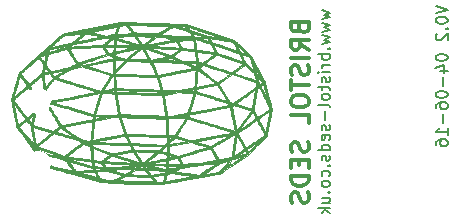
<source format=gbo>
G04 #@! TF.FileFunction,Legend,Bot*
%FSLAX46Y46*%
G04 Gerber Fmt 4.6, Leading zero omitted, Abs format (unit mm)*
G04 Created by KiCad (PCBNEW 4.0.2-stable) date Wednesday, 22 June 2016 'pmt' 15:55:54*
%MOMM*%
G01*
G04 APERTURE LIST*
%ADD10C,0.100000*%
%ADD11C,0.150000*%
%ADD12C,0.300000*%
%ADD13C,0.010000*%
%ADD14C,2.200000*%
%ADD15R,2.300000X2.300000*%
%ADD16C,2.300000*%
%ADD17R,2.400000X2.900000*%
%ADD18C,0.152400*%
G04 APERTURE END LIST*
D10*
D11*
X124952381Y-103500000D02*
X125952381Y-103833333D01*
X124952381Y-104166667D01*
X124952381Y-104690476D02*
X124952381Y-104785715D01*
X125000000Y-104880953D01*
X125047619Y-104928572D01*
X125142857Y-104976191D01*
X125333333Y-105023810D01*
X125571429Y-105023810D01*
X125761905Y-104976191D01*
X125857143Y-104928572D01*
X125904762Y-104880953D01*
X125952381Y-104785715D01*
X125952381Y-104690476D01*
X125904762Y-104595238D01*
X125857143Y-104547619D01*
X125761905Y-104500000D01*
X125571429Y-104452381D01*
X125333333Y-104452381D01*
X125142857Y-104500000D01*
X125047619Y-104547619D01*
X125000000Y-104595238D01*
X124952381Y-104690476D01*
X125857143Y-105452381D02*
X125904762Y-105500000D01*
X125952381Y-105452381D01*
X125904762Y-105404762D01*
X125857143Y-105452381D01*
X125952381Y-105452381D01*
X125047619Y-105880952D02*
X125000000Y-105928571D01*
X124952381Y-106023809D01*
X124952381Y-106261905D01*
X125000000Y-106357143D01*
X125047619Y-106404762D01*
X125142857Y-106452381D01*
X125238095Y-106452381D01*
X125380952Y-106404762D01*
X125952381Y-105833333D01*
X125952381Y-106452381D01*
X124952381Y-107833333D02*
X124952381Y-107928572D01*
X125000000Y-108023810D01*
X125047619Y-108071429D01*
X125142857Y-108119048D01*
X125333333Y-108166667D01*
X125571429Y-108166667D01*
X125761905Y-108119048D01*
X125857143Y-108071429D01*
X125904762Y-108023810D01*
X125952381Y-107928572D01*
X125952381Y-107833333D01*
X125904762Y-107738095D01*
X125857143Y-107690476D01*
X125761905Y-107642857D01*
X125571429Y-107595238D01*
X125333333Y-107595238D01*
X125142857Y-107642857D01*
X125047619Y-107690476D01*
X125000000Y-107738095D01*
X124952381Y-107833333D01*
X125285714Y-109023810D02*
X125952381Y-109023810D01*
X124904762Y-108785714D02*
X125619048Y-108547619D01*
X125619048Y-109166667D01*
X125571429Y-109547619D02*
X125571429Y-110309524D01*
X124952381Y-110976190D02*
X124952381Y-111071429D01*
X125000000Y-111166667D01*
X125047619Y-111214286D01*
X125142857Y-111261905D01*
X125333333Y-111309524D01*
X125571429Y-111309524D01*
X125761905Y-111261905D01*
X125857143Y-111214286D01*
X125904762Y-111166667D01*
X125952381Y-111071429D01*
X125952381Y-110976190D01*
X125904762Y-110880952D01*
X125857143Y-110833333D01*
X125761905Y-110785714D01*
X125571429Y-110738095D01*
X125333333Y-110738095D01*
X125142857Y-110785714D01*
X125047619Y-110833333D01*
X125000000Y-110880952D01*
X124952381Y-110976190D01*
X124952381Y-112166667D02*
X124952381Y-111976190D01*
X125000000Y-111880952D01*
X125047619Y-111833333D01*
X125190476Y-111738095D01*
X125380952Y-111690476D01*
X125761905Y-111690476D01*
X125857143Y-111738095D01*
X125904762Y-111785714D01*
X125952381Y-111880952D01*
X125952381Y-112071429D01*
X125904762Y-112166667D01*
X125857143Y-112214286D01*
X125761905Y-112261905D01*
X125523810Y-112261905D01*
X125428571Y-112214286D01*
X125380952Y-112166667D01*
X125333333Y-112071429D01*
X125333333Y-111880952D01*
X125380952Y-111785714D01*
X125428571Y-111738095D01*
X125523810Y-111690476D01*
X125571429Y-112690476D02*
X125571429Y-113452381D01*
X125952381Y-114452381D02*
X125952381Y-113880952D01*
X125952381Y-114166666D02*
X124952381Y-114166666D01*
X125095238Y-114071428D01*
X125190476Y-113976190D01*
X125238095Y-113880952D01*
X124952381Y-115309524D02*
X124952381Y-115119047D01*
X125000000Y-115023809D01*
X125047619Y-114976190D01*
X125190476Y-114880952D01*
X125380952Y-114833333D01*
X125761905Y-114833333D01*
X125857143Y-114880952D01*
X125904762Y-114928571D01*
X125952381Y-115023809D01*
X125952381Y-115214286D01*
X125904762Y-115309524D01*
X125857143Y-115357143D01*
X125761905Y-115404762D01*
X125523810Y-115404762D01*
X125428571Y-115357143D01*
X125380952Y-115309524D01*
X125333333Y-115214286D01*
X125333333Y-115023809D01*
X125380952Y-114928571D01*
X125428571Y-114880952D01*
X125523810Y-114833333D01*
X115285714Y-103904762D02*
X115952381Y-104095238D01*
X115476190Y-104285715D01*
X115952381Y-104476191D01*
X115285714Y-104666667D01*
X115285714Y-104952381D02*
X115952381Y-105142857D01*
X115476190Y-105333334D01*
X115952381Y-105523810D01*
X115285714Y-105714286D01*
X115285714Y-106000000D02*
X115952381Y-106190476D01*
X115476190Y-106380953D01*
X115952381Y-106571429D01*
X115285714Y-106761905D01*
X115857143Y-107142857D02*
X115904762Y-107190476D01*
X115952381Y-107142857D01*
X115904762Y-107095238D01*
X115857143Y-107142857D01*
X115952381Y-107142857D01*
X115952381Y-107619047D02*
X114952381Y-107619047D01*
X115333333Y-107619047D02*
X115285714Y-107714285D01*
X115285714Y-107904762D01*
X115333333Y-108000000D01*
X115380952Y-108047619D01*
X115476190Y-108095238D01*
X115761905Y-108095238D01*
X115857143Y-108047619D01*
X115904762Y-108000000D01*
X115952381Y-107904762D01*
X115952381Y-107714285D01*
X115904762Y-107619047D01*
X115952381Y-108523809D02*
X115285714Y-108523809D01*
X115476190Y-108523809D02*
X115380952Y-108571428D01*
X115333333Y-108619047D01*
X115285714Y-108714285D01*
X115285714Y-108809524D01*
X115952381Y-109142857D02*
X115285714Y-109142857D01*
X114952381Y-109142857D02*
X115000000Y-109095238D01*
X115047619Y-109142857D01*
X115000000Y-109190476D01*
X114952381Y-109142857D01*
X115047619Y-109142857D01*
X115904762Y-109571428D02*
X115952381Y-109666666D01*
X115952381Y-109857142D01*
X115904762Y-109952381D01*
X115809524Y-110000000D01*
X115761905Y-110000000D01*
X115666667Y-109952381D01*
X115619048Y-109857142D01*
X115619048Y-109714285D01*
X115571429Y-109619047D01*
X115476190Y-109571428D01*
X115428571Y-109571428D01*
X115333333Y-109619047D01*
X115285714Y-109714285D01*
X115285714Y-109857142D01*
X115333333Y-109952381D01*
X115285714Y-110285714D02*
X115285714Y-110666666D01*
X114952381Y-110428571D02*
X115809524Y-110428571D01*
X115904762Y-110476190D01*
X115952381Y-110571428D01*
X115952381Y-110666666D01*
X115952381Y-111142857D02*
X115904762Y-111047619D01*
X115857143Y-111000000D01*
X115761905Y-110952381D01*
X115476190Y-110952381D01*
X115380952Y-111000000D01*
X115333333Y-111047619D01*
X115285714Y-111142857D01*
X115285714Y-111285715D01*
X115333333Y-111380953D01*
X115380952Y-111428572D01*
X115476190Y-111476191D01*
X115761905Y-111476191D01*
X115857143Y-111428572D01*
X115904762Y-111380953D01*
X115952381Y-111285715D01*
X115952381Y-111142857D01*
X115952381Y-112047619D02*
X115904762Y-111952381D01*
X115809524Y-111904762D01*
X114952381Y-111904762D01*
X115571429Y-112428572D02*
X115571429Y-113190477D01*
X115904762Y-113619048D02*
X115952381Y-113714286D01*
X115952381Y-113904762D01*
X115904762Y-114000001D01*
X115809524Y-114047620D01*
X115761905Y-114047620D01*
X115666667Y-114000001D01*
X115619048Y-113904762D01*
X115619048Y-113761905D01*
X115571429Y-113666667D01*
X115476190Y-113619048D01*
X115428571Y-113619048D01*
X115333333Y-113666667D01*
X115285714Y-113761905D01*
X115285714Y-113904762D01*
X115333333Y-114000001D01*
X115904762Y-114857144D02*
X115952381Y-114761906D01*
X115952381Y-114571429D01*
X115904762Y-114476191D01*
X115809524Y-114428572D01*
X115428571Y-114428572D01*
X115333333Y-114476191D01*
X115285714Y-114571429D01*
X115285714Y-114761906D01*
X115333333Y-114857144D01*
X115428571Y-114904763D01*
X115523810Y-114904763D01*
X115619048Y-114428572D01*
X115952381Y-115761906D02*
X114952381Y-115761906D01*
X115904762Y-115761906D02*
X115952381Y-115666668D01*
X115952381Y-115476191D01*
X115904762Y-115380953D01*
X115857143Y-115333334D01*
X115761905Y-115285715D01*
X115476190Y-115285715D01*
X115380952Y-115333334D01*
X115333333Y-115380953D01*
X115285714Y-115476191D01*
X115285714Y-115666668D01*
X115333333Y-115761906D01*
X115904762Y-116190477D02*
X115952381Y-116285715D01*
X115952381Y-116476191D01*
X115904762Y-116571430D01*
X115809524Y-116619049D01*
X115761905Y-116619049D01*
X115666667Y-116571430D01*
X115619048Y-116476191D01*
X115619048Y-116333334D01*
X115571429Y-116238096D01*
X115476190Y-116190477D01*
X115428571Y-116190477D01*
X115333333Y-116238096D01*
X115285714Y-116333334D01*
X115285714Y-116476191D01*
X115333333Y-116571430D01*
X115857143Y-117047620D02*
X115904762Y-117095239D01*
X115952381Y-117047620D01*
X115904762Y-117000001D01*
X115857143Y-117047620D01*
X115952381Y-117047620D01*
X115904762Y-117952382D02*
X115952381Y-117857144D01*
X115952381Y-117666667D01*
X115904762Y-117571429D01*
X115857143Y-117523810D01*
X115761905Y-117476191D01*
X115476190Y-117476191D01*
X115380952Y-117523810D01*
X115333333Y-117571429D01*
X115285714Y-117666667D01*
X115285714Y-117857144D01*
X115333333Y-117952382D01*
X115952381Y-118523810D02*
X115904762Y-118428572D01*
X115857143Y-118380953D01*
X115761905Y-118333334D01*
X115476190Y-118333334D01*
X115380952Y-118380953D01*
X115333333Y-118428572D01*
X115285714Y-118523810D01*
X115285714Y-118666668D01*
X115333333Y-118761906D01*
X115380952Y-118809525D01*
X115476190Y-118857144D01*
X115761905Y-118857144D01*
X115857143Y-118809525D01*
X115904762Y-118761906D01*
X115952381Y-118666668D01*
X115952381Y-118523810D01*
X115857143Y-119285715D02*
X115904762Y-119333334D01*
X115952381Y-119285715D01*
X115904762Y-119238096D01*
X115857143Y-119285715D01*
X115952381Y-119285715D01*
X115285714Y-120190477D02*
X115952381Y-120190477D01*
X115285714Y-119761905D02*
X115809524Y-119761905D01*
X115904762Y-119809524D01*
X115952381Y-119904762D01*
X115952381Y-120047620D01*
X115904762Y-120142858D01*
X115857143Y-120190477D01*
X115952381Y-120666667D02*
X114952381Y-120666667D01*
X115571429Y-120761905D02*
X115952381Y-121047620D01*
X115285714Y-121047620D02*
X115666667Y-120666667D01*
D12*
X113392857Y-105392858D02*
X113464286Y-105607144D01*
X113535714Y-105678572D01*
X113678571Y-105750001D01*
X113892857Y-105750001D01*
X114035714Y-105678572D01*
X114107143Y-105607144D01*
X114178571Y-105464286D01*
X114178571Y-104892858D01*
X112678571Y-104892858D01*
X112678571Y-105392858D01*
X112750000Y-105535715D01*
X112821429Y-105607144D01*
X112964286Y-105678572D01*
X113107143Y-105678572D01*
X113250000Y-105607144D01*
X113321429Y-105535715D01*
X113392857Y-105392858D01*
X113392857Y-104892858D01*
X114178571Y-107250001D02*
X113464286Y-106750001D01*
X114178571Y-106392858D02*
X112678571Y-106392858D01*
X112678571Y-106964286D01*
X112750000Y-107107144D01*
X112821429Y-107178572D01*
X112964286Y-107250001D01*
X113178571Y-107250001D01*
X113321429Y-107178572D01*
X113392857Y-107107144D01*
X113464286Y-106964286D01*
X113464286Y-106392858D01*
X114178571Y-107892858D02*
X112678571Y-107892858D01*
X114107143Y-108535715D02*
X114178571Y-108750001D01*
X114178571Y-109107144D01*
X114107143Y-109250001D01*
X114035714Y-109321430D01*
X113892857Y-109392858D01*
X113750000Y-109392858D01*
X113607143Y-109321430D01*
X113535714Y-109250001D01*
X113464286Y-109107144D01*
X113392857Y-108821430D01*
X113321429Y-108678572D01*
X113250000Y-108607144D01*
X113107143Y-108535715D01*
X112964286Y-108535715D01*
X112821429Y-108607144D01*
X112750000Y-108678572D01*
X112678571Y-108821430D01*
X112678571Y-109178572D01*
X112750000Y-109392858D01*
X112678571Y-109821429D02*
X112678571Y-110678572D01*
X114178571Y-110250001D02*
X112678571Y-110250001D01*
X112678571Y-111464286D02*
X112678571Y-111750000D01*
X112750000Y-111892858D01*
X112892857Y-112035715D01*
X113178571Y-112107143D01*
X113678571Y-112107143D01*
X113964286Y-112035715D01*
X114107143Y-111892858D01*
X114178571Y-111750000D01*
X114178571Y-111464286D01*
X114107143Y-111321429D01*
X113964286Y-111178572D01*
X113678571Y-111107143D01*
X113178571Y-111107143D01*
X112892857Y-111178572D01*
X112750000Y-111321429D01*
X112678571Y-111464286D01*
X114178571Y-113464287D02*
X114178571Y-112750001D01*
X112678571Y-112750001D01*
X114107143Y-115035715D02*
X114178571Y-115250001D01*
X114178571Y-115607144D01*
X114107143Y-115750001D01*
X114035714Y-115821430D01*
X113892857Y-115892858D01*
X113750000Y-115892858D01*
X113607143Y-115821430D01*
X113535714Y-115750001D01*
X113464286Y-115607144D01*
X113392857Y-115321430D01*
X113321429Y-115178572D01*
X113250000Y-115107144D01*
X113107143Y-115035715D01*
X112964286Y-115035715D01*
X112821429Y-115107144D01*
X112750000Y-115178572D01*
X112678571Y-115321430D01*
X112678571Y-115678572D01*
X112750000Y-115892858D01*
X113392857Y-116535715D02*
X113392857Y-117035715D01*
X114178571Y-117250001D02*
X114178571Y-116535715D01*
X112678571Y-116535715D01*
X112678571Y-117250001D01*
X114178571Y-117892858D02*
X112678571Y-117892858D01*
X112678571Y-118250001D01*
X112750000Y-118464286D01*
X112892857Y-118607144D01*
X113035714Y-118678572D01*
X113321429Y-118750001D01*
X113535714Y-118750001D01*
X113821429Y-118678572D01*
X113964286Y-118607144D01*
X114107143Y-118464286D01*
X114178571Y-118250001D01*
X114178571Y-117892858D01*
X114107143Y-119321429D02*
X114178571Y-119535715D01*
X114178571Y-119892858D01*
X114107143Y-120035715D01*
X114035714Y-120107144D01*
X113892857Y-120178572D01*
X113750000Y-120178572D01*
X113607143Y-120107144D01*
X113535714Y-120035715D01*
X113464286Y-119892858D01*
X113392857Y-119607144D01*
X113321429Y-119464286D01*
X113250000Y-119392858D01*
X113107143Y-119321429D01*
X112964286Y-119321429D01*
X112821429Y-119392858D01*
X112750000Y-119464286D01*
X112678571Y-119607144D01*
X112678571Y-119964286D01*
X112750000Y-120178572D01*
D13*
G36*
X111069572Y-112225872D02*
X111061793Y-112193702D01*
X111049247Y-112144504D01*
X111032277Y-112079550D01*
X111011225Y-112000114D01*
X110986433Y-111907471D01*
X110958245Y-111802891D01*
X110927001Y-111687650D01*
X110893046Y-111563021D01*
X110856721Y-111430276D01*
X110818369Y-111290689D01*
X110778333Y-111145533D01*
X110762713Y-111089050D01*
X110453186Y-109970575D01*
X109894853Y-108848068D01*
X109336519Y-107725560D01*
X108795034Y-107248040D01*
X108699245Y-107163549D01*
X108603160Y-107078763D01*
X108508629Y-106995317D01*
X108417501Y-106914844D01*
X108331625Y-106838979D01*
X108252852Y-106769355D01*
X108183030Y-106707607D01*
X108124010Y-106655369D01*
X108077640Y-106614275D01*
X108062970Y-106601254D01*
X107872392Y-106431988D01*
X103782440Y-105070450D01*
X100983360Y-104963712D01*
X98184280Y-104856975D01*
X95786520Y-105364089D01*
X95554505Y-105413204D01*
X95329869Y-105460847D01*
X95113370Y-105506853D01*
X94905766Y-105551060D01*
X94707811Y-105593304D01*
X94520265Y-105633420D01*
X94343883Y-105671247D01*
X94179423Y-105706620D01*
X94027641Y-105739375D01*
X93889294Y-105769350D01*
X93765140Y-105796381D01*
X93655935Y-105820304D01*
X93562436Y-105840955D01*
X93485400Y-105858172D01*
X93425585Y-105871790D01*
X93383746Y-105881647D01*
X93360641Y-105887578D01*
X93356272Y-105889062D01*
X93344747Y-105897781D01*
X93318790Y-105919013D01*
X93279325Y-105951968D01*
X93227280Y-105995854D01*
X93163580Y-106049880D01*
X93089152Y-106113254D01*
X93004920Y-106185185D01*
X92911812Y-106264883D01*
X92810753Y-106351557D01*
X92702669Y-106444414D01*
X92588486Y-106542663D01*
X92469131Y-106645515D01*
X92345529Y-106752177D01*
X92294887Y-106795920D01*
X92127431Y-106940718D01*
X91973709Y-107073898D01*
X91831976Y-107197012D01*
X91700492Y-107311608D01*
X91577510Y-107419236D01*
X91461290Y-107521448D01*
X91350087Y-107619791D01*
X91242158Y-107715818D01*
X91135760Y-107811076D01*
X91029149Y-107907117D01*
X90920583Y-108005490D01*
X90808318Y-108107745D01*
X90690611Y-108215432D01*
X90565718Y-108330102D01*
X90463015Y-108424630D01*
X90354358Y-108524780D01*
X90249699Y-108621351D01*
X90150033Y-108713419D01*
X90056355Y-108800059D01*
X89969662Y-108880348D01*
X89890948Y-108953361D01*
X89821209Y-109018173D01*
X89761441Y-109073861D01*
X89712639Y-109119500D01*
X89675799Y-109154167D01*
X89651916Y-109176936D01*
X89641985Y-109186884D01*
X89641962Y-109186913D01*
X89637417Y-109198741D01*
X89627761Y-109228620D01*
X89613426Y-109275051D01*
X89594843Y-109336536D01*
X89572444Y-109411574D01*
X89546662Y-109498668D01*
X89517928Y-109596320D01*
X89486674Y-109703030D01*
X89453332Y-109817299D01*
X89418334Y-109937629D01*
X89382112Y-110062522D01*
X89345098Y-110190478D01*
X89307724Y-110319999D01*
X89270421Y-110449585D01*
X89233621Y-110577740D01*
X89197757Y-110702963D01*
X89163261Y-110823756D01*
X89130563Y-110938620D01*
X89100097Y-111046057D01*
X89072294Y-111144568D01*
X89047586Y-111232654D01*
X89026405Y-111308816D01*
X89009183Y-111371556D01*
X88996351Y-111419375D01*
X88988342Y-111450775D01*
X88985588Y-111464256D01*
X88985597Y-111464440D01*
X88987659Y-111475545D01*
X88993396Y-111505329D01*
X89002562Y-111552538D01*
X89014911Y-111615913D01*
X89030197Y-111694197D01*
X89048174Y-111786133D01*
X89068596Y-111890463D01*
X89091217Y-112005931D01*
X89115790Y-112131279D01*
X89142071Y-112265249D01*
X89169812Y-112406586D01*
X89198768Y-112554031D01*
X89212663Y-112624755D01*
X89248280Y-112805506D01*
X89281588Y-112973495D01*
X89312444Y-113128030D01*
X89340706Y-113268420D01*
X89366230Y-113393973D01*
X89388875Y-113503997D01*
X89408496Y-113597802D01*
X89424953Y-113674695D01*
X89438100Y-113733984D01*
X89447797Y-113774979D01*
X89453900Y-113796987D01*
X89455334Y-113800367D01*
X89463503Y-113811471D01*
X89483296Y-113837701D01*
X89513959Y-113878068D01*
X89554735Y-113931586D01*
X89568373Y-113949452D01*
X89568373Y-113601200D01*
X89566133Y-113591182D01*
X89560306Y-113562935D01*
X89551230Y-113518169D01*
X89539244Y-113458591D01*
X89524687Y-113385911D01*
X89507897Y-113301837D01*
X89489211Y-113208078D01*
X89468969Y-113106343D01*
X89447510Y-112998341D01*
X89425170Y-112885779D01*
X89402290Y-112770367D01*
X89379207Y-112653814D01*
X89356259Y-112537828D01*
X89333785Y-112424118D01*
X89312124Y-112314393D01*
X89291614Y-112210361D01*
X89272592Y-112113731D01*
X89255399Y-112026213D01*
X89240371Y-111949513D01*
X89227848Y-111885342D01*
X89218168Y-111835408D01*
X89211669Y-111801419D01*
X89208690Y-111785085D01*
X89208652Y-111784843D01*
X89213646Y-111787098D01*
X89221659Y-111795003D01*
X89234292Y-111810223D01*
X89257302Y-111839568D01*
X89289579Y-111881542D01*
X89330010Y-111934652D01*
X89377485Y-111997405D01*
X89430891Y-112068305D01*
X89489119Y-112145860D01*
X89551056Y-112228574D01*
X89615591Y-112314955D01*
X89681612Y-112403507D01*
X89748009Y-112492737D01*
X89813669Y-112581151D01*
X89877482Y-112667255D01*
X89938337Y-112749555D01*
X89995121Y-112826557D01*
X90046723Y-112896766D01*
X90092033Y-112958689D01*
X90129938Y-113010832D01*
X90159327Y-113051700D01*
X90179090Y-113079800D01*
X90188114Y-113093638D01*
X90188550Y-113094815D01*
X90179351Y-113103660D01*
X90156685Y-113123314D01*
X90122601Y-113152103D01*
X90079148Y-113188354D01*
X90028375Y-113230394D01*
X89972332Y-113276550D01*
X89913068Y-113325148D01*
X89852631Y-113374515D01*
X89793071Y-113422979D01*
X89736436Y-113468866D01*
X89684777Y-113510502D01*
X89640142Y-113546216D01*
X89604580Y-113574333D01*
X89580141Y-113593181D01*
X89568873Y-113601086D01*
X89568373Y-113601200D01*
X89568373Y-113949452D01*
X89604869Y-113997265D01*
X89663606Y-114074119D01*
X89730189Y-114161160D01*
X89803862Y-114257400D01*
X89883872Y-114361851D01*
X89969461Y-114473525D01*
X90059875Y-114591435D01*
X90154357Y-114714594D01*
X90252152Y-114842013D01*
X90259604Y-114851719D01*
X90964868Y-115770379D01*
X90964868Y-115501768D01*
X90953571Y-115491981D01*
X90934452Y-115470458D01*
X90906201Y-115435810D01*
X90867506Y-115386645D01*
X90854384Y-115369781D01*
X90816934Y-115321327D01*
X90784163Y-115278461D01*
X90757977Y-115243715D01*
X90740279Y-115219617D01*
X90732975Y-115208699D01*
X90732888Y-115208400D01*
X90739253Y-115213158D01*
X90756514Y-115230008D01*
X90781812Y-115256087D01*
X90803911Y-115279520D01*
X90857701Y-115337773D01*
X90898743Y-115383817D01*
X90910939Y-115398460D01*
X90910939Y-115158480D01*
X90877674Y-115125020D01*
X90862196Y-115108853D01*
X90834969Y-115079742D01*
X90797173Y-115038978D01*
X90749985Y-114987852D01*
X90694584Y-114927655D01*
X90632148Y-114859678D01*
X90563854Y-114785211D01*
X90490882Y-114705545D01*
X90414409Y-114621971D01*
X90335614Y-114535779D01*
X90255674Y-114448262D01*
X90175769Y-114360708D01*
X90097076Y-114274410D01*
X90020773Y-114190658D01*
X89948040Y-114110742D01*
X89880053Y-114035954D01*
X89817991Y-113967584D01*
X89763033Y-113906923D01*
X89716357Y-113855262D01*
X89679140Y-113813892D01*
X89652561Y-113784103D01*
X89637799Y-113767186D01*
X89635096Y-113763720D01*
X89642594Y-113755954D01*
X89664179Y-113736768D01*
X89698178Y-113707574D01*
X89742920Y-113669780D01*
X89796733Y-113624797D01*
X89857944Y-113574033D01*
X89924882Y-113518899D01*
X89947060Y-113500709D01*
X90016191Y-113444052D01*
X90080823Y-113391047D01*
X90139171Y-113343163D01*
X90189447Y-113301867D01*
X90229866Y-113268627D01*
X90258641Y-113244910D01*
X90273984Y-113232183D01*
X90275640Y-113230781D01*
X90281375Y-113228264D01*
X90289203Y-113230631D01*
X90300480Y-113239441D01*
X90316563Y-113256253D01*
X90322117Y-113262838D01*
X90322117Y-112986974D01*
X90315251Y-112979332D01*
X90297273Y-112956773D01*
X90269215Y-112920673D01*
X90232111Y-112872404D01*
X90186992Y-112813343D01*
X90134893Y-112744862D01*
X90076847Y-112668336D01*
X90013886Y-112585139D01*
X89947043Y-112496647D01*
X89877351Y-112404232D01*
X89805844Y-112309270D01*
X89733554Y-112213135D01*
X89661514Y-112117201D01*
X89590758Y-112022842D01*
X89522317Y-111931433D01*
X89457226Y-111844348D01*
X89396517Y-111762961D01*
X89341224Y-111688646D01*
X89292378Y-111622779D01*
X89251014Y-111566733D01*
X89218164Y-111521882D01*
X89194861Y-111489601D01*
X89182138Y-111471264D01*
X89180018Y-111467496D01*
X89187983Y-111459982D01*
X89210310Y-111440354D01*
X89218069Y-111433639D01*
X89218069Y-111217828D01*
X89220788Y-111207191D01*
X89228691Y-111178394D01*
X89241387Y-111132816D01*
X89258486Y-111071837D01*
X89279599Y-110996837D01*
X89304338Y-110909197D01*
X89332310Y-110810295D01*
X89363129Y-110701513D01*
X89396403Y-110584230D01*
X89431743Y-110459826D01*
X89468760Y-110329681D01*
X89473457Y-110313177D01*
X89510675Y-110182782D01*
X89546415Y-110058252D01*
X89580280Y-109940940D01*
X89611871Y-109832193D01*
X89640789Y-109733362D01*
X89666634Y-109645797D01*
X89689010Y-109570847D01*
X89707516Y-109509862D01*
X89721755Y-109464193D01*
X89731327Y-109435189D01*
X89735834Y-109424199D01*
X89736040Y-109424177D01*
X89746018Y-109437026D01*
X89766100Y-109464019D01*
X89794905Y-109503240D01*
X89831051Y-109552770D01*
X89873155Y-109610692D01*
X89919836Y-109675088D01*
X89969711Y-109744042D01*
X90021398Y-109815635D01*
X90073516Y-109887951D01*
X90124682Y-109959071D01*
X90173515Y-110027078D01*
X90218633Y-110090055D01*
X90258653Y-110146083D01*
X90292193Y-110193247D01*
X90317872Y-110229628D01*
X90334307Y-110253308D01*
X90340101Y-110262297D01*
X90333252Y-110271219D01*
X90311622Y-110292349D01*
X90276078Y-110324929D01*
X90227487Y-110368204D01*
X90166716Y-110421416D01*
X90094630Y-110483808D01*
X90012097Y-110554623D01*
X89919982Y-110633104D01*
X89819152Y-110718495D01*
X89781260Y-110750468D01*
X89689325Y-110827867D01*
X89602056Y-110901146D01*
X89520672Y-110969292D01*
X89446392Y-111031294D01*
X89380435Y-111086140D01*
X89324019Y-111132820D01*
X89278363Y-111170321D01*
X89244686Y-111197632D01*
X89224208Y-111213742D01*
X89218069Y-111217828D01*
X89218069Y-111433639D01*
X89245834Y-111409607D01*
X89293390Y-111368736D01*
X89351814Y-111318734D01*
X89419941Y-111260597D01*
X89496606Y-111195320D01*
X89580645Y-111123896D01*
X89670892Y-111047321D01*
X89766184Y-110966589D01*
X89807360Y-110931741D01*
X89904492Y-110849697D01*
X89997234Y-110771624D01*
X90084408Y-110698499D01*
X90164837Y-110631296D01*
X90237343Y-110570990D01*
X90300749Y-110518558D01*
X90353878Y-110474973D01*
X90395553Y-110441213D01*
X90424595Y-110418252D01*
X90439828Y-110407066D01*
X90441826Y-110406114D01*
X90449954Y-110414864D01*
X90468607Y-110438412D01*
X90469970Y-110440199D01*
X90469970Y-110166911D01*
X90139184Y-109713316D01*
X90077428Y-109628537D01*
X90019403Y-109548694D01*
X89966192Y-109475290D01*
X89918878Y-109409829D01*
X89878545Y-109353814D01*
X89846275Y-109308749D01*
X89823153Y-109276136D01*
X89810261Y-109257478D01*
X89807879Y-109253569D01*
X89815336Y-109246217D01*
X89837164Y-109226517D01*
X89872328Y-109195370D01*
X89919792Y-109153677D01*
X89978522Y-109102341D01*
X90047483Y-109042261D01*
X90125638Y-108974339D01*
X90211953Y-108899477D01*
X90305392Y-108818575D01*
X90404921Y-108732535D01*
X90509504Y-108642258D01*
X90570461Y-108589698D01*
X90677487Y-108497603D01*
X90780204Y-108409509D01*
X90877567Y-108326297D01*
X90968531Y-108248846D01*
X91052050Y-108178037D01*
X91127079Y-108114751D01*
X91192573Y-108059867D01*
X91247486Y-108014266D01*
X91290772Y-107978829D01*
X91321387Y-107954435D01*
X91338284Y-107941965D01*
X91341376Y-107940529D01*
X91348756Y-107950529D01*
X91366024Y-107974816D01*
X91391497Y-108010972D01*
X91423491Y-108056581D01*
X91460323Y-108109227D01*
X91500307Y-108166492D01*
X91541762Y-108225961D01*
X91583003Y-108285216D01*
X91622346Y-108341842D01*
X91658109Y-108393420D01*
X91688606Y-108437536D01*
X91712155Y-108471772D01*
X91727071Y-108493711D01*
X91731403Y-108500337D01*
X91730949Y-108512866D01*
X91726271Y-108542861D01*
X91717835Y-108588017D01*
X91706107Y-108646031D01*
X91691552Y-108714596D01*
X91674635Y-108791407D01*
X91656510Y-108871177D01*
X91633754Y-108969145D01*
X91614760Y-109049055D01*
X91599030Y-109112715D01*
X91586064Y-109161937D01*
X91575363Y-109198530D01*
X91566426Y-109224303D01*
X91558755Y-109241065D01*
X91551849Y-109250627D01*
X91551723Y-109250750D01*
X91540335Y-109260827D01*
X91514744Y-109282874D01*
X91476279Y-109315759D01*
X91426271Y-109358353D01*
X91366052Y-109409526D01*
X91296951Y-109468147D01*
X91220300Y-109533087D01*
X91137428Y-109603216D01*
X91049667Y-109677402D01*
X90999725Y-109719585D01*
X90469970Y-110166911D01*
X90469970Y-110440199D01*
X90496519Y-110475012D01*
X90532422Y-110522913D01*
X90575050Y-110580369D01*
X90623134Y-110645630D01*
X90675407Y-110716948D01*
X90730604Y-110792575D01*
X90787455Y-110870761D01*
X90844693Y-110949759D01*
X90901053Y-111027821D01*
X90955265Y-111103197D01*
X91006064Y-111174140D01*
X91052181Y-111238901D01*
X91092350Y-111295731D01*
X91125303Y-111342882D01*
X91149772Y-111378605D01*
X91164492Y-111401153D01*
X91168397Y-111408560D01*
X91166264Y-111421226D01*
X91160043Y-111451371D01*
X91150242Y-111496771D01*
X91137370Y-111555202D01*
X91121936Y-111624439D01*
X91104448Y-111702259D01*
X91085416Y-111786436D01*
X91065347Y-111874747D01*
X91044750Y-111964968D01*
X91024135Y-112054873D01*
X91004009Y-112142239D01*
X90984881Y-112224842D01*
X90967260Y-112300457D01*
X90951655Y-112366859D01*
X90938575Y-112421825D01*
X90928527Y-112463131D01*
X90922021Y-112488551D01*
X90919741Y-112495906D01*
X90911050Y-112503929D01*
X90888756Y-112523002D01*
X90854972Y-112551389D01*
X90811809Y-112587355D01*
X90761380Y-112629164D01*
X90705797Y-112675082D01*
X90647170Y-112723373D01*
X90587612Y-112772302D01*
X90529235Y-112820133D01*
X90474151Y-112865132D01*
X90424471Y-112905562D01*
X90382308Y-112939689D01*
X90349772Y-112965777D01*
X90328977Y-112982091D01*
X90322117Y-112986974D01*
X90322117Y-113262838D01*
X90338807Y-113282627D01*
X90368569Y-113320120D01*
X90407204Y-113370293D01*
X90456068Y-113434704D01*
X90476097Y-113461243D01*
X90660395Y-113705662D01*
X90700046Y-113935584D01*
X90700046Y-113473923D01*
X90693475Y-113473515D01*
X90676545Y-113457548D01*
X90648993Y-113425718D01*
X90610558Y-113377721D01*
X90560978Y-113313254D01*
X90556233Y-113306993D01*
X90511353Y-113247572D01*
X90477529Y-113202148D01*
X90453474Y-113168577D01*
X90437901Y-113144715D01*
X90429523Y-113128416D01*
X90427053Y-113117536D01*
X90429204Y-113109931D01*
X90434313Y-113103830D01*
X90446933Y-113092614D01*
X90472961Y-113070486D01*
X90510071Y-113039389D01*
X90555934Y-113001266D01*
X90608223Y-112958062D01*
X90655720Y-112919007D01*
X90710470Y-112874238D01*
X90759823Y-112834167D01*
X90801686Y-112800472D01*
X90833964Y-112774830D01*
X90854563Y-112758917D01*
X90861392Y-112754305D01*
X90859780Y-112764311D01*
X90854095Y-112791870D01*
X90844831Y-112834734D01*
X90832485Y-112890656D01*
X90817552Y-112957390D01*
X90800528Y-113032689D01*
X90783797Y-113106058D01*
X90765048Y-113188014D01*
X90747650Y-113264167D01*
X90732148Y-113332130D01*
X90719086Y-113389516D01*
X90709006Y-113433936D01*
X90702452Y-113463004D01*
X90700046Y-113473923D01*
X90700046Y-113935584D01*
X90910939Y-115158480D01*
X90910939Y-115398460D01*
X90928691Y-115419774D01*
X90949202Y-115447770D01*
X90961928Y-115469928D01*
X90968526Y-115488373D01*
X90969237Y-115491701D01*
X90969653Y-115501211D01*
X90964868Y-115501768D01*
X90964868Y-115770379D01*
X91047194Y-115877615D01*
X91099207Y-115932636D01*
X91099207Y-115277075D01*
X91096719Y-115267675D01*
X91091075Y-115240153D01*
X91082612Y-115196406D01*
X91071670Y-115138329D01*
X91058588Y-115067817D01*
X91043705Y-114986766D01*
X91027359Y-114897072D01*
X91009889Y-114800631D01*
X90991634Y-114699337D01*
X90972933Y-114595088D01*
X90954125Y-114489777D01*
X90935548Y-114385302D01*
X90917542Y-114283557D01*
X90900445Y-114186439D01*
X90884596Y-114095843D01*
X90870334Y-114013664D01*
X90857998Y-113941799D01*
X90847927Y-113882142D01*
X90840459Y-113836590D01*
X90835933Y-113807038D01*
X90834756Y-113797613D01*
X90840549Y-113787779D01*
X90846220Y-113788279D01*
X90857764Y-113791727D01*
X90887336Y-113800358D01*
X90933433Y-113813738D01*
X90994557Y-113831435D01*
X91069205Y-113853014D01*
X91155877Y-113878042D01*
X91253072Y-113906085D01*
X91359289Y-113936710D01*
X91473027Y-113969484D01*
X91592786Y-114003972D01*
X91632574Y-114015426D01*
X91753495Y-114050334D01*
X91868511Y-114083736D01*
X91976165Y-114115195D01*
X92074998Y-114144277D01*
X92163550Y-114170545D01*
X92240362Y-114193564D01*
X92303976Y-114212897D01*
X92352932Y-114228111D01*
X92385772Y-114238768D01*
X92401035Y-114244434D01*
X92401958Y-114245153D01*
X92393523Y-114252405D01*
X92370582Y-114271093D01*
X92334588Y-114300066D01*
X92286989Y-114338177D01*
X92229236Y-114384277D01*
X92162780Y-114437216D01*
X92089070Y-114495846D01*
X92009557Y-114559019D01*
X91925691Y-114625585D01*
X91838922Y-114694396D01*
X91750701Y-114764304D01*
X91662477Y-114834158D01*
X91575701Y-114902811D01*
X91491824Y-114969114D01*
X91412294Y-115031919D01*
X91338564Y-115090075D01*
X91272082Y-115142436D01*
X91214299Y-115187851D01*
X91166665Y-115225172D01*
X91130631Y-115253251D01*
X91107647Y-115270938D01*
X91099207Y-115277075D01*
X91099207Y-115932636D01*
X91184226Y-116022573D01*
X91184226Y-115764923D01*
X91172616Y-115753626D01*
X91168800Y-115739024D01*
X91170259Y-115727913D01*
X91177938Y-115731621D01*
X91185976Y-115739381D01*
X91196839Y-115754769D01*
X91196812Y-115762896D01*
X91184226Y-115764923D01*
X91184226Y-116022573D01*
X91392243Y-116242624D01*
X91392243Y-116010375D01*
X91386982Y-116007852D01*
X91379620Y-116002176D01*
X91363825Y-115987347D01*
X91363894Y-115980727D01*
X91365676Y-115980560D01*
X91374157Y-115987504D01*
X91383456Y-115998340D01*
X91392243Y-116010375D01*
X91392243Y-116242624D01*
X91607286Y-116470108D01*
X91723782Y-116593350D01*
X91827145Y-116702683D01*
X91918209Y-116798954D01*
X91997814Y-116883007D01*
X92066796Y-116955689D01*
X92125993Y-117017846D01*
X92176242Y-117070322D01*
X92218379Y-117113965D01*
X92253243Y-117149619D01*
X92281671Y-117178131D01*
X92304499Y-117200346D01*
X92322566Y-117217110D01*
X92336708Y-117229269D01*
X92347763Y-117237668D01*
X92356567Y-117243154D01*
X92363959Y-117246571D01*
X92370776Y-117248767D01*
X92377854Y-117250585D01*
X92380651Y-117251317D01*
X92394303Y-117255081D01*
X92426600Y-117264033D01*
X92476607Y-117277916D01*
X92543393Y-117296469D01*
X92626026Y-117319434D01*
X92723574Y-117346551D01*
X92835103Y-117377560D01*
X92959682Y-117412203D01*
X93096379Y-117450220D01*
X93244260Y-117491352D01*
X93402395Y-117535340D01*
X93569849Y-117581924D01*
X93745692Y-117630845D01*
X93928991Y-117681844D01*
X94118814Y-117734661D01*
X94245260Y-117769846D01*
X94245260Y-117469087D01*
X94234901Y-117467697D01*
X94206359Y-117462473D01*
X94161335Y-117453766D01*
X94101530Y-117441929D01*
X94028644Y-117427315D01*
X93944377Y-117410275D01*
X93850432Y-117391163D01*
X93748509Y-117370330D01*
X93640308Y-117348128D01*
X93527531Y-117324911D01*
X93411878Y-117301031D01*
X93295049Y-117276839D01*
X93178747Y-117252689D01*
X93064672Y-117228932D01*
X92954523Y-117205922D01*
X92850004Y-117184010D01*
X92752813Y-117163549D01*
X92664652Y-117144890D01*
X92587222Y-117128388D01*
X92522223Y-117114393D01*
X92471357Y-117103259D01*
X92436324Y-117095337D01*
X92418825Y-117090980D01*
X92417135Y-117090342D01*
X92409622Y-117080908D01*
X92391177Y-117057129D01*
X92363061Y-117020656D01*
X92326535Y-116973140D01*
X92282860Y-116916231D01*
X92233299Y-116851579D01*
X92179113Y-116780834D01*
X92121564Y-116705646D01*
X92061912Y-116627666D01*
X92001420Y-116548544D01*
X91941349Y-116469930D01*
X91882960Y-116393474D01*
X91827515Y-116320827D01*
X91776276Y-116253639D01*
X91730504Y-116193560D01*
X91691460Y-116142240D01*
X91660407Y-116101330D01*
X91638605Y-116072479D01*
X91627316Y-116057339D01*
X91626000Y-116055430D01*
X91634927Y-116056852D01*
X91658427Y-116062768D01*
X91691582Y-116071932D01*
X91694580Y-116072789D01*
X91714207Y-116078368D01*
X91751912Y-116089034D01*
X91806213Y-116104369D01*
X91875628Y-116123955D01*
X91958676Y-116147376D01*
X92053874Y-116174213D01*
X92159740Y-116204048D01*
X92274793Y-116236464D01*
X92397551Y-116271042D01*
X92526531Y-116307366D01*
X92660252Y-116345018D01*
X92688924Y-116353089D01*
X93445087Y-116565968D01*
X93445087Y-116400084D01*
X93425809Y-116396685D01*
X93395280Y-116388825D01*
X93393142Y-116388217D01*
X93374028Y-116382794D01*
X93336823Y-116372280D01*
X93282997Y-116357088D01*
X93214019Y-116337633D01*
X93131359Y-116314328D01*
X93036484Y-116287588D01*
X92930865Y-116257828D01*
X92815972Y-116225460D01*
X92693272Y-116190899D01*
X92564236Y-116154559D01*
X92430333Y-116116855D01*
X92395542Y-116107059D01*
X91463283Y-115844585D01*
X91372439Y-115727153D01*
X91340268Y-115685143D01*
X91313032Y-115648775D01*
X91292952Y-115621074D01*
X91282246Y-115605068D01*
X91281078Y-115602556D01*
X91289429Y-115602188D01*
X91311838Y-115608075D01*
X91343485Y-115618947D01*
X91344060Y-115619163D01*
X91362171Y-115625878D01*
X91398014Y-115639106D01*
X91450245Y-115658355D01*
X91517524Y-115683130D01*
X91598507Y-115712937D01*
X91691852Y-115747282D01*
X91796218Y-115785672D01*
X91910263Y-115827614D01*
X92032643Y-115872612D01*
X92162017Y-115920174D01*
X92297043Y-115969806D01*
X92423560Y-116016303D01*
X92561271Y-116066957D01*
X92693657Y-116115745D01*
X92819466Y-116162201D01*
X92937446Y-116205857D01*
X93046343Y-116246246D01*
X93144904Y-116282903D01*
X93231876Y-116315359D01*
X93306006Y-116343150D01*
X93366041Y-116365807D01*
X93410728Y-116382863D01*
X93438814Y-116393853D01*
X93449022Y-116398286D01*
X93445087Y-116400084D01*
X93445087Y-116565968D01*
X93483849Y-116576880D01*
X93483849Y-116234560D01*
X93473476Y-116231140D01*
X93445449Y-116221227D01*
X93401189Y-116205338D01*
X93342114Y-116183995D01*
X93269642Y-116157715D01*
X93185194Y-116127019D01*
X93090186Y-116092426D01*
X92986039Y-116054455D01*
X92874170Y-116013625D01*
X92755999Y-115970455D01*
X92632945Y-115925466D01*
X92506426Y-115879175D01*
X92377862Y-115832103D01*
X92248670Y-115784769D01*
X92120270Y-115737693D01*
X91994080Y-115691392D01*
X91871520Y-115646387D01*
X91754007Y-115603198D01*
X91642962Y-115562342D01*
X91539802Y-115524340D01*
X91445947Y-115489711D01*
X91362815Y-115458975D01*
X91291825Y-115432649D01*
X91234396Y-115411255D01*
X91230482Y-115409792D01*
X91213465Y-115402138D01*
X91213767Y-115393830D01*
X91225402Y-115381954D01*
X91236233Y-115372919D01*
X91261800Y-115352263D01*
X91300888Y-115320952D01*
X91352283Y-115279951D01*
X91414767Y-115230226D01*
X91487127Y-115172743D01*
X91568147Y-115108468D01*
X91656611Y-115038367D01*
X91751304Y-114963405D01*
X91851011Y-114884549D01*
X91910480Y-114837549D01*
X92012266Y-114757127D01*
X92109569Y-114680247D01*
X92201196Y-114607851D01*
X92285951Y-114540884D01*
X92362641Y-114480289D01*
X92430071Y-114427010D01*
X92487046Y-114381990D01*
X92532373Y-114346175D01*
X92564056Y-114321139D01*
X92564056Y-114119989D01*
X91721648Y-113876584D01*
X91594648Y-113839896D01*
X91472938Y-113804750D01*
X91357974Y-113771566D01*
X91251215Y-113740764D01*
X91154119Y-113712765D01*
X91068144Y-113687988D01*
X90994747Y-113666855D01*
X90935387Y-113649784D01*
X90891521Y-113637196D01*
X90864607Y-113629512D01*
X90856380Y-113627208D01*
X90838564Y-113617684D01*
X90833520Y-113608256D01*
X90835717Y-113596052D01*
X90842018Y-113565991D01*
X90851992Y-113520021D01*
X90865206Y-113460091D01*
X90881226Y-113388152D01*
X90899622Y-113306151D01*
X90919961Y-113216039D01*
X90941809Y-113119764D01*
X90945421Y-113103897D01*
X90967646Y-113006603D01*
X90988702Y-112915016D01*
X91008124Y-112831108D01*
X91025450Y-112756854D01*
X91040216Y-112694229D01*
X91051960Y-112645206D01*
X91060217Y-112611759D01*
X91064525Y-112595863D01*
X91064801Y-112595117D01*
X91073752Y-112585738D01*
X91096635Y-112565140D01*
X91130990Y-112535379D01*
X91130990Y-112319258D01*
X91128614Y-112318578D01*
X91128073Y-112315892D01*
X91128073Y-112315845D01*
X91130250Y-112304497D01*
X91136503Y-112275463D01*
X91146358Y-112230860D01*
X91159340Y-112172807D01*
X91174975Y-112103422D01*
X91192788Y-112024822D01*
X91212304Y-111939126D01*
X91221523Y-111898780D01*
X91241875Y-111810902D01*
X91259538Y-111736543D01*
X91259538Y-111240920D01*
X91251961Y-111232931D01*
X91233563Y-111209933D01*
X91205431Y-111173381D01*
X91168655Y-111124730D01*
X91124323Y-111065434D01*
X91073523Y-110996949D01*
X91017345Y-110920728D01*
X90956877Y-110838227D01*
X90905998Y-110768480D01*
X90827401Y-110660234D01*
X90760481Y-110567440D01*
X90704697Y-110489314D01*
X90659510Y-110425071D01*
X90624380Y-110373926D01*
X90598767Y-110335094D01*
X90582132Y-110307791D01*
X90573934Y-110291232D01*
X90573338Y-110284850D01*
X90582885Y-110276493D01*
X90606620Y-110256167D01*
X90643203Y-110225007D01*
X90691294Y-110184151D01*
X90749553Y-110134735D01*
X90816640Y-110077895D01*
X90891214Y-110014769D01*
X90971935Y-109946492D01*
X91057463Y-109874201D01*
X91080632Y-109854628D01*
X91166893Y-109781906D01*
X91248556Y-109713350D01*
X91324308Y-109650044D01*
X91392833Y-109593072D01*
X91452818Y-109543519D01*
X91502949Y-109502470D01*
X91541911Y-109471007D01*
X91568391Y-109450217D01*
X91581074Y-109441183D01*
X91581982Y-109440915D01*
X91584388Y-109451649D01*
X91589311Y-109480300D01*
X91596429Y-109524662D01*
X91605419Y-109582531D01*
X91615960Y-109651703D01*
X91627730Y-109729973D01*
X91640408Y-109815136D01*
X91653671Y-109904988D01*
X91667198Y-109997325D01*
X91680667Y-110089941D01*
X91693755Y-110180632D01*
X91706143Y-110267194D01*
X91717506Y-110347421D01*
X91727525Y-110419111D01*
X91735876Y-110480057D01*
X91742238Y-110528055D01*
X91746290Y-110560901D01*
X91747709Y-110576271D01*
X91743289Y-110589656D01*
X91729524Y-110614163D01*
X91705854Y-110650603D01*
X91671717Y-110699786D01*
X91626552Y-110762522D01*
X91569800Y-110839621D01*
X91508538Y-110921711D01*
X91455544Y-110992060D01*
X91406138Y-111057040D01*
X91361681Y-111114907D01*
X91323534Y-111163914D01*
X91293058Y-111202318D01*
X91271613Y-111228372D01*
X91260562Y-111240334D01*
X91259538Y-111240920D01*
X91259538Y-111736543D01*
X91261210Y-111729504D01*
X91279001Y-111656652D01*
X91294723Y-111594414D01*
X91307847Y-111544855D01*
X91317848Y-111510043D01*
X91324197Y-111492044D01*
X91325751Y-111489979D01*
X91337879Y-111492817D01*
X91366937Y-111500770D01*
X91410393Y-111513112D01*
X91465716Y-111529113D01*
X91530375Y-111548047D01*
X91601836Y-111569184D01*
X91620920Y-111574862D01*
X91715127Y-111603398D01*
X91791058Y-111627425D01*
X91848394Y-111646833D01*
X91878070Y-111658170D01*
X91878070Y-111484242D01*
X91867915Y-111482205D01*
X91841594Y-111475196D01*
X91802305Y-111464164D01*
X91753245Y-111450056D01*
X91697609Y-111433822D01*
X91638596Y-111416411D01*
X91579400Y-111398771D01*
X91523220Y-111381850D01*
X91473252Y-111366598D01*
X91432692Y-111353963D01*
X91404738Y-111344894D01*
X91392585Y-111340339D01*
X91392320Y-111340087D01*
X91398197Y-111331477D01*
X91414859Y-111308601D01*
X91440854Y-111273412D01*
X91474730Y-111227867D01*
X91515035Y-111173919D01*
X91560315Y-111113525D01*
X91587013Y-111078005D01*
X91634455Y-111015123D01*
X91677881Y-110957917D01*
X91715823Y-110908291D01*
X91746814Y-110868152D01*
X91769388Y-110839402D01*
X91782077Y-110823948D01*
X91784319Y-110821812D01*
X91786550Y-110832295D01*
X91791096Y-110859950D01*
X91797550Y-110901900D01*
X91805505Y-110955269D01*
X91814553Y-111017181D01*
X91824288Y-111084760D01*
X91834303Y-111155130D01*
X91844190Y-111225413D01*
X91853542Y-111292735D01*
X91861953Y-111354219D01*
X91869015Y-111406988D01*
X91874321Y-111448167D01*
X91877465Y-111474879D01*
X91878070Y-111484242D01*
X91878070Y-111658170D01*
X91886813Y-111661511D01*
X91889030Y-111662647D01*
X91889030Y-110412069D01*
X91886369Y-110397511D01*
X91881211Y-110365227D01*
X91873902Y-110317597D01*
X91864787Y-110257006D01*
X91854209Y-110185834D01*
X91842515Y-110106464D01*
X91830048Y-110021277D01*
X91817154Y-109932656D01*
X91804177Y-109842983D01*
X91791463Y-109754640D01*
X91779355Y-109670009D01*
X91768200Y-109591472D01*
X91758341Y-109521411D01*
X91750124Y-109462208D01*
X91743893Y-109416246D01*
X91739993Y-109385905D01*
X91738764Y-109374020D01*
X91739913Y-109349513D01*
X91744021Y-109336489D01*
X91745380Y-109335849D01*
X91753559Y-109334438D01*
X91753559Y-109171761D01*
X91750680Y-109161126D01*
X91752535Y-109151728D01*
X91756437Y-109134993D01*
X91764192Y-109101724D01*
X91775042Y-109055176D01*
X91785516Y-109010243D01*
X91785516Y-108282973D01*
X91774575Y-108274026D01*
X91756808Y-108253649D01*
X91731278Y-108220649D01*
X91697051Y-108173836D01*
X91653191Y-108112018D01*
X91619084Y-108063241D01*
X91454688Y-107827160D01*
X91486532Y-107801760D01*
X91509125Y-107788725D01*
X91548203Y-107772805D01*
X91604749Y-107753653D01*
X91679748Y-107730922D01*
X91722049Y-107718792D01*
X91783048Y-107701796D01*
X91817069Y-107692614D01*
X91817069Y-107525485D01*
X91816046Y-107519595D01*
X91828967Y-107505044D01*
X91856163Y-107480366D01*
X91897965Y-107444096D01*
X91918443Y-107426366D01*
X91950501Y-107399413D01*
X91976601Y-107379068D01*
X91993218Y-107367992D01*
X91997183Y-107366917D01*
X91997926Y-107378646D01*
X91994902Y-107403992D01*
X91990615Y-107427947D01*
X91979309Y-107484240D01*
X91900493Y-107505840D01*
X91859624Y-107517142D01*
X91831705Y-107524178D01*
X91817069Y-107525485D01*
X91817069Y-107692614D01*
X91837153Y-107687192D01*
X91881423Y-107675733D01*
X91912917Y-107668176D01*
X91928697Y-107665274D01*
X91929920Y-107665418D01*
X91928698Y-107675816D01*
X91923480Y-107703071D01*
X91914926Y-107744260D01*
X91903697Y-107796461D01*
X91890454Y-107856752D01*
X91875858Y-107922209D01*
X91860570Y-107989912D01*
X91845250Y-108056937D01*
X91830560Y-108120362D01*
X91817159Y-108177264D01*
X91805710Y-108224722D01*
X91796872Y-108259812D01*
X91791307Y-108279613D01*
X91790566Y-108281681D01*
X91785516Y-108282973D01*
X91785516Y-109010243D01*
X91788229Y-108998604D01*
X91802992Y-108935262D01*
X91808917Y-108909843D01*
X91823694Y-108846226D01*
X91836778Y-108789484D01*
X91847507Y-108742526D01*
X91855217Y-108708259D01*
X91859245Y-108689593D01*
X91859680Y-108687075D01*
X91865213Y-108693626D01*
X91880762Y-108714675D01*
X91904757Y-108748025D01*
X91935628Y-108791482D01*
X91971804Y-108842851D01*
X92000987Y-108884553D01*
X92039896Y-108940916D01*
X92074160Y-108991745D01*
X92102272Y-109034703D01*
X92122724Y-109067456D01*
X92134011Y-109087668D01*
X92135607Y-109093153D01*
X92123868Y-109097049D01*
X92095599Y-109103944D01*
X92054237Y-109113070D01*
X92003220Y-109123662D01*
X91961280Y-109131993D01*
X91903791Y-109143261D01*
X91851897Y-109153542D01*
X91809492Y-109162055D01*
X91780464Y-109168023D01*
X91770279Y-109170247D01*
X91753559Y-109171761D01*
X91753559Y-109334438D01*
X91756673Y-109333900D01*
X91784483Y-109328543D01*
X91825427Y-109320465D01*
X91876119Y-109310348D01*
X91933174Y-109298879D01*
X91993206Y-109286742D01*
X92052830Y-109274622D01*
X92108661Y-109263203D01*
X92157314Y-109253171D01*
X92195403Y-109245209D01*
X92219543Y-109240003D01*
X92221992Y-109239446D01*
X92230671Y-109239773D01*
X92241298Y-109245819D01*
X92255477Y-109259489D01*
X92274815Y-109282687D01*
X92300916Y-109317318D01*
X92335385Y-109365287D01*
X92337527Y-109368330D01*
X92337527Y-109052970D01*
X92329792Y-109052569D01*
X92320717Y-109048183D01*
X92309025Y-109038222D01*
X92293441Y-109021094D01*
X92272689Y-108995207D01*
X92245494Y-108958970D01*
X92210580Y-108910793D01*
X92166672Y-108849082D01*
X92112493Y-108772248D01*
X92112347Y-108772040D01*
X92065167Y-108704758D01*
X92021898Y-108642655D01*
X91983894Y-108587705D01*
X91952509Y-108541881D01*
X91929096Y-108507155D01*
X91915007Y-108485502D01*
X91911361Y-108478953D01*
X91913387Y-108467530D01*
X91919538Y-108438393D01*
X91929348Y-108393625D01*
X91942352Y-108335307D01*
X91958082Y-108265522D01*
X91976074Y-108186351D01*
X91995862Y-108099875D01*
X92007988Y-108047153D01*
X92028818Y-107957350D01*
X92048500Y-107873651D01*
X92066523Y-107798143D01*
X92082378Y-107732908D01*
X92095554Y-107680033D01*
X92105543Y-107641602D01*
X92111833Y-107619699D01*
X92113581Y-107615396D01*
X92124411Y-107611374D01*
X92153323Y-107602332D01*
X92159758Y-107600405D01*
X92159758Y-107432054D01*
X92156124Y-107427369D01*
X92156405Y-107413817D01*
X92160887Y-107388451D01*
X92169858Y-107348327D01*
X92178641Y-107311216D01*
X92189238Y-107268710D01*
X92198733Y-107233959D01*
X92205837Y-107211503D01*
X92208577Y-107205638D01*
X92219239Y-107202630D01*
X92248001Y-107195885D01*
X92293064Y-107185782D01*
X92352627Y-107172699D01*
X92393080Y-107163920D01*
X92393080Y-107000725D01*
X92414804Y-106982143D01*
X92425781Y-106972109D01*
X92450239Y-106949329D01*
X92486892Y-106915012D01*
X92534452Y-106870368D01*
X92591633Y-106816609D01*
X92657148Y-106754944D01*
X92729709Y-106686583D01*
X92808030Y-106612737D01*
X92890825Y-106534616D01*
X92926135Y-106501280D01*
X93010312Y-106421997D01*
X93090569Y-106346780D01*
X93165624Y-106276808D01*
X93234193Y-106213260D01*
X93294994Y-106157314D01*
X93346744Y-106110149D01*
X93388158Y-106072943D01*
X93417955Y-106046876D01*
X93434850Y-106033125D01*
X93437812Y-106031298D01*
X93450623Y-106029283D01*
X93481545Y-106025545D01*
X93528701Y-106020272D01*
X93590215Y-106013649D01*
X93664209Y-106005861D01*
X93748808Y-105997096D01*
X93842134Y-105987538D01*
X93942311Y-105977375D01*
X94047462Y-105966791D01*
X94155710Y-105955974D01*
X94265178Y-105945109D01*
X94373990Y-105934381D01*
X94480269Y-105923978D01*
X94582138Y-105914085D01*
X94677721Y-105904888D01*
X94765140Y-105896573D01*
X94842519Y-105889327D01*
X94852997Y-105888368D01*
X94852997Y-105728394D01*
X94852110Y-105728385D01*
X94860483Y-105726234D01*
X94887464Y-105720152D01*
X94931783Y-105710409D01*
X94992168Y-105697275D01*
X95067346Y-105681022D01*
X95156047Y-105661918D01*
X95256998Y-105640235D01*
X95368928Y-105616243D01*
X95490564Y-105590211D01*
X95620636Y-105562412D01*
X95757872Y-105533114D01*
X95900999Y-105502589D01*
X96048746Y-105471106D01*
X96199842Y-105438936D01*
X96353014Y-105406349D01*
X96506990Y-105373616D01*
X96660500Y-105341007D01*
X96812271Y-105308792D01*
X96961032Y-105277241D01*
X97105511Y-105246626D01*
X97244435Y-105217216D01*
X97376534Y-105189281D01*
X97500536Y-105163093D01*
X97615168Y-105138921D01*
X97719160Y-105117035D01*
X97811239Y-105097707D01*
X97890134Y-105081206D01*
X97954572Y-105067803D01*
X98003283Y-105057767D01*
X98034994Y-105051370D01*
X98048434Y-105048882D01*
X98048709Y-105048859D01*
X98060255Y-105054869D01*
X98060226Y-105069601D01*
X98050602Y-105086641D01*
X98033363Y-105099573D01*
X98033011Y-105099722D01*
X98020663Y-105102856D01*
X97989587Y-105109923D01*
X97940940Y-105120675D01*
X97875878Y-105134864D01*
X97795559Y-105152243D01*
X97701140Y-105172563D01*
X97593778Y-105195578D01*
X97474630Y-105221038D01*
X97344852Y-105248697D01*
X97205602Y-105278306D01*
X97058038Y-105309619D01*
X96903315Y-105342386D01*
X96742590Y-105376361D01*
X96639804Y-105398057D01*
X96444605Y-105439214D01*
X96268151Y-105476364D01*
X96109315Y-105509731D01*
X95966965Y-105539537D01*
X95839973Y-105566004D01*
X95727210Y-105589355D01*
X95627547Y-105609812D01*
X95539853Y-105627598D01*
X95463000Y-105642936D01*
X95395859Y-105656047D01*
X95337300Y-105667155D01*
X95286194Y-105676481D01*
X95241411Y-105684249D01*
X95201822Y-105690680D01*
X95166299Y-105695998D01*
X95133711Y-105700425D01*
X95102930Y-105704183D01*
X95072825Y-105707495D01*
X95065314Y-105708275D01*
X95002949Y-105714601D01*
X94947304Y-105720080D01*
X94901609Y-105724409D01*
X94869096Y-105727282D01*
X94852997Y-105728394D01*
X94852997Y-105888368D01*
X94907981Y-105883334D01*
X94959650Y-105878782D01*
X94995649Y-105875856D01*
X95014100Y-105874742D01*
X95016166Y-105874860D01*
X95009249Y-105881742D01*
X94988480Y-105900301D01*
X94955537Y-105929108D01*
X94912097Y-105966736D01*
X94859839Y-106011755D01*
X94800440Y-106062739D01*
X94735577Y-106118257D01*
X94666928Y-106176882D01*
X94596170Y-106237185D01*
X94524982Y-106297739D01*
X94455040Y-106357114D01*
X94388023Y-106413883D01*
X94325608Y-106466617D01*
X94269472Y-106513887D01*
X94221293Y-106554266D01*
X94182749Y-106586325D01*
X94155517Y-106608635D01*
X94141276Y-106619769D01*
X94141274Y-106619770D01*
X94133360Y-106623730D01*
X94118811Y-106628868D01*
X94096828Y-106635359D01*
X94066614Y-106643375D01*
X94027371Y-106653092D01*
X93978301Y-106664684D01*
X93918607Y-106678323D01*
X93847490Y-106694185D01*
X93764152Y-106712443D01*
X93667796Y-106733272D01*
X93557624Y-106756844D01*
X93432838Y-106783335D01*
X93292640Y-106812917D01*
X93136233Y-106845766D01*
X92962818Y-106882055D01*
X92771598Y-106921958D01*
X92561775Y-106965649D01*
X92418480Y-106995446D01*
X92393080Y-107000725D01*
X92393080Y-107163920D01*
X92424892Y-107157015D01*
X92508060Y-107139109D01*
X92600331Y-107119360D01*
X92699905Y-107098145D01*
X92804985Y-107075845D01*
X92913769Y-107052837D01*
X93024460Y-107029500D01*
X93135258Y-107006213D01*
X93244364Y-106983354D01*
X93349977Y-106961303D01*
X93450300Y-106940438D01*
X93543533Y-106921137D01*
X93627876Y-106903780D01*
X93701530Y-106888745D01*
X93762696Y-106876411D01*
X93809576Y-106867156D01*
X93840368Y-106861359D01*
X93853275Y-106859399D01*
X93853507Y-106859427D01*
X93849405Y-106866519D01*
X93832463Y-106883766D01*
X93805535Y-106908413D01*
X93778405Y-106931877D01*
X93695757Y-107001793D01*
X92937739Y-107214033D01*
X92817482Y-107247717D01*
X92702783Y-107279868D01*
X92595163Y-107310059D01*
X92496145Y-107337861D01*
X92407248Y-107362847D01*
X92329997Y-107384588D01*
X92265911Y-107402657D01*
X92216513Y-107416625D01*
X92183324Y-107426065D01*
X92167867Y-107430548D01*
X92167020Y-107430818D01*
X92159758Y-107432054D01*
X92159758Y-107600405D01*
X92198827Y-107588699D01*
X92259428Y-107570905D01*
X92333635Y-107549382D01*
X92419956Y-107524559D01*
X92516897Y-107496866D01*
X92622967Y-107466734D01*
X92736674Y-107434593D01*
X92856524Y-107400874D01*
X92897453Y-107389394D01*
X93019094Y-107355286D01*
X93135163Y-107322714D01*
X93244161Y-107292098D01*
X93344587Y-107263863D01*
X93434942Y-107238431D01*
X93513724Y-107216225D01*
X93579433Y-107197666D01*
X93630570Y-107183178D01*
X93665633Y-107173184D01*
X93683123Y-107168106D01*
X93684781Y-107167582D01*
X93691680Y-107175218D01*
X93708726Y-107198165D01*
X93734835Y-107234816D01*
X93768925Y-107283564D01*
X93809911Y-107342803D01*
X93856710Y-107410926D01*
X93908240Y-107486325D01*
X93963417Y-107567394D01*
X94021157Y-107652526D01*
X94080378Y-107740114D01*
X94139996Y-107828551D01*
X94198927Y-107916231D01*
X94256090Y-108001547D01*
X94310399Y-108082891D01*
X94360772Y-108158657D01*
X94406127Y-108227238D01*
X94445378Y-108287028D01*
X94477444Y-108336418D01*
X94501241Y-108373803D01*
X94515685Y-108397576D01*
X94519743Y-108406103D01*
X94510468Y-108411705D01*
X94485757Y-108426181D01*
X94447784Y-108448270D01*
X94398725Y-108476710D01*
X94340754Y-108510238D01*
X94276047Y-108547593D01*
X94249388Y-108562964D01*
X93982255Y-108716944D01*
X93172428Y-108883182D01*
X93046675Y-108908977D01*
X92926293Y-108933632D01*
X92812822Y-108956836D01*
X92707799Y-108978274D01*
X92612763Y-108997635D01*
X92529253Y-109014605D01*
X92458807Y-109028871D01*
X92402964Y-109040121D01*
X92363262Y-109048041D01*
X92341240Y-109052319D01*
X92337527Y-109052970D01*
X92337527Y-109368330D01*
X92372494Y-109418014D01*
X92501044Y-109601638D01*
X92195602Y-110008988D01*
X92135888Y-110088513D01*
X92079990Y-110162742D01*
X92029062Y-110230155D01*
X91984259Y-110289233D01*
X91946737Y-110338460D01*
X91917650Y-110376315D01*
X91898153Y-110401281D01*
X91889401Y-110411838D01*
X91889030Y-110412069D01*
X91889030Y-111662647D01*
X91905996Y-111671347D01*
X91908249Y-111674057D01*
X91901166Y-111683541D01*
X91879403Y-111704703D01*
X91844141Y-111736522D01*
X91796563Y-111777976D01*
X91737851Y-111828044D01*
X91669188Y-111885704D01*
X91591756Y-111949936D01*
X91533148Y-111998114D01*
X91443052Y-112071901D01*
X91367403Y-112133790D01*
X91304942Y-112184769D01*
X91254406Y-112225828D01*
X91214535Y-112257955D01*
X91184066Y-112282141D01*
X91161738Y-112299375D01*
X91146290Y-112310647D01*
X91136462Y-112316945D01*
X91130990Y-112319258D01*
X91130990Y-112535379D01*
X91131750Y-112534720D01*
X91177401Y-112495873D01*
X91231890Y-112449994D01*
X91293518Y-112398479D01*
X91360587Y-112342723D01*
X91431401Y-112284123D01*
X91504262Y-112224072D01*
X91577470Y-112163968D01*
X91649329Y-112105206D01*
X91718141Y-112049181D01*
X91782209Y-111997289D01*
X91839833Y-111950925D01*
X91889317Y-111911484D01*
X91928962Y-111880364D01*
X91957071Y-111858958D01*
X91971946Y-111848663D01*
X91973782Y-111847956D01*
X91979945Y-111856854D01*
X91995622Y-111881853D01*
X92019985Y-111921563D01*
X92052207Y-111974596D01*
X92091460Y-112039561D01*
X92136917Y-112115068D01*
X92187751Y-112199727D01*
X92243133Y-112292147D01*
X92302238Y-112390940D01*
X92364236Y-112494715D01*
X92428301Y-112602083D01*
X92493605Y-112711652D01*
X92559320Y-112822034D01*
X92624620Y-112931838D01*
X92688677Y-113039675D01*
X92750663Y-113144154D01*
X92809751Y-113243886D01*
X92865113Y-113337480D01*
X92915922Y-113423546D01*
X92961351Y-113500695D01*
X93000571Y-113567537D01*
X93032756Y-113622682D01*
X93057079Y-113664739D01*
X93072710Y-113692319D01*
X93078824Y-113704032D01*
X93078880Y-113704283D01*
X93071190Y-113712597D01*
X93049379Y-113731864D01*
X93015338Y-113760522D01*
X92970956Y-113797012D01*
X92918123Y-113839775D01*
X92858730Y-113887248D01*
X92821468Y-113916764D01*
X92564056Y-114119989D01*
X92564056Y-114321139D01*
X92564856Y-114320506D01*
X92583301Y-114305929D01*
X92587127Y-114302904D01*
X92598584Y-114304282D01*
X92628735Y-114311192D01*
X92676782Y-114323415D01*
X92741931Y-114340729D01*
X92823386Y-114362916D01*
X92920351Y-114389754D01*
X93032031Y-114421023D01*
X93157629Y-114456503D01*
X93296350Y-114495974D01*
X93447399Y-114539214D01*
X93609979Y-114586005D01*
X93618282Y-114588401D01*
X93781346Y-114635394D01*
X93926198Y-114677069D01*
X94054109Y-114713891D01*
X94166346Y-114746322D01*
X94254630Y-114772044D01*
X94254630Y-114604998D01*
X94244845Y-114602591D01*
X94217369Y-114595062D01*
X94174032Y-114582934D01*
X94116662Y-114566734D01*
X94047087Y-114546987D01*
X93967136Y-114524219D01*
X93878639Y-114498955D01*
X93783422Y-114471720D01*
X93683315Y-114443040D01*
X93580148Y-114413440D01*
X93475747Y-114383445D01*
X93371943Y-114353582D01*
X93270563Y-114324375D01*
X93173437Y-114296350D01*
X93082392Y-114270032D01*
X92999258Y-114245947D01*
X92925863Y-114224619D01*
X92864036Y-114206576D01*
X92815606Y-114192341D01*
X92782401Y-114182441D01*
X92766250Y-114177400D01*
X92765546Y-114177148D01*
X92764046Y-114174431D01*
X92767627Y-114168349D01*
X92777501Y-114157889D01*
X92794879Y-114142039D01*
X92820972Y-114119786D01*
X92856993Y-114090118D01*
X92904152Y-114052023D01*
X92963662Y-114004489D01*
X93036733Y-113946504D01*
X93124577Y-113877055D01*
X93127183Y-113874997D01*
X93190726Y-113824823D01*
X93232448Y-113855249D01*
X93232448Y-113632044D01*
X93232131Y-113632043D01*
X93225962Y-113623155D01*
X93210236Y-113598192D01*
X93185786Y-113558544D01*
X93153444Y-113505601D01*
X93114042Y-113440751D01*
X93068411Y-113365383D01*
X93017384Y-113280888D01*
X92961794Y-113188654D01*
X92902471Y-113090071D01*
X92840248Y-112986527D01*
X92775957Y-112879413D01*
X92710430Y-112770118D01*
X92644499Y-112660031D01*
X92578996Y-112550541D01*
X92514754Y-112443037D01*
X92452603Y-112338910D01*
X92393377Y-112239548D01*
X92337907Y-112146340D01*
X92287025Y-112060676D01*
X92241563Y-111983945D01*
X92202354Y-111917537D01*
X92170229Y-111862840D01*
X92146020Y-111821245D01*
X92130559Y-111794140D01*
X92124680Y-111782915D01*
X92124650Y-111782782D01*
X92133161Y-111777014D01*
X92155834Y-111769633D01*
X92174358Y-111765170D01*
X92180711Y-111763940D01*
X92187616Y-111763135D01*
X92195911Y-111762993D01*
X92206437Y-111763752D01*
X92220033Y-111765650D01*
X92233281Y-111768128D01*
X92233281Y-111592394D01*
X92146543Y-111566672D01*
X92107188Y-111554552D01*
X92075663Y-111544000D01*
X92056775Y-111536664D01*
X92053722Y-111534893D01*
X92051203Y-111524133D01*
X92046153Y-111495773D01*
X92038952Y-111452325D01*
X92029976Y-111396300D01*
X92019606Y-111330208D01*
X92008219Y-111256561D01*
X91996194Y-111177870D01*
X91983910Y-111096646D01*
X91971746Y-111015399D01*
X91960079Y-110936642D01*
X91949290Y-110862885D01*
X91939755Y-110796639D01*
X91931854Y-110740415D01*
X91925965Y-110696725D01*
X91922468Y-110668079D01*
X91921668Y-110659019D01*
X91927492Y-110645196D01*
X91945546Y-110615958D01*
X91975889Y-110571224D01*
X92018577Y-110510916D01*
X92073666Y-110434953D01*
X92141214Y-110343256D01*
X92221277Y-110235745D01*
X92272243Y-110167746D01*
X92346767Y-110068581D01*
X92410129Y-109984483D01*
X92463324Y-109914236D01*
X92507346Y-109856625D01*
X92543190Y-109810434D01*
X92571849Y-109774448D01*
X92594320Y-109747450D01*
X92611595Y-109728225D01*
X92611956Y-109727876D01*
X92611956Y-109488342D01*
X92610864Y-109487394D01*
X92602385Y-109474441D01*
X92584453Y-109448067D01*
X92559277Y-109411491D01*
X92529070Y-109367929D01*
X92510497Y-109341278D01*
X92479175Y-109296091D01*
X92452431Y-109256893D01*
X92432238Y-109226627D01*
X92420574Y-109208239D01*
X92418490Y-109204118D01*
X92428151Y-109201143D01*
X92455942Y-109194510D01*
X92500078Y-109184602D01*
X92558776Y-109171802D01*
X92630250Y-109156494D01*
X92712716Y-109139060D01*
X92804390Y-109119884D01*
X92903487Y-109099348D01*
X92974238Y-109084796D01*
X93077409Y-109063684D01*
X93174434Y-109043918D01*
X93263523Y-109025857D01*
X93342883Y-109009858D01*
X93410723Y-108996283D01*
X93465253Y-108985488D01*
X93504681Y-108977834D01*
X93527216Y-108973679D01*
X93531977Y-108973036D01*
X93523830Y-108978369D01*
X93499687Y-108992868D01*
X93461177Y-109015583D01*
X93409926Y-109045565D01*
X93347563Y-109081867D01*
X93275717Y-109123537D01*
X93196014Y-109169628D01*
X93110084Y-109219191D01*
X93076595Y-109238474D01*
X92970558Y-109299348D01*
X92880841Y-109350492D01*
X92806280Y-109392528D01*
X92745710Y-109426079D01*
X92697966Y-109451767D01*
X92661883Y-109470215D01*
X92636297Y-109482045D01*
X92620043Y-109487880D01*
X92611956Y-109488342D01*
X92611956Y-109727876D01*
X92624670Y-109715557D01*
X92634539Y-109708231D01*
X92642196Y-109705030D01*
X92648636Y-109704740D01*
X92650703Y-109705083D01*
X92662905Y-109708533D01*
X92693236Y-109717518D01*
X92740524Y-109731680D01*
X92803596Y-109750664D01*
X92881278Y-109774112D01*
X92972398Y-109801666D01*
X93075783Y-109832970D01*
X93190260Y-109867668D01*
X93314656Y-109905400D01*
X93447798Y-109945812D01*
X93588514Y-109988545D01*
X93735629Y-110033243D01*
X93887972Y-110079549D01*
X94044369Y-110127105D01*
X94203648Y-110175555D01*
X94364636Y-110224542D01*
X94526158Y-110273708D01*
X94687044Y-110322696D01*
X94846119Y-110371150D01*
X95002212Y-110418713D01*
X95154148Y-110465027D01*
X95300755Y-110509735D01*
X95440860Y-110552481D01*
X95573291Y-110592907D01*
X95696873Y-110630656D01*
X95810435Y-110665372D01*
X95912803Y-110696696D01*
X96002805Y-110724273D01*
X96079267Y-110747746D01*
X96141016Y-110766756D01*
X96186881Y-110780947D01*
X96215687Y-110789963D01*
X96226262Y-110793446D01*
X96226287Y-110793462D01*
X96216768Y-110795694D01*
X96188260Y-110801699D01*
X96141703Y-110811290D01*
X96078037Y-110824278D01*
X95998203Y-110840472D01*
X95903141Y-110859686D01*
X95793791Y-110881729D01*
X95671095Y-110906412D01*
X95535991Y-110933547D01*
X95389421Y-110962945D01*
X95232325Y-110994417D01*
X95065643Y-111027773D01*
X94890316Y-111062825D01*
X94707284Y-111099384D01*
X94517488Y-111137262D01*
X94321867Y-111176268D01*
X94231227Y-111194330D01*
X92233281Y-111592394D01*
X92233281Y-111768128D01*
X92237537Y-111768925D01*
X92259790Y-111773815D01*
X92287631Y-111780557D01*
X92321900Y-111789390D01*
X92363435Y-111800552D01*
X92413077Y-111814280D01*
X92471664Y-111830812D01*
X92540036Y-111850387D01*
X92619032Y-111873242D01*
X92709493Y-111899615D01*
X92812256Y-111929744D01*
X92928163Y-111963867D01*
X93058051Y-112002222D01*
X93202761Y-112045047D01*
X93363132Y-112092580D01*
X93540004Y-112145058D01*
X93734215Y-112202721D01*
X93946605Y-112265804D01*
X94070773Y-112302689D01*
X94258898Y-112358586D01*
X94441765Y-112412941D01*
X94618427Y-112465472D01*
X94787934Y-112515897D01*
X94949338Y-112563932D01*
X95101690Y-112609294D01*
X95244041Y-112651701D01*
X95375444Y-112690870D01*
X95494949Y-112726518D01*
X95601608Y-112758362D01*
X95694472Y-112786119D01*
X95772593Y-112809506D01*
X95835021Y-112828241D01*
X95880810Y-112842041D01*
X95909009Y-112850623D01*
X95918669Y-112853702D01*
X95918358Y-112864047D01*
X95916178Y-112889931D01*
X95912620Y-112926770D01*
X95908176Y-112969977D01*
X95903336Y-113014966D01*
X95898592Y-113057153D01*
X95894435Y-113091951D01*
X95891356Y-113114775D01*
X95890000Y-113121331D01*
X95879264Y-113123817D01*
X95850011Y-113129830D01*
X95803656Y-113139098D01*
X95741618Y-113151348D01*
X95665313Y-113166308D01*
X95576159Y-113183707D01*
X95475572Y-113203270D01*
X95364972Y-113224727D01*
X95245773Y-113247805D01*
X95119395Y-113272231D01*
X94987254Y-113297733D01*
X94850767Y-113324040D01*
X94711351Y-113350877D01*
X94570425Y-113377974D01*
X94429404Y-113405058D01*
X94289707Y-113431857D01*
X94152751Y-113458097D01*
X94019952Y-113483508D01*
X93892729Y-113507816D01*
X93772498Y-113530749D01*
X93660676Y-113552035D01*
X93558682Y-113571402D01*
X93467932Y-113588577D01*
X93389843Y-113603288D01*
X93325833Y-113615262D01*
X93277319Y-113624228D01*
X93245718Y-113629913D01*
X93232448Y-113632044D01*
X93232448Y-113855249D01*
X93584383Y-114111902D01*
X93669266Y-114173801D01*
X93754077Y-114235645D01*
X93836384Y-114295659D01*
X93913757Y-114352071D01*
X93983763Y-114403109D01*
X94043972Y-114447000D01*
X94091951Y-114481971D01*
X94117637Y-114500688D01*
X94163287Y-114534198D01*
X94202371Y-114563367D01*
X94232274Y-114586205D01*
X94250383Y-114600721D01*
X94254630Y-114604998D01*
X94254630Y-114772044D01*
X94264178Y-114774826D01*
X94348876Y-114799867D01*
X94421707Y-114821906D01*
X94483941Y-114841408D01*
X94536847Y-114858837D01*
X94581694Y-114874655D01*
X94619751Y-114889325D01*
X94652288Y-114903312D01*
X94680572Y-114917078D01*
X94705874Y-114931086D01*
X94729462Y-114945801D01*
X94752605Y-114961684D01*
X94776572Y-114979201D01*
X94802633Y-114998813D01*
X94832057Y-115020984D01*
X94860091Y-115041772D01*
X94959821Y-115114938D01*
X94227915Y-115674749D01*
X94120504Y-115756804D01*
X94017577Y-115835238D01*
X93920291Y-115909181D01*
X93829803Y-115977762D01*
X93747271Y-116040110D01*
X93673852Y-116095354D01*
X93610704Y-116142624D01*
X93558984Y-116181049D01*
X93519850Y-116209757D01*
X93494458Y-116227879D01*
X93483966Y-116234544D01*
X93483849Y-116234560D01*
X93483849Y-116576880D01*
X93614687Y-116613715D01*
X93931503Y-117039991D01*
X93992145Y-117121713D01*
X94048863Y-117198398D01*
X94100547Y-117268524D01*
X94146085Y-117330573D01*
X94184365Y-117383023D01*
X94214276Y-117424355D01*
X94234705Y-117453047D01*
X94244541Y-117467579D01*
X94245260Y-117469087D01*
X94245260Y-117769846D01*
X94314227Y-117789038D01*
X94460267Y-117829677D01*
X94501685Y-117841203D01*
X94501685Y-117507606D01*
X94494800Y-117506462D01*
X94485794Y-117501176D01*
X94473634Y-117490477D01*
X94457289Y-117473092D01*
X94435725Y-117447749D01*
X94407911Y-117413177D01*
X94372814Y-117368103D01*
X94329401Y-117311254D01*
X94276641Y-117241359D01*
X94213501Y-117157146D01*
X94169417Y-117098160D01*
X94109548Y-117017957D01*
X94053512Y-116942831D01*
X94002458Y-116874324D01*
X93957534Y-116813980D01*
X93919887Y-116763344D01*
X93890667Y-116723957D01*
X93871020Y-116697363D01*
X93862095Y-116685106D01*
X93861672Y-116684459D01*
X93868833Y-116685099D01*
X93873900Y-116686708D01*
X93885556Y-116690136D01*
X93915054Y-116698568D01*
X93960810Y-116711559D01*
X94021242Y-116728665D01*
X94094768Y-116749440D01*
X94179805Y-116773440D01*
X94274771Y-116800219D01*
X94378083Y-116829332D01*
X94488158Y-116860335D01*
X94603415Y-116892782D01*
X94722270Y-116926228D01*
X94843141Y-116960228D01*
X94964446Y-116994338D01*
X95084601Y-117028112D01*
X95202025Y-117061104D01*
X95315135Y-117092872D01*
X95422348Y-117122968D01*
X95522083Y-117150948D01*
X95612755Y-117176368D01*
X95692784Y-117198781D01*
X95760585Y-117217744D01*
X95814578Y-117232811D01*
X95845032Y-117241272D01*
X95845032Y-117077840D01*
X95835094Y-117075143D01*
X95806859Y-117067287D01*
X95761585Y-117054627D01*
X95700534Y-117037516D01*
X95624963Y-117016308D01*
X95536134Y-116991358D01*
X95435306Y-116963019D01*
X95323740Y-116931646D01*
X95202694Y-116897592D01*
X95073430Y-116861212D01*
X94937206Y-116822859D01*
X94795283Y-116782887D01*
X94779150Y-116778343D01*
X94602772Y-116728597D01*
X94445081Y-116683976D01*
X94305176Y-116644200D01*
X94182158Y-116608986D01*
X94075124Y-116578053D01*
X93983176Y-116551120D01*
X93905413Y-116527906D01*
X93840933Y-116508129D01*
X93788837Y-116491508D01*
X93748224Y-116477761D01*
X93718194Y-116466608D01*
X93697845Y-116457766D01*
X93686278Y-116450955D01*
X93682592Y-116445893D01*
X93685887Y-116442299D01*
X93695261Y-116439891D01*
X93695681Y-116439826D01*
X93708277Y-116440717D01*
X93739662Y-116444116D01*
X93788483Y-116449853D01*
X93853387Y-116457755D01*
X93933020Y-116467651D01*
X94026029Y-116479370D01*
X94131061Y-116492740D01*
X94246762Y-116507591D01*
X94371779Y-116523751D01*
X94504759Y-116541049D01*
X94644349Y-116559313D01*
X94766211Y-116575341D01*
X94909889Y-116594297D01*
X95047793Y-116612517D01*
X95178600Y-116629826D01*
X95300987Y-116646048D01*
X95413632Y-116661005D01*
X95515211Y-116674523D01*
X95604402Y-116686425D01*
X95679881Y-116696534D01*
X95740328Y-116704675D01*
X95784417Y-116710671D01*
X95798583Y-116712641D01*
X95798583Y-116545925D01*
X95788158Y-116545256D01*
X95759216Y-116542144D01*
X95713386Y-116536798D01*
X95652297Y-116529428D01*
X95577576Y-116520244D01*
X95490855Y-116509456D01*
X95393760Y-116497273D01*
X95287921Y-116483907D01*
X95174968Y-116469565D01*
X95056528Y-116454459D01*
X94934231Y-116438799D01*
X94809705Y-116422793D01*
X94684580Y-116406653D01*
X94560483Y-116390587D01*
X94439045Y-116374806D01*
X94321894Y-116359520D01*
X94210659Y-116344938D01*
X94106969Y-116331271D01*
X94012451Y-116318728D01*
X93928737Y-116307519D01*
X93857453Y-116297854D01*
X93800230Y-116289943D01*
X93758696Y-116283996D01*
X93734480Y-116280223D01*
X93730191Y-116279410D01*
X93714830Y-116272548D01*
X93714951Y-116265334D01*
X93724230Y-116257971D01*
X93748465Y-116239192D01*
X93786462Y-116209912D01*
X93837027Y-116171046D01*
X93898967Y-116123511D01*
X93971088Y-116068220D01*
X94052194Y-116006090D01*
X94141094Y-115938036D01*
X94236592Y-115864974D01*
X94337495Y-115787819D01*
X94409840Y-115732525D01*
X94513738Y-115653219D01*
X94613085Y-115577560D01*
X94706690Y-115506447D01*
X94793358Y-115440777D01*
X94871895Y-115381451D01*
X94941108Y-115329367D01*
X94999804Y-115285423D01*
X95046788Y-115250519D01*
X95080866Y-115225554D01*
X95100846Y-115211426D01*
X95105800Y-115208465D01*
X95105800Y-115025520D01*
X95100720Y-115020440D01*
X95105800Y-115015360D01*
X95110880Y-115020440D01*
X95105800Y-115025520D01*
X95105800Y-115208465D01*
X95117339Y-115212252D01*
X95145290Y-115222982D01*
X95187335Y-115239721D01*
X95241158Y-115261533D01*
X95304441Y-115287480D01*
X95374865Y-115316628D01*
X95415680Y-115333632D01*
X95691075Y-115448634D01*
X95691075Y-115277827D01*
X95679087Y-115272993D01*
X95651606Y-115261736D01*
X95611914Y-115245407D01*
X95563294Y-115225355D01*
X95522254Y-115208400D01*
X95464357Y-115184226D01*
X95423395Y-115166388D01*
X95397390Y-115153793D01*
X95384367Y-115145342D01*
X95382348Y-115139939D01*
X95389358Y-115136489D01*
X95391639Y-115135943D01*
X95423257Y-115131084D01*
X95456320Y-115128646D01*
X95483057Y-115131178D01*
X95483121Y-115131190D01*
X95483121Y-114954094D01*
X95467010Y-114951402D01*
X95433748Y-114943600D01*
X95385677Y-114931315D01*
X95325140Y-114915173D01*
X95254481Y-114895798D01*
X95176041Y-114873817D01*
X95092163Y-114849855D01*
X95083276Y-114847290D01*
X94712511Y-114740180D01*
X94048458Y-114255955D01*
X93945669Y-114180957D01*
X93847800Y-114109462D01*
X93756068Y-114042364D01*
X93671691Y-113980560D01*
X93595886Y-113924942D01*
X93529873Y-113876407D01*
X93474867Y-113835848D01*
X93432088Y-113804161D01*
X93402752Y-113782240D01*
X93388078Y-113770980D01*
X93386583Y-113769629D01*
X93396635Y-113767468D01*
X93425434Y-113761676D01*
X93471780Y-113752488D01*
X93534470Y-113740139D01*
X93612304Y-113724865D01*
X93704079Y-113706898D01*
X93808595Y-113686475D01*
X93924650Y-113663830D01*
X94051042Y-113639198D01*
X94186571Y-113612814D01*
X94330034Y-113584912D01*
X94480231Y-113555727D01*
X94626851Y-113527262D01*
X94782334Y-113497135D01*
X94932255Y-113468177D01*
X95075411Y-113440615D01*
X95210597Y-113414678D01*
X95336609Y-113390593D01*
X95452241Y-113368589D01*
X95556290Y-113348893D01*
X95647551Y-113331734D01*
X95724820Y-113317340D01*
X95786891Y-113305939D01*
X95832561Y-113297759D01*
X95860624Y-113293027D01*
X95869875Y-113291928D01*
X95869663Y-113302547D01*
X95867506Y-113331521D01*
X95863591Y-113376996D01*
X95858105Y-113437120D01*
X95851238Y-113510038D01*
X95843177Y-113593898D01*
X95834111Y-113686848D01*
X95824227Y-113787033D01*
X95813713Y-113892601D01*
X95802758Y-114001698D01*
X95791549Y-114112471D01*
X95780275Y-114223068D01*
X95769124Y-114331635D01*
X95758283Y-114436319D01*
X95747942Y-114535266D01*
X95738287Y-114626625D01*
X95729507Y-114708541D01*
X95721790Y-114779161D01*
X95715325Y-114836633D01*
X95710298Y-114879103D01*
X95706899Y-114904719D01*
X95705478Y-114911830D01*
X95693140Y-114916376D01*
X95665877Y-114923048D01*
X95628846Y-114930865D01*
X95587201Y-114938849D01*
X95546100Y-114946018D01*
X95510698Y-114951393D01*
X95486152Y-114953994D01*
X95483121Y-114954094D01*
X95483121Y-115131190D01*
X95520456Y-115138733D01*
X95563462Y-115149795D01*
X95607022Y-115162843D01*
X95646083Y-115176360D01*
X95675591Y-115188827D01*
X95690492Y-115198725D01*
X95690741Y-115199090D01*
X95696885Y-115216888D01*
X95699628Y-115240637D01*
X95698937Y-115263006D01*
X95694781Y-115276661D01*
X95691075Y-115277827D01*
X95691075Y-115448634D01*
X95715400Y-115458792D01*
X95759885Y-115999465D01*
X95768223Y-116102194D01*
X95775840Y-116198749D01*
X95782602Y-116287248D01*
X95788376Y-116365811D01*
X95793028Y-116432557D01*
X95796427Y-116485603D01*
X95798438Y-116523070D01*
X95798928Y-116543075D01*
X95798583Y-116545925D01*
X95798583Y-116712641D01*
X95810828Y-116714345D01*
X95818394Y-116715516D01*
X95819838Y-116725874D01*
X95822324Y-116752387D01*
X95825563Y-116791145D01*
X95829268Y-116838237D01*
X95833152Y-116889755D01*
X95836927Y-116941787D01*
X95840305Y-116990426D01*
X95843000Y-117031759D01*
X95844724Y-117061879D01*
X95845190Y-117076874D01*
X95845032Y-117077840D01*
X95845032Y-117241272D01*
X95853178Y-117243536D01*
X95874805Y-117249476D01*
X95879003Y-117250560D01*
X95886619Y-117259071D01*
X95898961Y-117281001D01*
X95913601Y-117310943D01*
X95928109Y-117343493D01*
X95940057Y-117373245D01*
X95947014Y-117394796D01*
X95947306Y-117402542D01*
X95936015Y-117404416D01*
X95906099Y-117407495D01*
X95859212Y-117411653D01*
X95797005Y-117416762D01*
X95721130Y-117422694D01*
X95633241Y-117429322D01*
X95534988Y-117436519D01*
X95428025Y-117444156D01*
X95314003Y-117452108D01*
X95232800Y-117457661D01*
X95114373Y-117465701D01*
X95001466Y-117473376D01*
X94895785Y-117480569D01*
X94799032Y-117487163D01*
X94712911Y-117493042D01*
X94639126Y-117498090D01*
X94579381Y-117502191D01*
X94535379Y-117505228D01*
X94508823Y-117507084D01*
X94501685Y-117507606D01*
X94501685Y-117841203D01*
X96267733Y-118332669D01*
X96267733Y-118016741D01*
X96257584Y-118014600D01*
X96229453Y-118007408D01*
X96184926Y-117995598D01*
X96125588Y-117979601D01*
X96053023Y-117959851D01*
X95968817Y-117936780D01*
X95874553Y-117910819D01*
X95771818Y-117882402D01*
X95662196Y-117851962D01*
X95586154Y-117830780D01*
X95473140Y-117799201D01*
X95366229Y-117769212D01*
X95266976Y-117741255D01*
X95176932Y-117715773D01*
X95097650Y-117693210D01*
X95030682Y-117674008D01*
X94977581Y-117658609D01*
X94939900Y-117647457D01*
X94919190Y-117640995D01*
X94915594Y-117639506D01*
X94926865Y-117638394D01*
X94956475Y-117636034D01*
X95002490Y-117632566D01*
X95062975Y-117628130D01*
X95135997Y-117622865D01*
X95219621Y-117616913D01*
X95311914Y-117610414D01*
X95410941Y-117603507D01*
X95441080Y-117601418D01*
X95543021Y-117594369D01*
X95639854Y-117587691D01*
X95729485Y-117581526D01*
X95809818Y-117576019D01*
X95878757Y-117571311D01*
X95934208Y-117567547D01*
X95974075Y-117564871D01*
X95996263Y-117563424D01*
X95998700Y-117563277D01*
X96038160Y-117561009D01*
X96154793Y-117787326D01*
X96167411Y-117811966D01*
X96167411Y-117392008D01*
X96147337Y-117391014D01*
X96132746Y-117384265D01*
X96118881Y-117367736D01*
X96100984Y-117337400D01*
X96099305Y-117334380D01*
X96066869Y-117275960D01*
X96104495Y-117273270D01*
X96122949Y-117273014D01*
X96159225Y-117273451D01*
X96210838Y-117274518D01*
X96275304Y-117276150D01*
X96350139Y-117278285D01*
X96432859Y-117280859D01*
X96520980Y-117283809D01*
X96532120Y-117284196D01*
X96631712Y-117287726D01*
X96712948Y-117290783D01*
X96777782Y-117293526D01*
X96793705Y-117294344D01*
X96793705Y-117135285D01*
X96765838Y-117134704D01*
X96722996Y-117133503D01*
X96667844Y-117131780D01*
X96603045Y-117129632D01*
X96531265Y-117127157D01*
X96455167Y-117124452D01*
X96377416Y-117121615D01*
X96300675Y-117118743D01*
X96227609Y-117115935D01*
X96160883Y-117113286D01*
X96103160Y-117110896D01*
X96057105Y-117108861D01*
X96025382Y-117107279D01*
X96010655Y-117106247D01*
X96009944Y-117106091D01*
X96008345Y-117095548D01*
X96005400Y-117068059D01*
X96001429Y-117026927D01*
X95996753Y-116975458D01*
X95992411Y-116925440D01*
X95987426Y-116867327D01*
X95982971Y-116816323D01*
X95979350Y-116775846D01*
X95976869Y-116749310D01*
X95975885Y-116740274D01*
X95983373Y-116736498D01*
X96002420Y-116737843D01*
X96019706Y-116740444D01*
X96054189Y-116745261D01*
X96102918Y-116751895D01*
X96162940Y-116759948D01*
X96231301Y-116769020D01*
X96303963Y-116778571D01*
X96388907Y-116789897D01*
X96455725Y-116799358D01*
X96506487Y-116807336D01*
X96543264Y-116814218D01*
X96568124Y-116820388D01*
X96583138Y-116826232D01*
X96590145Y-116831802D01*
X96590945Y-116832915D01*
X96590945Y-116655315D01*
X96578213Y-116653836D01*
X96547900Y-116650074D01*
X96502576Y-116644355D01*
X96444813Y-116637005D01*
X96377181Y-116628351D01*
X96302250Y-116618719D01*
X96271660Y-116614775D01*
X96184731Y-116603486D01*
X96115872Y-116594288D01*
X96062985Y-116586775D01*
X96023974Y-116580536D01*
X95996744Y-116575163D01*
X95979198Y-116570247D01*
X95969240Y-116565378D01*
X95964773Y-116560148D01*
X95963712Y-116554700D01*
X95962737Y-116540576D01*
X95960193Y-116508358D01*
X95956259Y-116460199D01*
X95951115Y-116398251D01*
X95944939Y-116324664D01*
X95937912Y-116241591D01*
X95930212Y-116151183D01*
X95924302Y-116082160D01*
X95913930Y-115960698D01*
X95905293Y-115857996D01*
X95898294Y-115772574D01*
X95892837Y-115702954D01*
X95888825Y-115647659D01*
X95886162Y-115605211D01*
X95884750Y-115574131D01*
X95884494Y-115552940D01*
X95885297Y-115540162D01*
X95887062Y-115534316D01*
X95888463Y-115533520D01*
X95898401Y-115537321D01*
X95925315Y-115548232D01*
X95967440Y-115565518D01*
X96023009Y-115588441D01*
X96090256Y-115616265D01*
X96167413Y-115648255D01*
X96252715Y-115683673D01*
X96344394Y-115721783D01*
X96440685Y-115761849D01*
X96539820Y-115803135D01*
X96640033Y-115844903D01*
X96739557Y-115886418D01*
X96836626Y-115926944D01*
X96929473Y-115965744D01*
X97016332Y-116002081D01*
X97095435Y-116035219D01*
X97165017Y-116064422D01*
X97223311Y-116088954D01*
X97268550Y-116108077D01*
X97298968Y-116121057D01*
X97312798Y-116127155D01*
X97313448Y-116127508D01*
X97306567Y-116134193D01*
X97285188Y-116151250D01*
X97251327Y-116177208D01*
X97206998Y-116210595D01*
X97154214Y-116249940D01*
X97094990Y-116293772D01*
X97031340Y-116340619D01*
X96965278Y-116389009D01*
X96898820Y-116437471D01*
X96833978Y-116484533D01*
X96772767Y-116528725D01*
X96717202Y-116568575D01*
X96669297Y-116602610D01*
X96631066Y-116629360D01*
X96604523Y-116647354D01*
X96591683Y-116655119D01*
X96590945Y-116655315D01*
X96590945Y-116832915D01*
X96621849Y-116875933D01*
X96656075Y-116923879D01*
X96690847Y-116972834D01*
X96724186Y-117019992D01*
X96754115Y-117062547D01*
X96778656Y-117097693D01*
X96795833Y-117122624D01*
X96803667Y-117134535D01*
X96803934Y-117135149D01*
X96793705Y-117135285D01*
X96793705Y-117294344D01*
X96828167Y-117296115D01*
X96866058Y-117298711D01*
X96893408Y-117301475D01*
X96912171Y-117304566D01*
X96924301Y-117308145D01*
X96931751Y-117312372D01*
X96936447Y-117317367D01*
X96939581Y-117322471D01*
X96939578Y-117326794D01*
X96934590Y-117330574D01*
X96922770Y-117334053D01*
X96902269Y-117337471D01*
X96871237Y-117341067D01*
X96827827Y-117345082D01*
X96770191Y-117349755D01*
X96696480Y-117355328D01*
X96604845Y-117362039D01*
X96576928Y-117364068D01*
X96490318Y-117370310D01*
X96408859Y-117376088D01*
X96335079Y-117381232D01*
X96271503Y-117385569D01*
X96220658Y-117388926D01*
X96185070Y-117391131D01*
X96167411Y-117392008D01*
X96167411Y-117811966D01*
X96186511Y-117849264D01*
X96214656Y-117904980D01*
X96238023Y-117952022D01*
X96255402Y-117987939D01*
X96265588Y-118010278D01*
X96267733Y-118016741D01*
X96267733Y-118332669D01*
X96499119Y-118397061D01*
X96960700Y-118453877D01*
X97422280Y-118510693D01*
X97608079Y-118516861D01*
X97608079Y-118277503D01*
X97367860Y-118269207D01*
X97127640Y-118260910D01*
X96804705Y-118170395D01*
X96481769Y-118079880D01*
X96345432Y-117815080D01*
X96305300Y-117736703D01*
X96274041Y-117674543D01*
X96250909Y-117626921D01*
X96235155Y-117592157D01*
X96226031Y-117568571D01*
X96222792Y-117554484D01*
X96224688Y-117548214D01*
X96226407Y-117547559D01*
X96240005Y-117546275D01*
X96271651Y-117543739D01*
X96319121Y-117540115D01*
X96380194Y-117535568D01*
X96452646Y-117530263D01*
X96534255Y-117524365D01*
X96622797Y-117518038D01*
X96664573Y-117515076D01*
X97085426Y-117485316D01*
X97140172Y-117500723D01*
X97140172Y-117320190D01*
X97124702Y-117317396D01*
X97122560Y-117311520D01*
X97131430Y-117304802D01*
X97153037Y-117302050D01*
X97155580Y-117302075D01*
X97175916Y-117303330D01*
X97177827Y-117306723D01*
X97168280Y-117311520D01*
X97140172Y-117320190D01*
X97140172Y-117500723D01*
X97751693Y-117672833D01*
X97864528Y-117704628D01*
X97971904Y-117734958D01*
X98072173Y-117763353D01*
X98163688Y-117789343D01*
X98244800Y-117812458D01*
X98313860Y-117832227D01*
X98369220Y-117848181D01*
X98409233Y-117859848D01*
X98432249Y-117866759D01*
X98437095Y-117868374D01*
X98437409Y-117872425D01*
X98427415Y-117880668D01*
X98406024Y-117893663D01*
X98372150Y-117911969D01*
X98324707Y-117936146D01*
X98262607Y-117966754D01*
X98184763Y-118004352D01*
X98090090Y-118049502D01*
X98032154Y-118076950D01*
X97608079Y-118277503D01*
X97608079Y-118516861D01*
X99423800Y-118577145D01*
X101068296Y-118631744D01*
X101068296Y-118386495D01*
X101033865Y-118385869D01*
X100981920Y-118384652D01*
X100913858Y-118382887D01*
X100831076Y-118380620D01*
X100734972Y-118377894D01*
X100626943Y-118374754D01*
X100508386Y-118371244D01*
X100380698Y-118367408D01*
X100245277Y-118363290D01*
X100103519Y-118358936D01*
X99956823Y-118354388D01*
X99806585Y-118349691D01*
X99654203Y-118344889D01*
X99501074Y-118340028D01*
X99348594Y-118335150D01*
X99198162Y-118330301D01*
X99051175Y-118325524D01*
X98909029Y-118320864D01*
X98773122Y-118316364D01*
X98644852Y-118312070D01*
X98525615Y-118308026D01*
X98416810Y-118304275D01*
X98319832Y-118300863D01*
X98236079Y-118297833D01*
X98166949Y-118295229D01*
X98113839Y-118293096D01*
X98078146Y-118291478D01*
X98069311Y-118291000D01*
X98026382Y-118288210D01*
X97992606Y-118285508D01*
X97972036Y-118283251D01*
X97967711Y-118282068D01*
X97977297Y-118277273D01*
X98003295Y-118264761D01*
X98043731Y-118245467D01*
X98096632Y-118220330D01*
X98160024Y-118190286D01*
X98231935Y-118156273D01*
X98310392Y-118119227D01*
X98336929Y-118106710D01*
X98674206Y-117947667D01*
X98674206Y-117769529D01*
X98068767Y-117599045D01*
X97962431Y-117568993D01*
X97862514Y-117540545D01*
X97770629Y-117514172D01*
X97688386Y-117490348D01*
X97617395Y-117469545D01*
X97559269Y-117452235D01*
X97515617Y-117438892D01*
X97488051Y-117429987D01*
X97478182Y-117425994D01*
X97478364Y-117425840D01*
X97491988Y-117423624D01*
X97522986Y-117418719D01*
X97568652Y-117411549D01*
X97626280Y-117402537D01*
X97693162Y-117392107D01*
X97766594Y-117380684D01*
X97777880Y-117378931D01*
X98021720Y-117341054D01*
X98021720Y-117178503D01*
X97516256Y-117160824D01*
X97398364Y-117156611D01*
X97299235Y-117152845D01*
X97217319Y-117149429D01*
X97151066Y-117146266D01*
X97098926Y-117143260D01*
X97059349Y-117140312D01*
X97030785Y-117137326D01*
X97011685Y-117134206D01*
X97000498Y-117130853D01*
X96996504Y-117128273D01*
X96985996Y-117115217D01*
X96966126Y-117088679D01*
X96939205Y-117051812D01*
X96907542Y-117007768D01*
X96885126Y-116976240D01*
X96849481Y-116925548D01*
X96824551Y-116888930D01*
X96809091Y-116864034D01*
X96801855Y-116848508D01*
X96801596Y-116840000D01*
X96807069Y-116836158D01*
X96810519Y-116835412D01*
X96823355Y-116835509D01*
X96855215Y-116836704D01*
X96904837Y-116838930D01*
X96970957Y-116842122D01*
X97052314Y-116846213D01*
X97147644Y-116851136D01*
X97255685Y-116856825D01*
X97375174Y-116863214D01*
X97504849Y-116870236D01*
X97643447Y-116877825D01*
X97789706Y-116885915D01*
X97942362Y-116894439D01*
X98064528Y-116901316D01*
X98220637Y-116910191D01*
X98370902Y-116918840D01*
X98514099Y-116927189D01*
X98649005Y-116935161D01*
X98774397Y-116942680D01*
X98889051Y-116949671D01*
X98991746Y-116956058D01*
X99081258Y-116961764D01*
X99156363Y-116966715D01*
X99215839Y-116970833D01*
X99258464Y-116974043D01*
X99283013Y-116976269D01*
X99288808Y-116977299D01*
X99277750Y-116979937D01*
X99248330Y-116985363D01*
X99202271Y-116993295D01*
X99141296Y-117003452D01*
X99067131Y-117015555D01*
X98981499Y-117029321D01*
X98886123Y-117044470D01*
X98782729Y-117060721D01*
X98673040Y-117077794D01*
X98651640Y-117081106D01*
X98021720Y-117178503D01*
X98021720Y-117341054D01*
X98062360Y-117334741D01*
X98595760Y-117353184D01*
X98700516Y-117356817D01*
X98801155Y-117360326D01*
X98895460Y-117363633D01*
X98981211Y-117366660D01*
X99056190Y-117369328D01*
X99118178Y-117371558D01*
X99164954Y-117373271D01*
X99194301Y-117374388D01*
X99199336Y-117374594D01*
X99269512Y-117377560D01*
X98971859Y-117573545D01*
X98674206Y-117769529D01*
X98674206Y-117947667D01*
X98702937Y-117934118D01*
X100614895Y-117997969D01*
X100614895Y-117835773D01*
X100586061Y-117835379D01*
X100540609Y-117834414D01*
X100480360Y-117832934D01*
X100407136Y-117830997D01*
X100322758Y-117828658D01*
X100229047Y-117825976D01*
X100127825Y-117823006D01*
X100020913Y-117819806D01*
X99910132Y-117816433D01*
X99797304Y-117812943D01*
X99684249Y-117809394D01*
X99572790Y-117805842D01*
X99464748Y-117802344D01*
X99361944Y-117798957D01*
X99266199Y-117795737D01*
X99179334Y-117792743D01*
X99103172Y-117790030D01*
X99039533Y-117787656D01*
X98990238Y-117785677D01*
X98957110Y-117784150D01*
X98941969Y-117783133D01*
X98941200Y-117782949D01*
X98949380Y-117777174D01*
X98972649Y-117761526D01*
X99009097Y-117737267D01*
X99056819Y-117705661D01*
X99113906Y-117667972D01*
X99178451Y-117625464D01*
X99243460Y-117582738D01*
X99494920Y-117417632D01*
X99494920Y-117226296D01*
X99190120Y-117216567D01*
X99114374Y-117214042D01*
X99046153Y-117211559D01*
X98987829Y-117209223D01*
X98941776Y-117207136D01*
X98910367Y-117205401D01*
X98895973Y-117204122D01*
X98895480Y-117203769D01*
X98907457Y-117201571D01*
X98937295Y-117196605D01*
X98982780Y-117189227D01*
X99041695Y-117179790D01*
X99111823Y-117168649D01*
X99190949Y-117156159D01*
X99276855Y-117142675D01*
X99300838Y-117138923D01*
X99388150Y-117125393D01*
X99446280Y-117116548D01*
X99446280Y-116819853D01*
X99436179Y-116819471D01*
X99407260Y-116818003D01*
X99360991Y-116815531D01*
X99298841Y-116812139D01*
X99222277Y-116807911D01*
X99132767Y-116802931D01*
X99031781Y-116797283D01*
X98920785Y-116791049D01*
X98801249Y-116784314D01*
X98674640Y-116777162D01*
X98542427Y-116769675D01*
X98406078Y-116761938D01*
X98267061Y-116754034D01*
X98126844Y-116746048D01*
X97986895Y-116738062D01*
X97848683Y-116730160D01*
X97713675Y-116722427D01*
X97583341Y-116714945D01*
X97459148Y-116707798D01*
X97342564Y-116701071D01*
X97235057Y-116694846D01*
X97138096Y-116689208D01*
X97053150Y-116684239D01*
X96981685Y-116680025D01*
X96925170Y-116676647D01*
X96885074Y-116674191D01*
X96862865Y-116672740D01*
X96858763Y-116672393D01*
X96857645Y-116670603D01*
X96861283Y-116665767D01*
X96871035Y-116656838D01*
X96888258Y-116642769D01*
X96914311Y-116622515D01*
X96950550Y-116595029D01*
X96998333Y-116559265D01*
X97059017Y-116514177D01*
X97133961Y-116458719D01*
X97183520Y-116422111D01*
X97252174Y-116371641D01*
X97315910Y-116325211D01*
X97372837Y-116284166D01*
X97421064Y-116249852D01*
X97458699Y-116223615D01*
X97483851Y-116206800D01*
X97492508Y-116201943D01*
X97492508Y-116021420D01*
X97480108Y-116017550D01*
X97450374Y-116006389D01*
X97404711Y-115988508D01*
X97344523Y-115964478D01*
X97271214Y-115934869D01*
X97186189Y-115900254D01*
X97090851Y-115861202D01*
X96986604Y-115818286D01*
X96874852Y-115772076D01*
X96757001Y-115723143D01*
X96669548Y-115686709D01*
X95867800Y-115352218D01*
X95861777Y-115303169D01*
X95857796Y-115268428D01*
X95854828Y-115238394D01*
X95854157Y-115229828D01*
X95852560Y-115205535D01*
X95982100Y-115211951D01*
X96007914Y-115213062D01*
X96052728Y-115214791D01*
X96115231Y-115217094D01*
X96194114Y-115219925D01*
X96288068Y-115223240D01*
X96395782Y-115226993D01*
X96515948Y-115231139D01*
X96647255Y-115235633D01*
X96788393Y-115240429D01*
X96938054Y-115245484D01*
X97094927Y-115250752D01*
X97257703Y-115256187D01*
X97425072Y-115261744D01*
X97503560Y-115264340D01*
X97671395Y-115269907D01*
X97834473Y-115275363D01*
X97991552Y-115280664D01*
X98141391Y-115285766D01*
X98282748Y-115290626D01*
X98414382Y-115295199D01*
X98535050Y-115299442D01*
X98643512Y-115303310D01*
X98738525Y-115306761D01*
X98818848Y-115309750D01*
X98883240Y-115312234D01*
X98930458Y-115314168D01*
X98938464Y-115314540D01*
X98938464Y-115153409D01*
X98908945Y-115152746D01*
X98861332Y-115151452D01*
X98796729Y-115149564D01*
X98716245Y-115147115D01*
X98620984Y-115144143D01*
X98512054Y-115140682D01*
X98390561Y-115136768D01*
X98257612Y-115132437D01*
X98114312Y-115127723D01*
X97961769Y-115122663D01*
X97801088Y-115117291D01*
X97633376Y-115111644D01*
X97459740Y-115105757D01*
X97404873Y-115103888D01*
X97229735Y-115097898D01*
X97060248Y-115092061D01*
X96897513Y-115086419D01*
X96742630Y-115081010D01*
X96596700Y-115075875D01*
X96460825Y-115071054D01*
X96336104Y-115066585D01*
X96223638Y-115062509D01*
X96124529Y-115058865D01*
X96039877Y-115055694D01*
X95970782Y-115053035D01*
X95918346Y-115050927D01*
X95883669Y-115049410D01*
X95867852Y-115048525D01*
X95866952Y-115048383D01*
X95877104Y-115046167D01*
X95880797Y-115045431D01*
X95880797Y-114880678D01*
X95872875Y-114876468D01*
X95873881Y-114865273D01*
X95876800Y-114835403D01*
X95881475Y-114788398D01*
X95887752Y-114725798D01*
X95895473Y-114649143D01*
X95904485Y-114559972D01*
X95914631Y-114459825D01*
X95925756Y-114350243D01*
X95937705Y-114232764D01*
X95950323Y-114108930D01*
X95952092Y-114091587D01*
X95952092Y-112693822D01*
X95942046Y-112691272D01*
X95912937Y-112683034D01*
X95865175Y-112669230D01*
X95799170Y-112649980D01*
X95715329Y-112625407D01*
X95614065Y-112595631D01*
X95495784Y-112560774D01*
X95360898Y-112520955D01*
X95209814Y-112476298D01*
X95042944Y-112426922D01*
X94860696Y-112372950D01*
X94663480Y-112314501D01*
X94451705Y-112251698D01*
X94225780Y-112184662D01*
X93986115Y-112113513D01*
X93733120Y-112038373D01*
X93467204Y-111959363D01*
X93188776Y-111876604D01*
X92898245Y-111790217D01*
X92805032Y-111762495D01*
X92556584Y-111688601D01*
X94531798Y-111294993D01*
X94728666Y-111255774D01*
X94920170Y-111217647D01*
X95105362Y-111180800D01*
X95283294Y-111145420D01*
X95453017Y-111111695D01*
X95613584Y-111079814D01*
X95764045Y-111049963D01*
X95903453Y-111022331D01*
X96030859Y-110997106D01*
X96145315Y-110974475D01*
X96245874Y-110954627D01*
X96331586Y-110937748D01*
X96401503Y-110924027D01*
X96454678Y-110913652D01*
X96490162Y-110906810D01*
X96507006Y-110903689D01*
X96508324Y-110903512D01*
X96505613Y-110913310D01*
X96497359Y-110940852D01*
X96484076Y-110984485D01*
X96466278Y-111042557D01*
X96444477Y-111113416D01*
X96419187Y-111195408D01*
X96390922Y-111286882D01*
X96360195Y-111386185D01*
X96327520Y-111491665D01*
X96293409Y-111601668D01*
X96258376Y-111714543D01*
X96222936Y-111828636D01*
X96187600Y-111942296D01*
X96152883Y-112053870D01*
X96119298Y-112161705D01*
X96087358Y-112264148D01*
X96057577Y-112359548D01*
X96030469Y-112446251D01*
X96006546Y-112522606D01*
X95986322Y-112586959D01*
X95970310Y-112637658D01*
X95959025Y-112673051D01*
X95952979Y-112691485D01*
X95952092Y-112693822D01*
X95952092Y-114091587D01*
X95954763Y-114065400D01*
X95967656Y-113939795D01*
X95980099Y-113820067D01*
X95991923Y-113707749D01*
X96002958Y-113604378D01*
X96013035Y-113511489D01*
X96021988Y-113430615D01*
X96029645Y-113363293D01*
X96035840Y-113311056D01*
X96040403Y-113275441D01*
X96043165Y-113257981D01*
X96043668Y-113256449D01*
X96054498Y-113253589D01*
X96065723Y-113251137D01*
X96065723Y-113084960D01*
X96059708Y-113075121D01*
X96058598Y-113045678D01*
X96062389Y-112996748D01*
X96071076Y-112928444D01*
X96072314Y-112919860D01*
X96077867Y-112881760D01*
X96196354Y-112882709D01*
X96250962Y-112883481D01*
X96315217Y-112884941D01*
X96386603Y-112886979D01*
X96462604Y-112889486D01*
X96540706Y-112892353D01*
X96618392Y-112895471D01*
X96693148Y-112898729D01*
X96762457Y-112902021D01*
X96823804Y-112905234D01*
X96874674Y-112908262D01*
X96912551Y-112910994D01*
X96934920Y-112913321D01*
X96939680Y-112914993D01*
X96926996Y-112918154D01*
X96896884Y-112924610D01*
X96851880Y-112933867D01*
X96794520Y-112945434D01*
X96727339Y-112958816D01*
X96652874Y-112973520D01*
X96573660Y-112989053D01*
X96492233Y-113004923D01*
X96411130Y-113020635D01*
X96332885Y-113035697D01*
X96260035Y-113049615D01*
X96195116Y-113061897D01*
X96140663Y-113072049D01*
X96099213Y-113079577D01*
X96073300Y-113083990D01*
X96065723Y-113084960D01*
X96065723Y-113251137D01*
X96083789Y-113247189D01*
X96130050Y-113237547D01*
X96191789Y-113224961D01*
X96267513Y-113209729D01*
X96355731Y-113192149D01*
X96454949Y-113172519D01*
X96563676Y-113151137D01*
X96680420Y-113128300D01*
X96803687Y-113104308D01*
X96868560Y-113091728D01*
X97600080Y-112950045D01*
X97600080Y-112769996D01*
X97579929Y-112769613D01*
X97541556Y-112768575D01*
X97487047Y-112766953D01*
X97418489Y-112764817D01*
X97337967Y-112762240D01*
X97247567Y-112759291D01*
X97149374Y-112756044D01*
X97045476Y-112752568D01*
X96937956Y-112748935D01*
X96828901Y-112745216D01*
X96720398Y-112741482D01*
X96614531Y-112737805D01*
X96513386Y-112734256D01*
X96419050Y-112730906D01*
X96333607Y-112727826D01*
X96259145Y-112725088D01*
X96197748Y-112722761D01*
X96151502Y-112720919D01*
X96122494Y-112719632D01*
X96118159Y-112719404D01*
X96117231Y-112718606D01*
X96117130Y-112715585D01*
X96118204Y-112709198D01*
X96120797Y-112698303D01*
X96125256Y-112681757D01*
X96131926Y-112658415D01*
X96141153Y-112627136D01*
X96153284Y-112586775D01*
X96168664Y-112536189D01*
X96187638Y-112474236D01*
X96210554Y-112399772D01*
X96237756Y-112311655D01*
X96269590Y-112208740D01*
X96306403Y-112089885D01*
X96348540Y-111953946D01*
X96396346Y-111799780D01*
X96397941Y-111794640D01*
X96437775Y-111666388D01*
X96476008Y-111543662D01*
X96512199Y-111427853D01*
X96545908Y-111320353D01*
X96576694Y-111222555D01*
X96577248Y-111220804D01*
X96577248Y-110724839D01*
X96566535Y-110722395D01*
X96537578Y-110714366D01*
X96491518Y-110701097D01*
X96429496Y-110682935D01*
X96352652Y-110660226D01*
X96262127Y-110633317D01*
X96159062Y-110602552D01*
X96044599Y-110568280D01*
X95919877Y-110530845D01*
X95786037Y-110490594D01*
X95644221Y-110447874D01*
X95495570Y-110403031D01*
X95341223Y-110356410D01*
X95182322Y-110308358D01*
X95020007Y-110259221D01*
X94855420Y-110209346D01*
X94689702Y-110159079D01*
X94523992Y-110108765D01*
X94359433Y-110058752D01*
X94197164Y-110009385D01*
X94038326Y-109961010D01*
X93884061Y-109913974D01*
X93735510Y-109868623D01*
X93593812Y-109825304D01*
X93460109Y-109784362D01*
X93335542Y-109746143D01*
X93221251Y-109710995D01*
X93118378Y-109679262D01*
X93028062Y-109651292D01*
X92951446Y-109627431D01*
X92889669Y-109608024D01*
X92843873Y-109593418D01*
X92815198Y-109583959D01*
X92804786Y-109579994D01*
X92804765Y-109579948D01*
X92813379Y-109574138D01*
X92838210Y-109559049D01*
X92877843Y-109535505D01*
X92930866Y-109504331D01*
X92995865Y-109466351D01*
X93071427Y-109422391D01*
X93156137Y-109373274D01*
X93248583Y-109319825D01*
X93347351Y-109262869D01*
X93419988Y-109221069D01*
X94035007Y-108867458D01*
X94486040Y-108774865D01*
X94486040Y-108613857D01*
X94489765Y-108609326D01*
X94507950Y-108596905D01*
X94537368Y-108578706D01*
X94561344Y-108564571D01*
X94600839Y-108541920D01*
X94627597Y-108528126D01*
X94646456Y-108521848D01*
X94662255Y-108521748D01*
X94668920Y-108523544D01*
X94668920Y-108337637D01*
X94271681Y-107742039D01*
X94194154Y-107625686D01*
X94127307Y-107525079D01*
X94070452Y-107439124D01*
X94022901Y-107366723D01*
X93983965Y-107306783D01*
X93952957Y-107258207D01*
X93929186Y-107219901D01*
X93911966Y-107190768D01*
X93900607Y-107169713D01*
X93894422Y-107155640D01*
X93892721Y-107147455D01*
X93894817Y-107144061D01*
X93895761Y-107143843D01*
X93908337Y-107142963D01*
X93939997Y-107141009D01*
X93988563Y-107138109D01*
X93988563Y-106978837D01*
X93979864Y-106978460D01*
X93976000Y-106976142D01*
X93978726Y-106970041D01*
X93989801Y-106958316D01*
X94010980Y-106939127D01*
X94044020Y-106910634D01*
X94090678Y-106870994D01*
X94094880Y-106867431D01*
X94133657Y-106835502D01*
X94168503Y-106808533D01*
X94195679Y-106789306D01*
X94211442Y-106780605D01*
X94211720Y-106780531D01*
X94231429Y-106776018D01*
X94269066Y-106767807D01*
X94323253Y-106756186D01*
X94392608Y-106741441D01*
X94464053Y-106726333D01*
X94464053Y-106563116D01*
X94460063Y-106560649D01*
X94464154Y-106554960D01*
X94471063Y-106548741D01*
X94483687Y-106537972D01*
X94510224Y-106515399D01*
X94549093Y-106482365D01*
X94598713Y-106440212D01*
X94657505Y-106390282D01*
X94723885Y-106333919D01*
X94796275Y-106272466D01*
X94873093Y-106207264D01*
X94891784Y-106191400D01*
X94968878Y-106126248D01*
X95041624Y-106065301D01*
X95108501Y-106009798D01*
X95167985Y-105960977D01*
X95218553Y-105920079D01*
X95258681Y-105888343D01*
X95286847Y-105867007D01*
X95301527Y-105857311D01*
X95303002Y-105856850D01*
X95318783Y-105859050D01*
X95351732Y-105864794D01*
X95399843Y-105873678D01*
X95461109Y-105885302D01*
X95533525Y-105899263D01*
X95615084Y-105915160D01*
X95703779Y-105932590D01*
X95797604Y-105951152D01*
X95894553Y-105970444D01*
X95992620Y-105990063D01*
X96089798Y-106009608D01*
X96184081Y-106028678D01*
X96273462Y-106046869D01*
X96355935Y-106063780D01*
X96429495Y-106079009D01*
X96492133Y-106092155D01*
X96541845Y-106102815D01*
X96576624Y-106110588D01*
X96594463Y-106115071D01*
X96596406Y-106115951D01*
X96585617Y-106118876D01*
X96556340Y-106125637D01*
X96509985Y-106135932D01*
X96447958Y-106149461D01*
X96371668Y-106165921D01*
X96282522Y-106185012D01*
X96181928Y-106206432D01*
X96071294Y-106229880D01*
X95952027Y-106255054D01*
X95825535Y-106281653D01*
X95693225Y-106309375D01*
X95679840Y-106312174D01*
X95542771Y-106340836D01*
X95408345Y-106368951D01*
X95278308Y-106396154D01*
X95154404Y-106422078D01*
X95038377Y-106446361D01*
X94931971Y-106468635D01*
X94836931Y-106488536D01*
X94755000Y-106505699D01*
X94687924Y-106519759D01*
X94637445Y-106530351D01*
X94607960Y-106536550D01*
X94548078Y-106549076D01*
X94505703Y-106557539D01*
X94478481Y-106562149D01*
X94464053Y-106563116D01*
X94464053Y-106726333D01*
X94475751Y-106723859D01*
X94571301Y-106703728D01*
X94677878Y-106681335D01*
X94794101Y-106656965D01*
X94918590Y-106630908D01*
X95049964Y-106603449D01*
X95186843Y-106574876D01*
X95327846Y-106545475D01*
X95471593Y-106515535D01*
X95616703Y-106485341D01*
X95761796Y-106455181D01*
X95905491Y-106425342D01*
X96046407Y-106396111D01*
X96183165Y-106367775D01*
X96314383Y-106340621D01*
X96438681Y-106314936D01*
X96554679Y-106291008D01*
X96660995Y-106269122D01*
X96756251Y-106249567D01*
X96839064Y-106232630D01*
X96908054Y-106218597D01*
X96961842Y-106207755D01*
X96999046Y-106200392D01*
X97017275Y-106196984D01*
X97017275Y-106030972D01*
X96457778Y-105920904D01*
X96349699Y-105899657D01*
X96244213Y-105878948D01*
X96143632Y-105859228D01*
X96050269Y-105840950D01*
X95966435Y-105824566D01*
X95894443Y-105810528D01*
X95836606Y-105799288D01*
X95795236Y-105791299D01*
X95781440Y-105788663D01*
X95736976Y-105779819D01*
X95702051Y-105772088D01*
X95680141Y-105766296D01*
X95674720Y-105763271D01*
X95674760Y-105763258D01*
X95685845Y-105760777D01*
X95715551Y-105754375D01*
X95762617Y-105744318D01*
X95825780Y-105730873D01*
X95903780Y-105714309D01*
X95995354Y-105694892D01*
X96099241Y-105672890D01*
X96214178Y-105648569D01*
X96338904Y-105622199D01*
X96472157Y-105594044D01*
X96612674Y-105564374D01*
X96759195Y-105533455D01*
X96817760Y-105521102D01*
X96966439Y-105489741D01*
X97109713Y-105459514D01*
X97246310Y-105430689D01*
X97374957Y-105403535D01*
X97494384Y-105378320D01*
X97603318Y-105355314D01*
X97700487Y-105334785D01*
X97784619Y-105317001D01*
X97854443Y-105302232D01*
X97908685Y-105290746D01*
X97946075Y-105282812D01*
X97965340Y-105278699D01*
X97967649Y-105278192D01*
X97973300Y-105279838D01*
X97974064Y-105290088D01*
X97969365Y-105311372D01*
X97958624Y-105346116D01*
X97941264Y-105396748D01*
X97935613Y-105412763D01*
X97896024Y-105524353D01*
X97862692Y-105617932D01*
X97835188Y-105694676D01*
X97813081Y-105755761D01*
X97795941Y-105802364D01*
X97783339Y-105835662D01*
X97774844Y-105856831D01*
X97770027Y-105867047D01*
X97769205Y-105868182D01*
X97758163Y-105871622D01*
X97729447Y-105878683D01*
X97685284Y-105888867D01*
X97627898Y-105901681D01*
X97559514Y-105916626D01*
X97482358Y-105933207D01*
X97398655Y-105950927D01*
X97390091Y-105952726D01*
X97017275Y-106030972D01*
X97017275Y-106196984D01*
X97018286Y-106196794D01*
X97020630Y-106196474D01*
X97040045Y-106198382D01*
X97073834Y-106203581D01*
X97117972Y-106211278D01*
X97168437Y-106220675D01*
X97221204Y-106230980D01*
X97272251Y-106241395D01*
X97317553Y-106251127D01*
X97353088Y-106259380D01*
X97374832Y-106265359D01*
X97379446Y-106267382D01*
X97373263Y-106274766D01*
X97353267Y-106293504D01*
X97321317Y-106322017D01*
X97279277Y-106358730D01*
X97229008Y-106402064D01*
X97172371Y-106450442D01*
X97111228Y-106502289D01*
X97047440Y-106556026D01*
X96982870Y-106610078D01*
X96919378Y-106662866D01*
X96858826Y-106712813D01*
X96803076Y-106758343D01*
X96753989Y-106797879D01*
X96741546Y-106807776D01*
X96736432Y-106810339D01*
X96726919Y-106812926D01*
X96712022Y-106815607D01*
X96690754Y-106818447D01*
X96662126Y-106821515D01*
X96625154Y-106824878D01*
X96578849Y-106828603D01*
X96522225Y-106832757D01*
X96454295Y-106837409D01*
X96374072Y-106842625D01*
X96280569Y-106848472D01*
X96172799Y-106855019D01*
X96049775Y-106862332D01*
X95910511Y-106870479D01*
X95754019Y-106879527D01*
X95579313Y-106889543D01*
X95385406Y-106900596D01*
X95364351Y-106901793D01*
X95199851Y-106911136D01*
X95040773Y-106920155D01*
X94888313Y-106928782D01*
X94743670Y-106936950D01*
X94608042Y-106944591D01*
X94482626Y-106951640D01*
X94368620Y-106958029D01*
X94267222Y-106963690D01*
X94179629Y-106968558D01*
X94107041Y-106972563D01*
X94050653Y-106975641D01*
X94011665Y-106977723D01*
X93991273Y-106978742D01*
X93988563Y-106978837D01*
X93988563Y-107138109D01*
X93989537Y-107138050D01*
X94055753Y-107134157D01*
X94137441Y-107129398D01*
X94233398Y-107123843D01*
X94342419Y-107117561D01*
X94463300Y-107110621D01*
X94594838Y-107103093D01*
X94735829Y-107095046D01*
X94885068Y-107086550D01*
X95041353Y-107077673D01*
X95203478Y-107068485D01*
X95263280Y-107065101D01*
X95427859Y-107055814D01*
X95587441Y-107046851D01*
X95740787Y-107038281D01*
X95886656Y-107030171D01*
X96023807Y-107022588D01*
X96151001Y-107015600D01*
X96266996Y-107009275D01*
X96370553Y-107003680D01*
X96460431Y-106998883D01*
X96535390Y-106994950D01*
X96594189Y-106991950D01*
X96635589Y-106989951D01*
X96658348Y-106989019D01*
X96661542Y-106988958D01*
X96713603Y-106988960D01*
X96897580Y-107280396D01*
X96940934Y-107349348D01*
X96980432Y-107412697D01*
X97014850Y-107468442D01*
X97042968Y-107514579D01*
X97063561Y-107549106D01*
X97075407Y-107570021D01*
X97077804Y-107575584D01*
X97067829Y-107579052D01*
X97039641Y-107588250D01*
X96994411Y-107602807D01*
X96933307Y-107622352D01*
X96857499Y-107646514D01*
X96768157Y-107674922D01*
X96666450Y-107707203D01*
X96553548Y-107742988D01*
X96430620Y-107781905D01*
X96298836Y-107823582D01*
X96159366Y-107867648D01*
X96013379Y-107913732D01*
X95871486Y-107958487D01*
X94668920Y-108337637D01*
X94668920Y-108523544D01*
X94679831Y-108526486D01*
X94688344Y-108529400D01*
X94717869Y-108539815D01*
X94740805Y-108548240D01*
X94745120Y-108549922D01*
X94740153Y-108553605D01*
X94719462Y-108560525D01*
X94687193Y-108569660D01*
X94647493Y-108579985D01*
X94604507Y-108590479D01*
X94562380Y-108600118D01*
X94525258Y-108607879D01*
X94497286Y-108612739D01*
X94486040Y-108613857D01*
X94486040Y-108774865D01*
X95082423Y-108652432D01*
X95089683Y-108654686D01*
X95089683Y-108490204D01*
X95011382Y-108465728D01*
X94963106Y-108450522D01*
X94932769Y-108439893D01*
X94918964Y-108432207D01*
X94920283Y-108425829D01*
X94935318Y-108419124D01*
X94962662Y-108410457D01*
X94963560Y-108410180D01*
X94981241Y-108404653D01*
X95016984Y-108393423D01*
X95069472Y-108376903D01*
X95137390Y-108355508D01*
X95219422Y-108329654D01*
X95314254Y-108299755D01*
X95420569Y-108266226D01*
X95537052Y-108229482D01*
X95662387Y-108189938D01*
X95795260Y-108148008D01*
X95934353Y-108104108D01*
X96078352Y-108058652D01*
X96114767Y-108047156D01*
X97205013Y-107702958D01*
X97255655Y-107719092D01*
X97255655Y-107521527D01*
X97241122Y-107520895D01*
X97233930Y-107517186D01*
X97233173Y-107516136D01*
X97225689Y-107504252D01*
X97208710Y-107477506D01*
X97183676Y-107438161D01*
X97152030Y-107388481D01*
X97115213Y-107330729D01*
X97074665Y-107267168D01*
X97062458Y-107248040D01*
X97021534Y-107183791D01*
X96984360Y-107125176D01*
X96952291Y-107074353D01*
X96926684Y-107033482D01*
X96908895Y-107004721D01*
X96900280Y-106990228D01*
X96899683Y-106988960D01*
X96909280Y-106987804D01*
X96936807Y-106986886D01*
X96979876Y-106986228D01*
X97036098Y-106985847D01*
X97103085Y-106985764D01*
X97178447Y-106985999D01*
X97226693Y-106986300D01*
X97309657Y-106987085D01*
X97388975Y-106988161D01*
X97461591Y-106989461D01*
X97524447Y-106990920D01*
X97567060Y-106992239D01*
X97567060Y-106836537D01*
X97501573Y-106836197D01*
X97430452Y-106835261D01*
X97356378Y-106833822D01*
X97282032Y-106831974D01*
X97210094Y-106829810D01*
X97143246Y-106827423D01*
X97084169Y-106824906D01*
X97035542Y-106822353D01*
X97000047Y-106819856D01*
X96980365Y-106817509D01*
X96977382Y-106816044D01*
X96986787Y-106808176D01*
X97010091Y-106788844D01*
X97045522Y-106759513D01*
X97091305Y-106721652D01*
X97145667Y-106676726D01*
X97206834Y-106626203D01*
X97273032Y-106571550D01*
X97280040Y-106565765D01*
X97346792Y-106510733D01*
X97408849Y-106459693D01*
X97464414Y-106414114D01*
X97511689Y-106375466D01*
X97548876Y-106345218D01*
X97551822Y-106342846D01*
X97551822Y-106131023D01*
X97498317Y-106125335D01*
X97461054Y-106119184D01*
X97433430Y-106113942D01*
X97419937Y-106110489D01*
X97419350Y-106109892D01*
X97429786Y-106106971D01*
X97456599Y-106100714D01*
X97496268Y-106091910D01*
X97545274Y-106081348D01*
X97572266Y-106075635D01*
X97625310Y-106064609D01*
X97671485Y-106055263D01*
X97707055Y-106048333D01*
X97728285Y-106044557D01*
X97732286Y-106044080D01*
X97741093Y-106052053D01*
X97742839Y-106070536D01*
X97738499Y-106091376D01*
X97729046Y-106106419D01*
X97724540Y-106108857D01*
X97636201Y-106127861D01*
X97551822Y-106131023D01*
X97551822Y-106342846D01*
X97574177Y-106324840D01*
X97585794Y-106315802D01*
X97586127Y-106315583D01*
X97601193Y-106314716D01*
X97628287Y-106319114D01*
X97660385Y-106326975D01*
X97690463Y-106336500D01*
X97711496Y-106345888D01*
X97715307Y-106348698D01*
X97717082Y-106360773D01*
X97717326Y-106390102D01*
X97716137Y-106433683D01*
X97713614Y-106488516D01*
X97709853Y-106551600D01*
X97707632Y-106583995D01*
X97702936Y-106650337D01*
X97698779Y-106710182D01*
X97695367Y-106760449D01*
X97692910Y-106798054D01*
X97691614Y-106819914D01*
X97691466Y-106823860D01*
X97685866Y-106829543D01*
X97667472Y-106833388D01*
X97633982Y-106835630D01*
X97583091Y-106836505D01*
X97567060Y-106836537D01*
X97567060Y-106992239D01*
X97574486Y-106992470D01*
X97608651Y-106994047D01*
X97618100Y-106994754D01*
X97681839Y-107000789D01*
X97676591Y-107048215D01*
X97674121Y-107074684D01*
X97670735Y-107116710D01*
X97666793Y-107169567D01*
X97662650Y-107228531D01*
X97660329Y-107263165D01*
X97656143Y-107319403D01*
X97651577Y-107368277D01*
X97647031Y-107406297D01*
X97642907Y-107429974D01*
X97640471Y-107436155D01*
X97628238Y-107439999D01*
X97599351Y-107447496D01*
X97556989Y-107457869D01*
X97504328Y-107470342D01*
X97444548Y-107484139D01*
X97436699Y-107485926D01*
X97368050Y-107501280D01*
X97316644Y-107512087D01*
X97280003Y-107518713D01*
X97255655Y-107521527D01*
X97255655Y-107719092D01*
X97328887Y-107742423D01*
X97386273Y-107760625D01*
X97446421Y-107779572D01*
X97501510Y-107796805D01*
X97537703Y-107808021D01*
X97622646Y-107834155D01*
X97618526Y-107898848D01*
X97615573Y-107933189D01*
X97611947Y-107958706D01*
X97608784Y-107969163D01*
X97598318Y-107971866D01*
X97569135Y-107978387D01*
X97522431Y-107988477D01*
X97459396Y-108001887D01*
X97381226Y-108018368D01*
X97289113Y-108037671D01*
X97184250Y-108059548D01*
X97067830Y-108083749D01*
X96941047Y-108110026D01*
X96805094Y-108138130D01*
X96661164Y-108167811D01*
X96510450Y-108198821D01*
X96354145Y-108230911D01*
X96346422Y-108232495D01*
X95089683Y-108490204D01*
X95089683Y-108654686D01*
X96252352Y-109015719D01*
X96401368Y-109062004D01*
X96544929Y-109106619D01*
X96681847Y-109149193D01*
X96810934Y-109189357D01*
X96931005Y-109226739D01*
X97040872Y-109260971D01*
X97139348Y-109291681D01*
X97225247Y-109318501D01*
X97297381Y-109341059D01*
X97354563Y-109358986D01*
X97395608Y-109371911D01*
X97419327Y-109379466D01*
X97425035Y-109381385D01*
X97420579Y-109390412D01*
X97406195Y-109414980D01*
X97382886Y-109453501D01*
X97351654Y-109504386D01*
X97313501Y-109566046D01*
X97269431Y-109636893D01*
X97220445Y-109715337D01*
X97167546Y-109799792D01*
X97111737Y-109888667D01*
X97054020Y-109980374D01*
X96995398Y-110073325D01*
X96936873Y-110165930D01*
X96879447Y-110256603D01*
X96824124Y-110343752D01*
X96771905Y-110425791D01*
X96723793Y-110501131D01*
X96680791Y-110568182D01*
X96643901Y-110625356D01*
X96614126Y-110671065D01*
X96592468Y-110703721D01*
X96579929Y-110721733D01*
X96577248Y-110724839D01*
X96577248Y-111220804D01*
X96604118Y-111135850D01*
X96627738Y-111061630D01*
X96647116Y-111001287D01*
X96661810Y-110956213D01*
X96671380Y-110927800D01*
X96675363Y-110917463D01*
X96686446Y-110916461D01*
X96715548Y-110916192D01*
X96760382Y-110916584D01*
X96813769Y-110917481D01*
X96813769Y-110677040D01*
X96808746Y-110670259D01*
X96809294Y-110668377D01*
X96815118Y-110658551D01*
X96830884Y-110632896D01*
X96855729Y-110592793D01*
X96888791Y-110539623D01*
X96929211Y-110474767D01*
X96976125Y-110399606D01*
X97028673Y-110315522D01*
X97085994Y-110223897D01*
X97147225Y-110126110D01*
X97202156Y-110038457D01*
X97276302Y-109920203D01*
X97340454Y-109817997D01*
X97395410Y-109730667D01*
X97441966Y-109657045D01*
X97480920Y-109595959D01*
X97513070Y-109546240D01*
X97527051Y-109525105D01*
X97527051Y-109247053D01*
X96467317Y-108918107D01*
X96325712Y-108874127D01*
X96189695Y-108831833D01*
X96060507Y-108791615D01*
X95939387Y-108753860D01*
X95827577Y-108718956D01*
X95726316Y-108687292D01*
X95636845Y-108659255D01*
X95560403Y-108635236D01*
X95498232Y-108615620D01*
X95451571Y-108600798D01*
X95421661Y-108591156D01*
X95409742Y-108587084D01*
X95409580Y-108586979D01*
X95419592Y-108584690D01*
X95448238Y-108578591D01*
X95494244Y-108568944D01*
X95556337Y-108556012D01*
X95633244Y-108540058D01*
X95723691Y-108521346D01*
X95826404Y-108500139D01*
X95940110Y-108476699D01*
X96063536Y-108451291D01*
X96195409Y-108424176D01*
X96334454Y-108395619D01*
X96479398Y-108365882D01*
X96506856Y-108360253D01*
X96652812Y-108330388D01*
X96793163Y-108301785D01*
X96926629Y-108274698D01*
X97051932Y-108249381D01*
X97167795Y-108226089D01*
X97272939Y-108205075D01*
X97366085Y-108186595D01*
X97445956Y-108170903D01*
X97511274Y-108158253D01*
X97560760Y-108148899D01*
X97593136Y-108143097D01*
X97607124Y-108141100D01*
X97607593Y-108141167D01*
X97608905Y-108151837D01*
X97610915Y-108180363D01*
X97613511Y-108224297D01*
X97616582Y-108281191D01*
X97620017Y-108348598D01*
X97623706Y-108424070D01*
X97626267Y-108478290D01*
X97626267Y-107667200D01*
X97615202Y-107666589D01*
X97590717Y-107660818D01*
X97565536Y-107653424D01*
X97535854Y-107643479D01*
X97516469Y-107635841D01*
X97511789Y-107632665D01*
X97522406Y-107629048D01*
X97547310Y-107622436D01*
X97578849Y-107614796D01*
X97643007Y-107599829D01*
X97636678Y-107631474D01*
X97631111Y-107654672D01*
X97626390Y-107667066D01*
X97626267Y-107667200D01*
X97626267Y-108478290D01*
X97627536Y-108505158D01*
X97631396Y-108589416D01*
X97635175Y-108674394D01*
X97638763Y-108757645D01*
X97642047Y-108836722D01*
X97644918Y-108909177D01*
X97647262Y-108972561D01*
X97648970Y-109024426D01*
X97649930Y-109062326D01*
X97650100Y-109076840D01*
X97648528Y-109098547D01*
X97641831Y-109117791D01*
X97627167Y-109139442D01*
X97601694Y-109168374D01*
X97588612Y-109182267D01*
X97527051Y-109247053D01*
X97527051Y-109525105D01*
X97539214Y-109506717D01*
X97560148Y-109476221D01*
X97576671Y-109453581D01*
X97589581Y-109437628D01*
X97599673Y-109427190D01*
X97607747Y-109421098D01*
X97614600Y-109418182D01*
X97621029Y-109417271D01*
X97625604Y-109417200D01*
X97645431Y-109418189D01*
X97656165Y-109424546D01*
X97661570Y-109441354D01*
X97665082Y-109470540D01*
X97666607Y-109491933D01*
X97668711Y-109531228D01*
X97671291Y-109586021D01*
X97674245Y-109653906D01*
X97677469Y-109732478D01*
X97680861Y-109819331D01*
X97684318Y-109912060D01*
X97686251Y-109965840D01*
X97689668Y-110060528D01*
X97693029Y-110150449D01*
X97696239Y-110233241D01*
X97699199Y-110306539D01*
X97701813Y-110367978D01*
X97703985Y-110415195D01*
X97705617Y-110445824D01*
X97706273Y-110454996D01*
X97710631Y-110502191D01*
X97266131Y-110589616D01*
X97173807Y-110607741D01*
X97087623Y-110624595D01*
X97009623Y-110639784D01*
X96941855Y-110652912D01*
X96886362Y-110663585D01*
X96845192Y-110671405D01*
X96820389Y-110675979D01*
X96813769Y-110677040D01*
X96813769Y-110917481D01*
X96818661Y-110917564D01*
X96888101Y-110919059D01*
X96966414Y-110920997D01*
X97051316Y-110923306D01*
X97140519Y-110925913D01*
X97231739Y-110928746D01*
X97322688Y-110931731D01*
X97411081Y-110934797D01*
X97494632Y-110937871D01*
X97571055Y-110940880D01*
X97638064Y-110943752D01*
X97693372Y-110946415D01*
X97734695Y-110948795D01*
X97743288Y-110949489D01*
X97743288Y-110790819D01*
X97577704Y-110784541D01*
X97510959Y-110781844D01*
X97441189Y-110778743D01*
X97375375Y-110775564D01*
X97320495Y-110772636D01*
X97305440Y-110771748D01*
X97198760Y-110765234D01*
X97457840Y-110712813D01*
X97549471Y-110694725D01*
X97621572Y-110681497D01*
X97674338Y-110673099D01*
X97707961Y-110669502D01*
X97722636Y-110670674D01*
X97723213Y-110671257D01*
X97727971Y-110686916D01*
X97733351Y-110715292D01*
X97736397Y-110736470D01*
X97743288Y-110790819D01*
X97743288Y-110949489D01*
X97759745Y-110950820D01*
X97766493Y-110952077D01*
X97768609Y-110962484D01*
X97773532Y-110991204D01*
X97780984Y-111036468D01*
X97790691Y-111096504D01*
X97802376Y-111169542D01*
X97805161Y-111187070D01*
X97805161Y-108937652D01*
X97805142Y-108937561D01*
X97803732Y-108922043D01*
X97801704Y-108889122D01*
X97799182Y-108841705D01*
X97796291Y-108782694D01*
X97793154Y-108714995D01*
X97789897Y-108641512D01*
X97786643Y-108565149D01*
X97783517Y-108488810D01*
X97780643Y-108415402D01*
X97778145Y-108347826D01*
X97776148Y-108288990D01*
X97774776Y-108241795D01*
X97774224Y-108215276D01*
X97772800Y-108115711D01*
X97831220Y-108121132D01*
X97855394Y-108122772D01*
X97896991Y-108124919D01*
X97953126Y-108127454D01*
X98020747Y-108130248D01*
X98020747Y-107971770D01*
X98001051Y-107970623D01*
X97987210Y-107969533D01*
X97941318Y-107966770D01*
X97888053Y-107964880D01*
X97847510Y-107964320D01*
X97772800Y-107964320D01*
X97772800Y-107923680D01*
X97773364Y-107898279D01*
X97774771Y-107884250D01*
X97775340Y-107883266D01*
X97785352Y-107886375D01*
X97811134Y-107894765D01*
X97849180Y-107907285D01*
X97895986Y-107922786D01*
X97915040Y-107929118D01*
X97968563Y-107946988D01*
X98004348Y-107959321D01*
X98023942Y-107966985D01*
X98028893Y-107970846D01*
X98020747Y-107971770D01*
X98020747Y-108130248D01*
X98020911Y-108130255D01*
X98097461Y-108133201D01*
X98179888Y-108136171D01*
X98235080Y-108138052D01*
X98316634Y-108140803D01*
X98391423Y-108143398D01*
X98457101Y-108145749D01*
X98511321Y-108147769D01*
X98551739Y-108149371D01*
X98576007Y-108150468D01*
X98582214Y-108150916D01*
X98575686Y-108158259D01*
X98556298Y-108178882D01*
X98525320Y-108211461D01*
X98484021Y-108254670D01*
X98433670Y-108307187D01*
X98375535Y-108367687D01*
X98310887Y-108434844D01*
X98240994Y-108507336D01*
X98196134Y-108553808D01*
X98102583Y-108650371D01*
X98022494Y-108732370D01*
X97955518Y-108800147D01*
X97901308Y-108854042D01*
X97859516Y-108894399D01*
X97829792Y-108921559D01*
X97811790Y-108935862D01*
X97805161Y-108937652D01*
X97805161Y-111187070D01*
X97815765Y-111253810D01*
X97830581Y-111347538D01*
X97846548Y-111448956D01*
X97863391Y-111556292D01*
X97880834Y-111667775D01*
X97898601Y-111781635D01*
X97916416Y-111896101D01*
X97934004Y-112009401D01*
X97951089Y-112119766D01*
X97967395Y-112225424D01*
X97982646Y-112324605D01*
X97996566Y-112415537D01*
X98008881Y-112496450D01*
X98019313Y-112565573D01*
X98027588Y-112621135D01*
X98033429Y-112661365D01*
X98036560Y-112684493D01*
X98037028Y-112689298D01*
X98027451Y-112697794D01*
X98001017Y-112707835D01*
X97961073Y-112718803D01*
X97910965Y-112730079D01*
X97854040Y-112741046D01*
X97793646Y-112751086D01*
X97733129Y-112759579D01*
X97675837Y-112765909D01*
X97625116Y-112769457D01*
X97600080Y-112769996D01*
X97600080Y-112950045D01*
X97686440Y-112933318D01*
X98108096Y-112945918D01*
X98144369Y-113058619D01*
X98154136Y-113088848D01*
X98169515Y-113136295D01*
X98189824Y-113198857D01*
X98214378Y-113274433D01*
X98242495Y-113360919D01*
X98273491Y-113456214D01*
X98306682Y-113558216D01*
X98341385Y-113664822D01*
X98372961Y-113761784D01*
X98407163Y-113866955D01*
X98439421Y-113966461D01*
X98469192Y-114058611D01*
X98495934Y-114141711D01*
X98519107Y-114214071D01*
X98538168Y-114273998D01*
X98552576Y-114319802D01*
X98561789Y-114349790D01*
X98565266Y-114362271D01*
X98565280Y-114362442D01*
X98556169Y-114369655D01*
X98532548Y-114377923D01*
X98506860Y-114383937D01*
X98489666Y-114387227D01*
X98453772Y-114394062D01*
X98400442Y-114404204D01*
X98330941Y-114417412D01*
X98246532Y-114433447D01*
X98148481Y-114452068D01*
X98038051Y-114473035D01*
X97916506Y-114496108D01*
X97785111Y-114521048D01*
X97645130Y-114547614D01*
X97497826Y-114575565D01*
X97344466Y-114604663D01*
X97188600Y-114634233D01*
X97031165Y-114664103D01*
X96878968Y-114692987D01*
X96733234Y-114720653D01*
X96595189Y-114746867D01*
X96466058Y-114771397D01*
X96347065Y-114794009D01*
X96239436Y-114814471D01*
X96144396Y-114832550D01*
X96063169Y-114848012D01*
X95996981Y-114860626D01*
X95947056Y-114870158D01*
X95914621Y-114876375D01*
X95900899Y-114879045D01*
X95900820Y-114879061D01*
X95880797Y-114880678D01*
X95880797Y-115045431D01*
X95906075Y-115040388D01*
X95952719Y-115031266D01*
X96015890Y-115019019D01*
X96094441Y-115003868D01*
X96187227Y-114986033D01*
X96293102Y-114965732D01*
X96410920Y-114943186D01*
X96539534Y-114918614D01*
X96677799Y-114892236D01*
X96824568Y-114864270D01*
X96978696Y-114834938D01*
X97139037Y-114804458D01*
X97235382Y-114786160D01*
X97399071Y-114755087D01*
X97557376Y-114725046D01*
X97709138Y-114696257D01*
X97853197Y-114668940D01*
X97988393Y-114643313D01*
X98113568Y-114619597D01*
X98227561Y-114598011D01*
X98329213Y-114578774D01*
X98417364Y-114562107D01*
X98490855Y-114548229D01*
X98548526Y-114537358D01*
X98589217Y-114529716D01*
X98611770Y-114525520D01*
X98616069Y-114524755D01*
X98624546Y-114531690D01*
X98640088Y-114554273D01*
X98662989Y-114593028D01*
X98693545Y-114648482D01*
X98732052Y-114721160D01*
X98778807Y-114811587D01*
X98791547Y-114836496D01*
X98828915Y-114909940D01*
X98863022Y-114977454D01*
X98892838Y-115036958D01*
X98917330Y-115086373D01*
X98935466Y-115123620D01*
X98946215Y-115146619D01*
X98948781Y-115153407D01*
X98938464Y-115153409D01*
X98938464Y-115314540D01*
X98959262Y-115315509D01*
X98966600Y-115315962D01*
X99037720Y-115321610D01*
X99133990Y-115508249D01*
X99162597Y-115564340D01*
X99187357Y-115614102D01*
X99206963Y-115654807D01*
X99220109Y-115683727D01*
X99225490Y-115698136D01*
X99225430Y-115699196D01*
X99214797Y-115701802D01*
X99185940Y-115707739D01*
X99140621Y-115716679D01*
X99080605Y-115728292D01*
X99007654Y-115742253D01*
X98923532Y-115758232D01*
X98830003Y-115775902D01*
X98728829Y-115794935D01*
X98621775Y-115815003D01*
X98510603Y-115835778D01*
X98397077Y-115856932D01*
X98282961Y-115878138D01*
X98170018Y-115899068D01*
X98060011Y-115919393D01*
X97954703Y-115938785D01*
X97855859Y-115956918D01*
X97765241Y-115973462D01*
X97684613Y-115988091D01*
X97615738Y-116000476D01*
X97560379Y-116010289D01*
X97520301Y-116017202D01*
X97497267Y-116020888D01*
X97492508Y-116021420D01*
X97492508Y-116201943D01*
X97494628Y-116200753D01*
X97494675Y-116200751D01*
X97505608Y-116203729D01*
X97534186Y-116212346D01*
X97578838Y-116226104D01*
X97637988Y-116244503D01*
X97710066Y-116267044D01*
X97793497Y-116293229D01*
X97886710Y-116322558D01*
X97988131Y-116354533D01*
X98096187Y-116388654D01*
X98209305Y-116424423D01*
X98325913Y-116461340D01*
X98444438Y-116498907D01*
X98563307Y-116536625D01*
X98680946Y-116573995D01*
X98795784Y-116610517D01*
X98906247Y-116645694D01*
X99010762Y-116679025D01*
X99107756Y-116710012D01*
X99195657Y-116738156D01*
X99272892Y-116762958D01*
X99337888Y-116783919D01*
X99389071Y-116800540D01*
X99424870Y-116812323D01*
X99443711Y-116818767D01*
X99446280Y-116819853D01*
X99446280Y-117116548D01*
X99469268Y-117113050D01*
X99541980Y-117102214D01*
X99604072Y-117093205D01*
X99653334Y-117086343D01*
X99687553Y-117081946D01*
X99704517Y-117080334D01*
X99705856Y-117080419D01*
X99701579Y-117086750D01*
X99682934Y-117101763D01*
X99652767Y-117123348D01*
X99613925Y-117149393D01*
X99605299Y-117154994D01*
X99494920Y-117226296D01*
X99494920Y-117417632D01*
X99545720Y-117384277D01*
X99935692Y-117398019D01*
X100022809Y-117401291D01*
X100103537Y-117404713D01*
X100175626Y-117408159D01*
X100213646Y-117410238D01*
X100213646Y-117253777D01*
X100119423Y-117247089D01*
X100068055Y-117244253D01*
X100005754Y-117242014D01*
X99941902Y-117240663D01*
X99904840Y-117240400D01*
X99858112Y-117239799D01*
X99819864Y-117238162D01*
X99794042Y-117235739D01*
X99784593Y-117232780D01*
X99792705Y-117224931D01*
X99815060Y-117208124D01*
X99848805Y-117184382D01*
X99891085Y-117155730D01*
X99892793Y-117154602D01*
X99892793Y-116790035D01*
X99882881Y-116787456D01*
X99854864Y-116779100D01*
X99810001Y-116765361D01*
X99749547Y-116746632D01*
X99674757Y-116723309D01*
X99586890Y-116695785D01*
X99487201Y-116664454D01*
X99376946Y-116629712D01*
X99257382Y-116591952D01*
X99129764Y-116551568D01*
X98995351Y-116508954D01*
X98855397Y-116464506D01*
X98851001Y-116463108D01*
X98710790Y-116418547D01*
X98576018Y-116375734D01*
X98447949Y-116335069D01*
X98327846Y-116296952D01*
X98216971Y-116261784D01*
X98116589Y-116229965D01*
X98027961Y-116201895D01*
X97952350Y-116177975D01*
X97891021Y-116158603D01*
X97845235Y-116144182D01*
X97816255Y-116135110D01*
X97805346Y-116131788D01*
X97805316Y-116131782D01*
X97803483Y-116131278D01*
X97803975Y-116130452D01*
X97808075Y-116129056D01*
X97817071Y-116126842D01*
X97832247Y-116123564D01*
X97854889Y-116118973D01*
X97886284Y-116112822D01*
X97927716Y-116104864D01*
X97980472Y-116094851D01*
X98045837Y-116082536D01*
X98125097Y-116067671D01*
X98219538Y-116050009D01*
X98330445Y-116029302D01*
X98459105Y-116005303D01*
X98564983Y-115985561D01*
X98684503Y-115963331D01*
X98798200Y-115942287D01*
X98904497Y-115922716D01*
X99001814Y-115904902D01*
X99088574Y-115889133D01*
X99163198Y-115875693D01*
X99224110Y-115864867D01*
X99269731Y-115856943D01*
X99298482Y-115852205D01*
X99308756Y-115850921D01*
X99315389Y-115859757D01*
X99331405Y-115883895D01*
X99355615Y-115921424D01*
X99386828Y-115970430D01*
X99423854Y-116028998D01*
X99465504Y-116095217D01*
X99510587Y-116167172D01*
X99557913Y-116242950D01*
X99606294Y-116320637D01*
X99654537Y-116398321D01*
X99701454Y-116474088D01*
X99745855Y-116546023D01*
X99786550Y-116612215D01*
X99822348Y-116670749D01*
X99852061Y-116719713D01*
X99874497Y-116757192D01*
X99888467Y-116781274D01*
X99892793Y-116790035D01*
X99892793Y-117154602D01*
X99922496Y-117134971D01*
X99969266Y-117105189D01*
X100010248Y-117080662D01*
X100042439Y-117063063D01*
X100062833Y-117054067D01*
X100068407Y-117053691D01*
X100077285Y-117065112D01*
X100095264Y-117089401D01*
X100102930Y-117099928D01*
X100102930Y-116821784D01*
X99801698Y-116337672D01*
X99745896Y-116247912D01*
X99693437Y-116163373D01*
X99645285Y-116085617D01*
X99602400Y-116016206D01*
X99565747Y-115956701D01*
X99536288Y-115908665D01*
X99514984Y-115873660D01*
X99502800Y-115853247D01*
X99500212Y-115848480D01*
X99509311Y-115846218D01*
X99533300Y-115845338D01*
X99563479Y-115845922D01*
X99583685Y-115846651D01*
X99622486Y-115847983D01*
X99678168Y-115849859D01*
X99749016Y-115852223D01*
X99833316Y-115855019D01*
X99929354Y-115858190D01*
X100035414Y-115861678D01*
X100149784Y-115865428D01*
X100270749Y-115869382D01*
X100396593Y-115873484D01*
X100414400Y-115874064D01*
X100540219Y-115878169D01*
X100660975Y-115882131D01*
X100775006Y-115885893D01*
X100880647Y-115889400D01*
X100976236Y-115892596D01*
X101060109Y-115895424D01*
X101130602Y-115897830D01*
X101186053Y-115899757D01*
X101224798Y-115901149D01*
X101245174Y-115901951D01*
X101246664Y-115902023D01*
X101291528Y-115904360D01*
X100789464Y-116291716D01*
X100697923Y-116362345D01*
X100608746Y-116431157D01*
X100523651Y-116496825D01*
X100444355Y-116558023D01*
X100372576Y-116613426D01*
X100310033Y-116661707D01*
X100258442Y-116701541D01*
X100219523Y-116731601D01*
X100195165Y-116750428D01*
X100102930Y-116821784D01*
X100102930Y-117099928D01*
X100119647Y-117122885D01*
X100145087Y-117158189D01*
X100213646Y-117253777D01*
X100213646Y-117410238D01*
X100236824Y-117411506D01*
X100284881Y-117414628D01*
X100317545Y-117417400D01*
X100332565Y-117419698D01*
X100333229Y-117420060D01*
X100345394Y-117435209D01*
X100366122Y-117462941D01*
X100393503Y-117500541D01*
X100425629Y-117545295D01*
X100460593Y-117594488D01*
X100496486Y-117645406D01*
X100531401Y-117695334D01*
X100563427Y-117741557D01*
X100590659Y-117781362D01*
X100611187Y-117812033D01*
X100623103Y-117830855D01*
X100625289Y-117835538D01*
X100614895Y-117835773D01*
X100614895Y-117997969D01*
X100759125Y-118002786D01*
X100845500Y-118090426D01*
X100845500Y-117827470D01*
X100833071Y-117826862D01*
X100825134Y-117824867D01*
X100820142Y-117821717D01*
X100819405Y-117821012D01*
X100810983Y-117810455D01*
X100793002Y-117786598D01*
X100767458Y-117752178D01*
X100736344Y-117709933D01*
X100701657Y-117662598D01*
X100665390Y-117612913D01*
X100629538Y-117563612D01*
X100596096Y-117517434D01*
X100567059Y-117477116D01*
X100544421Y-117445394D01*
X100530177Y-117425005D01*
X100526159Y-117418644D01*
X100536029Y-117418898D01*
X100564505Y-117419781D01*
X100609886Y-117421237D01*
X100670469Y-117423210D01*
X100744551Y-117425644D01*
X100830431Y-117428483D01*
X100926407Y-117431671D01*
X101030776Y-117435152D01*
X101038076Y-117435396D01*
X101038076Y-117277029D01*
X101020272Y-117276323D01*
X101018920Y-117276243D01*
X100985892Y-117274626D01*
X100936446Y-117272668D01*
X100874478Y-117270499D01*
X100803884Y-117268251D01*
X100728562Y-117266057D01*
X100674961Y-117264620D01*
X100412282Y-117257842D01*
X100343336Y-117165301D01*
X100316173Y-117128465D01*
X100294387Y-117098197D01*
X100280328Y-117077814D01*
X100276234Y-117070648D01*
X100286132Y-117072654D01*
X100313647Y-117079255D01*
X100356732Y-117089935D01*
X100413338Y-117104177D01*
X100417270Y-117105175D01*
X100417270Y-116783288D01*
X100415206Y-116783240D01*
X100414881Y-116782096D01*
X100417381Y-116779002D01*
X100423790Y-116773102D01*
X100435193Y-116763543D01*
X100452676Y-116749470D01*
X100477323Y-116730028D01*
X100510220Y-116704362D01*
X100552452Y-116671619D01*
X100605104Y-116630944D01*
X100669261Y-116581481D01*
X100746008Y-116522377D01*
X100836430Y-116452778D01*
X100941613Y-116371827D01*
X100968120Y-116351426D01*
X101059998Y-116280710D01*
X101147270Y-116213537D01*
X101228580Y-116150951D01*
X101302571Y-116093995D01*
X101367889Y-116043713D01*
X101423178Y-116001149D01*
X101467081Y-115967346D01*
X101482425Y-115955530D01*
X101482425Y-115751020D01*
X101387833Y-115748407D01*
X101363382Y-115747668D01*
X101320297Y-115746294D01*
X101260248Y-115744339D01*
X101184910Y-115741861D01*
X101095953Y-115738914D01*
X100995053Y-115735554D01*
X100883880Y-115731837D01*
X100764108Y-115727818D01*
X100637409Y-115723554D01*
X100505457Y-115719099D01*
X100409682Y-115715857D01*
X100275895Y-115711349D01*
X100146804Y-115707047D01*
X100024012Y-115703001D01*
X99909119Y-115699262D01*
X99803725Y-115695881D01*
X99709433Y-115692909D01*
X99627841Y-115690395D01*
X99560553Y-115688391D01*
X99509168Y-115686947D01*
X99475288Y-115686114D01*
X99462317Y-115685920D01*
X99398512Y-115685920D01*
X99308089Y-115505580D01*
X99280576Y-115450513D01*
X99256583Y-115402113D01*
X99237457Y-115363128D01*
X99224544Y-115336309D01*
X99219192Y-115324402D01*
X99219133Y-115324056D01*
X99229270Y-115324250D01*
X99258496Y-115325109D01*
X99305589Y-115326592D01*
X99369330Y-115328656D01*
X99448500Y-115331262D01*
X99541879Y-115334368D01*
X99648246Y-115337934D01*
X99766382Y-115341919D01*
X99895066Y-115346282D01*
X100033080Y-115350981D01*
X100179203Y-115355977D01*
X100332216Y-115361227D01*
X100485520Y-115366507D01*
X100644939Y-115372020D01*
X100799236Y-115377384D01*
X100947135Y-115382553D01*
X101087363Y-115387480D01*
X101218646Y-115392121D01*
X101339710Y-115396430D01*
X101449281Y-115400360D01*
X101546085Y-115403866D01*
X101628848Y-115406903D01*
X101696295Y-115409425D01*
X101747153Y-115411386D01*
X101780147Y-115412741D01*
X101793624Y-115413412D01*
X101836807Y-115416680D01*
X101482425Y-115751020D01*
X101482425Y-115955530D01*
X101498242Y-115943349D01*
X101515306Y-115930201D01*
X101518091Y-115928051D01*
X101531041Y-115928352D01*
X101562049Y-115934447D01*
X101609801Y-115945998D01*
X101672979Y-115962669D01*
X101750270Y-115984125D01*
X101840356Y-116010029D01*
X101850339Y-116012945D01*
X102170125Y-116106484D01*
X102170125Y-115939920D01*
X102158164Y-115937170D01*
X102129440Y-115929431D01*
X102086679Y-115917473D01*
X102032606Y-115902063D01*
X101969945Y-115883972D01*
X101913785Y-115867594D01*
X101666876Y-115795267D01*
X101784858Y-115681923D01*
X101832832Y-115635872D01*
X101883069Y-115587710D01*
X101930465Y-115542327D01*
X101969916Y-115504612D01*
X101979810Y-115495170D01*
X102002478Y-115473551D01*
X102002478Y-115260775D01*
X99133086Y-115163087D01*
X98972193Y-114847924D01*
X98934565Y-114774065D01*
X98899999Y-114705924D01*
X98869558Y-114645618D01*
X98844304Y-114595263D01*
X98825299Y-114556977D01*
X98813605Y-114532876D01*
X98810210Y-114525140D01*
X98817910Y-114519160D01*
X98831980Y-114517388D01*
X98849778Y-114517696D01*
X98886086Y-114518683D01*
X98939606Y-114520302D01*
X99009042Y-114522508D01*
X99093097Y-114525256D01*
X99190474Y-114528497D01*
X99299877Y-114532188D01*
X99420008Y-114536281D01*
X99549571Y-114540730D01*
X99687269Y-114545490D01*
X99831804Y-114550515D01*
X99981881Y-114555758D01*
X100136202Y-114561173D01*
X100293471Y-114566714D01*
X100452391Y-114572336D01*
X100611664Y-114577992D01*
X100769994Y-114583637D01*
X100926085Y-114589223D01*
X101078639Y-114594706D01*
X101226359Y-114600038D01*
X101367949Y-114605174D01*
X101502112Y-114610069D01*
X101627551Y-114614675D01*
X101742969Y-114618947D01*
X101847069Y-114622839D01*
X101938555Y-114626305D01*
X102016130Y-114629299D01*
X102078496Y-114631774D01*
X102124358Y-114633684D01*
X102140851Y-114634448D01*
X102140851Y-114469920D01*
X102111421Y-114469281D01*
X102064247Y-114468007D01*
X102000610Y-114466143D01*
X101921790Y-114463732D01*
X101829068Y-114460819D01*
X101723724Y-114457446D01*
X101607039Y-114453659D01*
X101480292Y-114449500D01*
X101344765Y-114445015D01*
X101201737Y-114440246D01*
X101052489Y-114435238D01*
X100898302Y-114430035D01*
X100740456Y-114424680D01*
X100580230Y-114419218D01*
X100418906Y-114413693D01*
X100257764Y-114408148D01*
X100098085Y-114402627D01*
X99941148Y-114397175D01*
X99788234Y-114391834D01*
X99640623Y-114386650D01*
X99499597Y-114381666D01*
X99366434Y-114376926D01*
X99242416Y-114372474D01*
X99128823Y-114368353D01*
X99026936Y-114364609D01*
X98938034Y-114361284D01*
X98863398Y-114358423D01*
X98804309Y-114356069D01*
X98762046Y-114354267D01*
X98737891Y-114353060D01*
X98732430Y-114352585D01*
X98728599Y-114342349D01*
X98719144Y-114314650D01*
X98704674Y-114271363D01*
X98685800Y-114214365D01*
X98663131Y-114145531D01*
X98637277Y-114066738D01*
X98608847Y-113979863D01*
X98578452Y-113886782D01*
X98546702Y-113789370D01*
X98514205Y-113689504D01*
X98481572Y-113589060D01*
X98449413Y-113489915D01*
X98418337Y-113393944D01*
X98388954Y-113303024D01*
X98361874Y-113219032D01*
X98337706Y-113143843D01*
X98317061Y-113079333D01*
X98300549Y-113027380D01*
X98288778Y-112989858D01*
X98282359Y-112968645D01*
X98281329Y-112964578D01*
X98284743Y-112958667D01*
X98297564Y-112955329D01*
X98322821Y-112954367D01*
X98363544Y-112955584D01*
X98395100Y-112957193D01*
X98417423Y-112958215D01*
X98458937Y-112959890D01*
X98518525Y-112962177D01*
X98595069Y-112965037D01*
X98687452Y-112968430D01*
X98794558Y-112972316D01*
X98915268Y-112976655D01*
X99048465Y-112981408D01*
X99193033Y-112986534D01*
X99347854Y-112991994D01*
X99511811Y-112997748D01*
X99683786Y-113003756D01*
X99862663Y-113009978D01*
X100047323Y-113016374D01*
X100236651Y-113022906D01*
X100287400Y-113024652D01*
X100475965Y-113031154D01*
X100659096Y-113037503D01*
X100835758Y-113043662D01*
X101004914Y-113049594D01*
X101165530Y-113055260D01*
X101316569Y-113060625D01*
X101456998Y-113065649D01*
X101585779Y-113070296D01*
X101701878Y-113074528D01*
X101804259Y-113078308D01*
X101891887Y-113081598D01*
X101963727Y-113084362D01*
X102018742Y-113086561D01*
X102034123Y-113087222D01*
X102034123Y-112819747D01*
X102004470Y-112819280D01*
X101956928Y-112818150D01*
X101892705Y-112816401D01*
X101813011Y-112814074D01*
X101719053Y-112811212D01*
X101612041Y-112807856D01*
X101493182Y-112804049D01*
X101363686Y-112799834D01*
X101224761Y-112795251D01*
X101077616Y-112790345D01*
X100923459Y-112785156D01*
X100763499Y-112779727D01*
X100598944Y-112774101D01*
X100431004Y-112768319D01*
X100260886Y-112762424D01*
X100089799Y-112756458D01*
X99918952Y-112750463D01*
X99749553Y-112744481D01*
X99582812Y-112738556D01*
X99419936Y-112732728D01*
X99262134Y-112727040D01*
X99110615Y-112721534D01*
X98966588Y-112716253D01*
X98831261Y-112711239D01*
X98705842Y-112706534D01*
X98591540Y-112702180D01*
X98489564Y-112698219D01*
X98401123Y-112694695D01*
X98327424Y-112691648D01*
X98269677Y-112689121D01*
X98229091Y-112687156D01*
X98206873Y-112685796D01*
X98202861Y-112685288D01*
X98200783Y-112674987D01*
X98195855Y-112646385D01*
X98188357Y-112601255D01*
X98178568Y-112541367D01*
X98166770Y-112468493D01*
X98153242Y-112384406D01*
X98138263Y-112290876D01*
X98122114Y-112189677D01*
X98105075Y-112082578D01*
X98087425Y-111971353D01*
X98069444Y-111857772D01*
X98051414Y-111743608D01*
X98033612Y-111630633D01*
X98016320Y-111520617D01*
X97999817Y-111415333D01*
X97984383Y-111316552D01*
X97970298Y-111226047D01*
X97957843Y-111145589D01*
X97947296Y-111076949D01*
X97938938Y-111021899D01*
X97933049Y-110982212D01*
X97929909Y-110959659D01*
X97929476Y-110955023D01*
X97939548Y-110955239D01*
X97968938Y-110956156D01*
X98016659Y-110957739D01*
X98081722Y-110959954D01*
X98163140Y-110962765D01*
X98259924Y-110966137D01*
X98371086Y-110970036D01*
X98495639Y-110974427D01*
X98632593Y-110979274D01*
X98780962Y-110984543D01*
X98939757Y-110990200D01*
X99107990Y-110996208D01*
X99284673Y-111002533D01*
X99468818Y-111009141D01*
X99659436Y-111015996D01*
X99854164Y-111023014D01*
X100050265Y-111030104D01*
X100240891Y-111037028D01*
X100425051Y-111043747D01*
X100601757Y-111050224D01*
X100770019Y-111056423D01*
X100928848Y-111062306D01*
X101077255Y-111067835D01*
X101214250Y-111072974D01*
X101338844Y-111077685D01*
X101450047Y-111081931D01*
X101546871Y-111085674D01*
X101628326Y-111088878D01*
X101693423Y-111091506D01*
X101722419Y-111092728D01*
X101722419Y-110926735D01*
X101692872Y-110926177D01*
X101645440Y-110924966D01*
X101581332Y-110923143D01*
X101501760Y-110920751D01*
X101407935Y-110917832D01*
X101301066Y-110914429D01*
X101182364Y-110910582D01*
X101053040Y-110906335D01*
X100914304Y-110901730D01*
X100767367Y-110896808D01*
X100613440Y-110891612D01*
X100453732Y-110886185D01*
X100289455Y-110880567D01*
X100121819Y-110874801D01*
X99952035Y-110868930D01*
X99781313Y-110862996D01*
X99610864Y-110857040D01*
X99441898Y-110851105D01*
X99275625Y-110845233D01*
X99113257Y-110839466D01*
X98956004Y-110833846D01*
X98805077Y-110828415D01*
X98661685Y-110823217D01*
X98527040Y-110818291D01*
X98402352Y-110813682D01*
X98288832Y-110809430D01*
X98187690Y-110805579D01*
X98100136Y-110802170D01*
X98027382Y-110799245D01*
X97970638Y-110796847D01*
X97931114Y-110795017D01*
X97910022Y-110793798D01*
X97906720Y-110793408D01*
X97903157Y-110782432D01*
X97898173Y-110757957D01*
X97892884Y-110726647D01*
X97888407Y-110695163D01*
X97885859Y-110670169D01*
X97885756Y-110668325D01*
X97884560Y-110644369D01*
X97983620Y-110650624D01*
X98004364Y-110651647D01*
X98044302Y-110653330D01*
X98102319Y-110655630D01*
X98177302Y-110658509D01*
X98268136Y-110661926D01*
X98373707Y-110665840D01*
X98492902Y-110670210D01*
X98624605Y-110674996D01*
X98767703Y-110680159D01*
X98921081Y-110685656D01*
X99083626Y-110691448D01*
X99254224Y-110697495D01*
X99431759Y-110703756D01*
X99615119Y-110710190D01*
X99803188Y-110716756D01*
X99835280Y-110717874D01*
X100023263Y-110724448D01*
X100206269Y-110730911D01*
X100383219Y-110737221D01*
X100553033Y-110743339D01*
X100714634Y-110749222D01*
X100866943Y-110754830D01*
X101008880Y-110760123D01*
X101139367Y-110765058D01*
X101257325Y-110769596D01*
X101361675Y-110773696D01*
X101451338Y-110777317D01*
X101525237Y-110780417D01*
X101582291Y-110782956D01*
X101621422Y-110784893D01*
X101641146Y-110786160D01*
X101641146Y-110622081D01*
X101630916Y-110622003D01*
X101601596Y-110621236D01*
X101554406Y-110619824D01*
X101490561Y-110617809D01*
X101411281Y-110615235D01*
X101317783Y-110612143D01*
X101211284Y-110608577D01*
X101093002Y-110604580D01*
X100964156Y-110600194D01*
X100825963Y-110595462D01*
X100679640Y-110590427D01*
X100526405Y-110585132D01*
X100367477Y-110579619D01*
X100204072Y-110573932D01*
X100037409Y-110568112D01*
X99868706Y-110562204D01*
X99699179Y-110556249D01*
X99530048Y-110550291D01*
X99362529Y-110544372D01*
X99197840Y-110538535D01*
X99037199Y-110532824D01*
X98881824Y-110527279D01*
X98732933Y-110521946D01*
X98591743Y-110516865D01*
X98459472Y-110512081D01*
X98337337Y-110507635D01*
X98226558Y-110503571D01*
X98128350Y-110499932D01*
X98043933Y-110496759D01*
X97974523Y-110494097D01*
X97921339Y-110491988D01*
X97885598Y-110490474D01*
X97868518Y-110489598D01*
X97867179Y-110489454D01*
X97866310Y-110479411D01*
X97864733Y-110451435D01*
X97862550Y-110407894D01*
X97859861Y-110351159D01*
X97856768Y-110283600D01*
X97853373Y-110207586D01*
X97849775Y-110125488D01*
X97846077Y-110039674D01*
X97842380Y-109952516D01*
X97838785Y-109866383D01*
X97835392Y-109783645D01*
X97832305Y-109706671D01*
X97829622Y-109637832D01*
X97827447Y-109579497D01*
X97825879Y-109534036D01*
X97825021Y-109503820D01*
X97824964Y-109501020D01*
X97823600Y-109427360D01*
X97851540Y-109427375D01*
X97864620Y-109427744D01*
X97896920Y-109428821D01*
X97947352Y-109430568D01*
X98014830Y-109432945D01*
X98098268Y-109435913D01*
X98196579Y-109439433D01*
X98308676Y-109443465D01*
X98433472Y-109447970D01*
X98569881Y-109452909D01*
X98716816Y-109458244D01*
X98873190Y-109463933D01*
X99037917Y-109469940D01*
X99209910Y-109476223D01*
X99388082Y-109482744D01*
X99540564Y-109488335D01*
X99723574Y-109495037D01*
X99901622Y-109501533D01*
X100073595Y-109507783D01*
X100238383Y-109513748D01*
X100394874Y-109519389D01*
X100541956Y-109524665D01*
X100678518Y-109529538D01*
X100803449Y-109533968D01*
X100915637Y-109537916D01*
X101013971Y-109541342D01*
X101097340Y-109544207D01*
X101164632Y-109546472D01*
X101214735Y-109548096D01*
X101244865Y-109548990D01*
X101244865Y-109391927D01*
X101234716Y-109391693D01*
X101205540Y-109390748D01*
X101158611Y-109389139D01*
X101095208Y-109386915D01*
X101016607Y-109384121D01*
X100924086Y-109380805D01*
X100818922Y-109377014D01*
X100702392Y-109372796D01*
X100575773Y-109368196D01*
X100440342Y-109363262D01*
X100297377Y-109358042D01*
X100148153Y-109352582D01*
X99993950Y-109346929D01*
X99836042Y-109341131D01*
X99675709Y-109335234D01*
X99514226Y-109329286D01*
X99352871Y-109323333D01*
X99192922Y-109317423D01*
X99035654Y-109311603D01*
X98882346Y-109305920D01*
X98734274Y-109300421D01*
X98592716Y-109295153D01*
X98458948Y-109290163D01*
X98334248Y-109285498D01*
X98219893Y-109281205D01*
X98117160Y-109277331D01*
X98027326Y-109273924D01*
X97951669Y-109271030D01*
X97891464Y-109268697D01*
X97847990Y-109266972D01*
X97822523Y-109265901D01*
X97815980Y-109265550D01*
X97814442Y-109255991D01*
X97813539Y-109232779D01*
X97813440Y-109220557D01*
X97813440Y-109176314D01*
X98288051Y-108684617D01*
X98382055Y-108587293D01*
X98463059Y-108503612D01*
X98532121Y-108432548D01*
X98590302Y-108373075D01*
X98638661Y-108324166D01*
X98678258Y-108284795D01*
X98699101Y-108264629D01*
X98699101Y-107995056D01*
X98677826Y-107992563D01*
X98642017Y-107984784D01*
X98590886Y-107971497D01*
X98523650Y-107952480D01*
X98439523Y-107927510D01*
X98337720Y-107896367D01*
X98222568Y-107860436D01*
X97793495Y-107725560D01*
X97793464Y-107654440D01*
X97794457Y-107617319D01*
X97797096Y-107587840D01*
X97800813Y-107572274D01*
X97800896Y-107572146D01*
X97810330Y-107568797D01*
X97810330Y-107398344D01*
X97817272Y-107292712D01*
X97821139Y-107234048D01*
X97825418Y-107169390D01*
X97829370Y-107109896D01*
X97830556Y-107092123D01*
X97836897Y-106997166D01*
X98335709Y-107004558D01*
X98447842Y-107006263D01*
X98564779Y-107008120D01*
X98682707Y-107010064D01*
X98797814Y-107012027D01*
X98906286Y-107013946D01*
X99004310Y-107015754D01*
X99088073Y-107017385D01*
X99129160Y-107018235D01*
X99423800Y-107024520D01*
X98641480Y-107205748D01*
X98518245Y-107234296D01*
X98400370Y-107261604D01*
X98289409Y-107287310D01*
X98186915Y-107311055D01*
X98094442Y-107332480D01*
X98013542Y-107351223D01*
X97945769Y-107366927D01*
X97892676Y-107379230D01*
X97855817Y-107387773D01*
X97836743Y-107392196D01*
X97834745Y-107392660D01*
X97810330Y-107398344D01*
X97810330Y-107568797D01*
X97811643Y-107568330D01*
X97840847Y-107560299D01*
X97887159Y-107548380D01*
X97949227Y-107532897D01*
X98025704Y-107514175D01*
X98115239Y-107492540D01*
X98216482Y-107468316D01*
X98328085Y-107441830D01*
X98448696Y-107413405D01*
X98576967Y-107383368D01*
X98711548Y-107352044D01*
X98783720Y-107335321D01*
X98921225Y-107303494D01*
X99053262Y-107272903D01*
X99178468Y-107243864D01*
X99295480Y-107216696D01*
X99402934Y-107191716D01*
X99476707Y-107174541D01*
X99476707Y-106863305D01*
X99448158Y-106863076D01*
X99403008Y-106862562D01*
X99343106Y-106861792D01*
X99270299Y-106860796D01*
X99186437Y-106859602D01*
X99093366Y-106858241D01*
X98992934Y-106856740D01*
X98886990Y-106855129D01*
X98777382Y-106853437D01*
X98665957Y-106851693D01*
X98554564Y-106849926D01*
X98445051Y-106848166D01*
X98339265Y-106846441D01*
X98239054Y-106844781D01*
X98146267Y-106843215D01*
X98062752Y-106841771D01*
X97990356Y-106840480D01*
X97930927Y-106839369D01*
X97886314Y-106838469D01*
X97858364Y-106837807D01*
X97848921Y-106837420D01*
X97849451Y-106826724D01*
X97851114Y-106799464D01*
X97853674Y-106759191D01*
X97856896Y-106709455D01*
X97860545Y-106653806D01*
X97864384Y-106595796D01*
X97868179Y-106538974D01*
X97871695Y-106486892D01*
X97874695Y-106443099D01*
X97876945Y-106411147D01*
X97878209Y-106394585D01*
X97878381Y-106393066D01*
X97888064Y-106395608D01*
X97904880Y-106400351D01*
X97904880Y-106072359D01*
X97904880Y-106048060D01*
X97905782Y-106036380D01*
X97911140Y-106029209D01*
X97924936Y-106025448D01*
X97951153Y-106023998D01*
X97992934Y-106023760D01*
X98031480Y-106024392D01*
X98060004Y-106026082D01*
X98074298Y-106028521D01*
X98074976Y-106029771D01*
X98062887Y-106034622D01*
X98036009Y-106042242D01*
X97999441Y-106051226D01*
X97986923Y-106054071D01*
X97904880Y-106072359D01*
X97904880Y-106400351D01*
X97915812Y-106403435D01*
X97960183Y-106416131D01*
X98019738Y-106433278D01*
X98093037Y-106454460D01*
X98178640Y-106479260D01*
X98275108Y-106507260D01*
X98381000Y-106538044D01*
X98494877Y-106571196D01*
X98615298Y-106606297D01*
X98684169Y-106626391D01*
X98807521Y-106662424D01*
X98925058Y-106696816D01*
X99035345Y-106729146D01*
X99136951Y-106758991D01*
X99228442Y-106785927D01*
X99308385Y-106809532D01*
X99375347Y-106829383D01*
X99427894Y-106845057D01*
X99464594Y-106856132D01*
X99484014Y-106862184D01*
X99486809Y-106863220D01*
X99476707Y-106863305D01*
X99476707Y-107174541D01*
X99499469Y-107169241D01*
X99583719Y-107149590D01*
X99654324Y-107133078D01*
X99709918Y-107120025D01*
X99749139Y-107110747D01*
X99770625Y-107105563D01*
X99774320Y-107104594D01*
X99778364Y-107103081D01*
X99781817Y-107101804D01*
X99783652Y-107101663D01*
X99782842Y-107103559D01*
X99778359Y-107108389D01*
X99769176Y-107117055D01*
X99754266Y-107130457D01*
X99732601Y-107149493D01*
X99703155Y-107175063D01*
X99664899Y-107208068D01*
X99616808Y-107249407D01*
X99557852Y-107299980D01*
X99487005Y-107360686D01*
X99403240Y-107432425D01*
X99305529Y-107516098D01*
X99257901Y-107556886D01*
X98746561Y-107994800D01*
X98699101Y-107995056D01*
X98699101Y-108264629D01*
X98710152Y-108253936D01*
X98735404Y-108230561D01*
X98755073Y-108213644D01*
X98770218Y-108202160D01*
X98781899Y-108195081D01*
X98791176Y-108191382D01*
X98798591Y-108190072D01*
X98813822Y-108190035D01*
X98847872Y-108190734D01*
X98899255Y-108192119D01*
X98966486Y-108194141D01*
X99048080Y-108196751D01*
X99142550Y-108199899D01*
X99248412Y-108203535D01*
X99364179Y-108207609D01*
X99488366Y-108212072D01*
X99619487Y-108216875D01*
X99756057Y-108221968D01*
X99774320Y-108222655D01*
X99941596Y-108229022D01*
X100089542Y-108234787D01*
X100219138Y-108240003D01*
X100331363Y-108244719D01*
X100427197Y-108248984D01*
X100507620Y-108252851D01*
X100573611Y-108256368D01*
X100593626Y-108257593D01*
X100593626Y-108062746D01*
X100564628Y-108062415D01*
X100519136Y-108061434D01*
X100459059Y-108059869D01*
X100386301Y-108057786D01*
X100302770Y-108055251D01*
X100210371Y-108052330D01*
X100111010Y-108049089D01*
X100006595Y-108045595D01*
X99899030Y-108041914D01*
X99790223Y-108038110D01*
X99682079Y-108034252D01*
X99576505Y-108030404D01*
X99475407Y-108026634D01*
X99380690Y-108023006D01*
X99294263Y-108019587D01*
X99218030Y-108016443D01*
X99153897Y-108013640D01*
X99103772Y-108011245D01*
X99069560Y-108009323D01*
X99064493Y-108008980D01*
X99023223Y-108005522D01*
X98999363Y-108001863D01*
X98990009Y-107997213D01*
X98992260Y-107990784D01*
X98993373Y-107989663D01*
X99003275Y-107980946D01*
X99027318Y-107960136D01*
X99064200Y-107928350D01*
X99112621Y-107886702D01*
X99171282Y-107836312D01*
X99238882Y-107778294D01*
X99314121Y-107713765D01*
X99395699Y-107643843D01*
X99482316Y-107569643D01*
X99530480Y-107528399D01*
X99618924Y-107452741D01*
X99702815Y-107381103D01*
X99780882Y-107314562D01*
X99851857Y-107254194D01*
X99893999Y-107218442D01*
X99893999Y-106811709D01*
X99884017Y-106809368D01*
X99855860Y-106801693D01*
X99810853Y-106789066D01*
X99750320Y-106771868D01*
X99675587Y-106750480D01*
X99587979Y-106725285D01*
X99488820Y-106696662D01*
X99379434Y-106664994D01*
X99261147Y-106630662D01*
X99135284Y-106594047D01*
X99003169Y-106555532D01*
X98935962Y-106535908D01*
X98800273Y-106496274D01*
X98669518Y-106458093D01*
X98545090Y-106421770D01*
X98428386Y-106387713D01*
X98320801Y-106356329D01*
X98223731Y-106328024D01*
X98138569Y-106303206D01*
X98066713Y-106282281D01*
X98009557Y-106265655D01*
X97968496Y-106253737D01*
X97944927Y-106246931D01*
X97940440Y-106245657D01*
X97917929Y-106238179D01*
X97908742Y-106232545D01*
X97909960Y-106231235D01*
X97921787Y-106228556D01*
X97951387Y-106222192D01*
X97996637Y-106212591D01*
X98055417Y-106200198D01*
X98125603Y-106185461D01*
X98205074Y-106168826D01*
X98291708Y-106150741D01*
X98337924Y-106141111D01*
X98746954Y-106055943D01*
X98746954Y-105894830D01*
X98346237Y-105881500D01*
X98232417Y-105877478D01*
X98138395Y-105873634D01*
X98063651Y-105869935D01*
X98007662Y-105866350D01*
X97969909Y-105862846D01*
X97949871Y-105859393D01*
X97946098Y-105857066D01*
X97949564Y-105845105D01*
X97959118Y-105816413D01*
X97973933Y-105773366D01*
X97993179Y-105718340D01*
X98016029Y-105653709D01*
X98041654Y-105581850D01*
X98056251Y-105541160D01*
X98165828Y-105236360D01*
X98240199Y-105220464D01*
X98240199Y-105057566D01*
X98233978Y-105052631D01*
X98235985Y-105044627D01*
X98249760Y-105030697D01*
X98259028Y-105028795D01*
X98276184Y-105031742D01*
X98294106Y-105037583D01*
X98306421Y-105043695D01*
X98306756Y-105047454D01*
X98304930Y-105047686D01*
X98287455Y-105050071D01*
X98261568Y-105054787D01*
X98240199Y-105057566D01*
X98240199Y-105220464D01*
X98413814Y-105183353D01*
X98483012Y-105168743D01*
X98546416Y-105155699D01*
X98601069Y-105144803D01*
X98644013Y-105136634D01*
X98672291Y-105131775D01*
X98682120Y-105130651D01*
X98692657Y-105136790D01*
X98712296Y-105155432D01*
X98741573Y-105187196D01*
X98781025Y-105232701D01*
X98831188Y-105292564D01*
X98892600Y-105367405D01*
X98961520Y-105452530D01*
X99017802Y-105522556D01*
X99070008Y-105587838D01*
X99116775Y-105646647D01*
X99156740Y-105697252D01*
X99188538Y-105737924D01*
X99210806Y-105766933D01*
X99222180Y-105782550D01*
X99223367Y-105784632D01*
X99214630Y-105789737D01*
X99188199Y-105798082D01*
X99146336Y-105809090D01*
X99091306Y-105822186D01*
X99025373Y-105836791D01*
X98986544Y-105844995D01*
X98746954Y-105894830D01*
X98746954Y-106055943D01*
X98755728Y-106054116D01*
X99064364Y-106064924D01*
X99143127Y-106067803D01*
X99216635Y-106070717D01*
X99282063Y-106073538D01*
X99336588Y-106076135D01*
X99377385Y-106078379D01*
X99401629Y-106080139D01*
X99405517Y-106080593D01*
X99414061Y-106082699D01*
X99423001Y-106087442D01*
X99433440Y-106096363D01*
X99446480Y-106111005D01*
X99463225Y-106132908D01*
X99484777Y-106163614D01*
X99512238Y-106204666D01*
X99546712Y-106257605D01*
X99589302Y-106323973D01*
X99641109Y-106405312D01*
X99667593Y-106447003D01*
X99716347Y-106523975D01*
X99761420Y-106595496D01*
X99801706Y-106659783D01*
X99836095Y-106715049D01*
X99863479Y-106759509D01*
X99882749Y-106791377D01*
X99892798Y-106808869D01*
X99893999Y-106811709D01*
X99893999Y-107218442D01*
X99914470Y-107201075D01*
X99967452Y-107156281D01*
X100009534Y-107120888D01*
X100039446Y-107095971D01*
X100055918Y-107082607D01*
X100058800Y-107080571D01*
X100064875Y-107089182D01*
X100079595Y-107113629D01*
X100101875Y-107151954D01*
X100109106Y-107164590D01*
X100109106Y-106828957D01*
X100102047Y-106821166D01*
X100085526Y-106798318D01*
X100060922Y-106762545D01*
X100029612Y-106715978D01*
X99992975Y-106660750D01*
X99952387Y-106598990D01*
X99909228Y-106532832D01*
X99864873Y-106464405D01*
X99820702Y-106395842D01*
X99778093Y-106329273D01*
X99738422Y-106266831D01*
X99703067Y-106210647D01*
X99673407Y-106162852D01*
X99650820Y-106125577D01*
X99636682Y-106100954D01*
X99632322Y-106091387D01*
X99641189Y-106087471D01*
X99664043Y-106087068D01*
X99680340Y-106088474D01*
X99698834Y-106089821D01*
X99735761Y-106091781D01*
X99789246Y-106094276D01*
X99857414Y-106097231D01*
X99938389Y-106100567D01*
X100030297Y-106104208D01*
X100131262Y-106108078D01*
X100239410Y-106112099D01*
X100352864Y-106116194D01*
X100376413Y-106117029D01*
X100488961Y-106121106D01*
X100595224Y-106125148D01*
X100693509Y-106129078D01*
X100782123Y-106132819D01*
X100859375Y-106136294D01*
X100923570Y-106139427D01*
X100973016Y-106142141D01*
X101006021Y-106144357D01*
X101020892Y-106146000D01*
X101021573Y-106146352D01*
X101013075Y-106153715D01*
X100990043Y-106171831D01*
X100954274Y-106199359D01*
X100907560Y-106234956D01*
X100851698Y-106277281D01*
X100788482Y-106324990D01*
X100719705Y-106376740D01*
X100647162Y-106431191D01*
X100572649Y-106486998D01*
X100497959Y-106542820D01*
X100424887Y-106597315D01*
X100355227Y-106649139D01*
X100290775Y-106696951D01*
X100233323Y-106739407D01*
X100184668Y-106775166D01*
X100146603Y-106802885D01*
X100120923Y-106821222D01*
X100109423Y-106828834D01*
X100109106Y-106828957D01*
X100109106Y-107164590D01*
X100130628Y-107202201D01*
X100164767Y-107262414D01*
X100203205Y-107330638D01*
X100244856Y-107404915D01*
X100288633Y-107483290D01*
X100333449Y-107563806D01*
X100378218Y-107644508D01*
X100421853Y-107723439D01*
X100463266Y-107798643D01*
X100501372Y-107868165D01*
X100535083Y-107930046D01*
X100563314Y-107982333D01*
X100584976Y-108023067D01*
X100598984Y-108050294D01*
X100604251Y-108062058D01*
X100604226Y-108062361D01*
X100593626Y-108062746D01*
X100593626Y-108257593D01*
X100626150Y-108259585D01*
X100666217Y-108262554D01*
X100694791Y-108265324D01*
X100712852Y-108267945D01*
X100721379Y-108270468D01*
X100722232Y-108271223D01*
X100728445Y-108283463D01*
X100742120Y-108311823D01*
X100762357Y-108354374D01*
X100788256Y-108409189D01*
X100818918Y-108474340D01*
X100841806Y-108523101D01*
X100841806Y-108073875D01*
X100796772Y-108071000D01*
X100529579Y-107593480D01*
X100479048Y-107503023D01*
X100431633Y-107417849D01*
X100388242Y-107339613D01*
X100349785Y-107269969D01*
X100317173Y-107210574D01*
X100291316Y-107163080D01*
X100273123Y-107129144D01*
X100263504Y-107110419D01*
X100262193Y-107107253D01*
X100269279Y-107102176D01*
X100274700Y-107103419D01*
X100285858Y-107107402D01*
X100314890Y-107117673D01*
X100360505Y-107133778D01*
X100405691Y-107149716D01*
X100405691Y-106815386D01*
X100409297Y-106808531D01*
X100414400Y-106803340D01*
X100425295Y-106794506D01*
X100450917Y-106774743D01*
X100489684Y-106745243D01*
X100540015Y-106707199D01*
X100600327Y-106661802D01*
X100669039Y-106610245D01*
X100744568Y-106553720D01*
X100825333Y-106493418D01*
X100856360Y-106470288D01*
X101283080Y-106152317D01*
X101439208Y-106157764D01*
X101439208Y-105843151D01*
X100467064Y-105806240D01*
X100327492Y-105800958D01*
X100193139Y-105795906D01*
X100065465Y-105791138D01*
X99945934Y-105786706D01*
X99836006Y-105782664D01*
X99737144Y-105779066D01*
X99650810Y-105775963D01*
X99578464Y-105773409D01*
X99521570Y-105771458D01*
X99481589Y-105770162D01*
X99459983Y-105769575D01*
X99457186Y-105769545D01*
X99447522Y-105769262D01*
X99438233Y-105767341D01*
X99427981Y-105762348D01*
X99415425Y-105752853D01*
X99399229Y-105737422D01*
X99378052Y-105714624D01*
X99350556Y-105683026D01*
X99315403Y-105641196D01*
X99271253Y-105587702D01*
X99216768Y-105521111D01*
X99160611Y-105452260D01*
X99104264Y-105382972D01*
X99052114Y-105318512D01*
X99005525Y-105260593D01*
X98965861Y-105210925D01*
X98934486Y-105171219D01*
X98912765Y-105143185D01*
X98902060Y-105128535D01*
X98901166Y-105126858D01*
X98910033Y-105123560D01*
X98933770Y-105122748D01*
X98964060Y-105124369D01*
X98981108Y-105125336D01*
X99017344Y-105127000D01*
X99071651Y-105129318D01*
X99142912Y-105132247D01*
X99230010Y-105135744D01*
X99331826Y-105139765D01*
X99447244Y-105144267D01*
X99575145Y-105149208D01*
X99714412Y-105154543D01*
X99863927Y-105160230D01*
X100022574Y-105166225D01*
X100189233Y-105172486D01*
X100362789Y-105178968D01*
X100542123Y-105185630D01*
X100688720Y-105191048D01*
X100871562Y-105197825D01*
X101049334Y-105204479D01*
X101220934Y-105210967D01*
X101385260Y-105217244D01*
X101541208Y-105223266D01*
X101687675Y-105228988D01*
X101823558Y-105234367D01*
X101947754Y-105239358D01*
X102059161Y-105243916D01*
X102156675Y-105247998D01*
X102239193Y-105251560D01*
X102305613Y-105254556D01*
X102354830Y-105256944D01*
X102385743Y-105258677D01*
X102396634Y-105259577D01*
X102443388Y-105266840D01*
X101941298Y-105554996D01*
X101439208Y-105843151D01*
X101439208Y-106157764D01*
X101632804Y-106164519D01*
X101982527Y-106176721D01*
X102328734Y-106289904D01*
X102407866Y-106315938D01*
X102480086Y-106340017D01*
X102543317Y-106361422D01*
X102595477Y-106379436D01*
X102634489Y-106393340D01*
X102658271Y-106402417D01*
X102664811Y-106405933D01*
X102653657Y-106408075D01*
X102623791Y-106413577D01*
X102576501Y-106422206D01*
X102513074Y-106433729D01*
X102434798Y-106447913D01*
X102342961Y-106464526D01*
X102238851Y-106483335D01*
X102123755Y-106504107D01*
X101998962Y-106526610D01*
X101865758Y-106550610D01*
X101725432Y-106575875D01*
X101579272Y-106602172D01*
X101547240Y-106607933D01*
X101399753Y-106634473D01*
X101257664Y-106660078D01*
X101122277Y-106684508D01*
X100994894Y-106707529D01*
X100876820Y-106728903D01*
X100769358Y-106748394D01*
X100673812Y-106765764D01*
X100591485Y-106780778D01*
X100523681Y-106793197D01*
X100471703Y-106802786D01*
X100436856Y-106809308D01*
X100420442Y-106812526D01*
X100419480Y-106812753D01*
X100405691Y-106815386D01*
X100405691Y-107149716D01*
X100421410Y-107155261D01*
X100496312Y-107181665D01*
X100583918Y-107212537D01*
X100682936Y-107247420D01*
X100792072Y-107285859D01*
X100910034Y-107327398D01*
X101035530Y-107371582D01*
X101167265Y-107417955D01*
X101264693Y-107452247D01*
X101399739Y-107499810D01*
X101529208Y-107545475D01*
X101651835Y-107588793D01*
X101766352Y-107629313D01*
X101871494Y-107666584D01*
X101965993Y-107700157D01*
X102048584Y-107729580D01*
X102117999Y-107754404D01*
X102172973Y-107774178D01*
X102212238Y-107788451D01*
X102234529Y-107796774D01*
X102239352Y-107798835D01*
X102229213Y-107801257D01*
X102200787Y-107807389D01*
X102155704Y-107816895D01*
X102095590Y-107829436D01*
X102022073Y-107844677D01*
X101936780Y-107862281D01*
X101841339Y-107881910D01*
X101737377Y-107903228D01*
X101626521Y-107925897D01*
X101561779Y-107939110D01*
X101421284Y-107967578D01*
X101293716Y-107993055D01*
X101179989Y-108015368D01*
X101081017Y-108034348D01*
X100997714Y-108049823D01*
X100930994Y-108061622D01*
X100881771Y-108069574D01*
X100850958Y-108073507D01*
X100841806Y-108073875D01*
X100841806Y-108523101D01*
X100853445Y-108547898D01*
X100890936Y-108627934D01*
X100930493Y-108712522D01*
X100971217Y-108799732D01*
X101012208Y-108887636D01*
X101052566Y-108974306D01*
X101091394Y-109057815D01*
X101127791Y-109136233D01*
X101160859Y-109207632D01*
X101189697Y-109270084D01*
X101213408Y-109321662D01*
X101231092Y-109360436D01*
X101241849Y-109384478D01*
X101244865Y-109391927D01*
X101244865Y-109548990D01*
X101246539Y-109549040D01*
X101258093Y-109549280D01*
X101314540Y-109549280D01*
X101441484Y-109960319D01*
X101441484Y-109378936D01*
X101436048Y-109378602D01*
X101430097Y-109375516D01*
X101422943Y-109368341D01*
X101413900Y-109355740D01*
X101402281Y-109336377D01*
X101387400Y-109308915D01*
X101368571Y-109272017D01*
X101345106Y-109224348D01*
X101316320Y-109164570D01*
X101281525Y-109091347D01*
X101240036Y-109003343D01*
X101191166Y-108899220D01*
X101150629Y-108812680D01*
X100884252Y-108243720D01*
X100914809Y-108240438D01*
X100928636Y-108240401D01*
X100961516Y-108241096D01*
X101012197Y-108242481D01*
X101079427Y-108244512D01*
X101161954Y-108247148D01*
X101258525Y-108250345D01*
X101367889Y-108254062D01*
X101488793Y-108258255D01*
X101619985Y-108262882D01*
X101760214Y-108267902D01*
X101908226Y-108273270D01*
X102062770Y-108278944D01*
X102220078Y-108284789D01*
X103059281Y-108316148D01*
X103059281Y-108155379D01*
X103027010Y-108154773D01*
X102977890Y-108153486D01*
X102913647Y-108151576D01*
X102836009Y-108149098D01*
X102746703Y-108146107D01*
X102647457Y-108142661D01*
X102539996Y-108138814D01*
X102426050Y-108134622D01*
X102366534Y-108132390D01*
X102248641Y-108127975D01*
X102135349Y-108123798D01*
X102028519Y-108119923D01*
X101930009Y-108116416D01*
X101841680Y-108113340D01*
X101765392Y-108110759D01*
X101703003Y-108108739D01*
X101656375Y-108107343D01*
X101627366Y-108106637D01*
X101620622Y-108106560D01*
X101589137Y-108105969D01*
X101568506Y-108104429D01*
X101563327Y-108102565D01*
X101573828Y-108099811D01*
X101602313Y-108093448D01*
X101646848Y-108083882D01*
X101705497Y-108071517D01*
X101776326Y-108056759D01*
X101857400Y-108040013D01*
X101946784Y-108021683D01*
X102042542Y-108002176D01*
X102051660Y-108000325D01*
X102522600Y-107904751D01*
X102522600Y-107727098D01*
X102499797Y-107719496D01*
X102460654Y-107706058D01*
X102406758Y-107687347D01*
X102339698Y-107663924D01*
X102261059Y-107636353D01*
X102172429Y-107605197D01*
X102075395Y-107571018D01*
X101971544Y-107534379D01*
X101862463Y-107495842D01*
X101749740Y-107455971D01*
X101634961Y-107415328D01*
X101519713Y-107374475D01*
X101405584Y-107333976D01*
X101294160Y-107294393D01*
X101187029Y-107256288D01*
X101085778Y-107220225D01*
X100991993Y-107186767D01*
X100907263Y-107156475D01*
X100833174Y-107129912D01*
X100771313Y-107107642D01*
X100723267Y-107090227D01*
X100690623Y-107078229D01*
X100674969Y-107072212D01*
X100673801Y-107071613D01*
X100684265Y-107071689D01*
X100713784Y-107072925D01*
X100761129Y-107075252D01*
X100825071Y-107078601D01*
X100904384Y-107082902D01*
X100997837Y-107088087D01*
X101104204Y-107094086D01*
X101222255Y-107100830D01*
X101350763Y-107108249D01*
X101488498Y-107116275D01*
X101634234Y-107124839D01*
X101786741Y-107133870D01*
X101927999Y-107142295D01*
X102085389Y-107151773D01*
X102237011Y-107161019D01*
X102381646Y-107169954D01*
X102518073Y-107178498D01*
X102645073Y-107186569D01*
X102761426Y-107194089D01*
X102865912Y-107200975D01*
X102957312Y-107207149D01*
X103034406Y-107212529D01*
X103095974Y-107217036D01*
X103140797Y-107220589D01*
X103167655Y-107223108D01*
X103175457Y-107224426D01*
X103166733Y-107233099D01*
X103144011Y-107252276D01*
X103109379Y-107280352D01*
X103064923Y-107315720D01*
X103012730Y-107356772D01*
X102954886Y-107401903D01*
X102893478Y-107449506D01*
X102830593Y-107497974D01*
X102768317Y-107545701D01*
X102708737Y-107591079D01*
X102653940Y-107632502D01*
X102606013Y-107668364D01*
X102567041Y-107697058D01*
X102539112Y-107716978D01*
X102524313Y-107726516D01*
X102522600Y-107727098D01*
X102522600Y-107904751D01*
X102535760Y-107902080D01*
X102815395Y-108027180D01*
X102893356Y-108062459D01*
X102959018Y-108092997D01*
X103011118Y-108118166D01*
X103048390Y-108137336D01*
X103069570Y-108149879D01*
X103073396Y-108155167D01*
X103072974Y-108155250D01*
X103059281Y-108155379D01*
X103059281Y-108316148D01*
X103494789Y-108332422D01*
X103968815Y-108545561D01*
X104061345Y-108587143D01*
X104148648Y-108626331D01*
X104228895Y-108662308D01*
X104300257Y-108694255D01*
X104360907Y-108721356D01*
X104409014Y-108742792D01*
X104442750Y-108757745D01*
X104460286Y-108765398D01*
X104462021Y-108766113D01*
X104454818Y-108769073D01*
X104428263Y-108775809D01*
X104382944Y-108786198D01*
X104319451Y-108800118D01*
X104238373Y-108817447D01*
X104140300Y-108838061D01*
X104025822Y-108861840D01*
X103895528Y-108888660D01*
X103750008Y-108918399D01*
X103589850Y-108950936D01*
X103415646Y-108986147D01*
X103227984Y-109023911D01*
X103027453Y-109064105D01*
X102973581Y-109074878D01*
X102801473Y-109109266D01*
X102634591Y-109142582D01*
X102474045Y-109174605D01*
X102320941Y-109205117D01*
X102176387Y-109233897D01*
X102041491Y-109260725D01*
X101917361Y-109285382D01*
X101805105Y-109307647D01*
X101705830Y-109327301D01*
X101620644Y-109344125D01*
X101550656Y-109357897D01*
X101496972Y-109368398D01*
X101460701Y-109375410D01*
X101442950Y-109378710D01*
X101441484Y-109378936D01*
X101441484Y-109960319D01*
X101479644Y-110083880D01*
X101510433Y-110183843D01*
X101539228Y-110277853D01*
X101565498Y-110364143D01*
X101588714Y-110440949D01*
X101608346Y-110506505D01*
X101623865Y-110559045D01*
X101634739Y-110596804D01*
X101640441Y-110618016D01*
X101641146Y-110622081D01*
X101641146Y-110786160D01*
X101641551Y-110786187D01*
X101643269Y-110786375D01*
X101698657Y-110793880D01*
X101718822Y-110857181D01*
X101728260Y-110890389D01*
X101733268Y-110915464D01*
X101732870Y-110926597D01*
X101722419Y-110926735D01*
X101722419Y-111092728D01*
X101741171Y-111093519D01*
X101770583Y-111094881D01*
X101780667Y-111095551D01*
X101783019Y-111106345D01*
X101788104Y-111135399D01*
X101795648Y-111180939D01*
X101805379Y-111241187D01*
X101817026Y-111314367D01*
X101830317Y-111398703D01*
X101844980Y-111492418D01*
X101860742Y-111593736D01*
X101877331Y-111700882D01*
X101894476Y-111812078D01*
X101911527Y-111923087D01*
X101911527Y-110920880D01*
X101911471Y-110920880D01*
X101903861Y-110912059D01*
X101893517Y-110889709D01*
X101882685Y-110860005D01*
X101873609Y-110829120D01*
X101868532Y-110803227D01*
X101868463Y-110802574D01*
X101874510Y-110797544D01*
X101895138Y-110794787D01*
X101932190Y-110794202D01*
X101987507Y-110795688D01*
X101991740Y-110795852D01*
X102047421Y-110798052D01*
X102116040Y-110800771D01*
X102190231Y-110803716D01*
X102262627Y-110806597D01*
X102288920Y-110807644D01*
X102461640Y-110814532D01*
X102191941Y-110867706D01*
X102120276Y-110881760D01*
X102054980Y-110894420D01*
X101998754Y-110905175D01*
X101954301Y-110913511D01*
X101924325Y-110918917D01*
X101911527Y-110920880D01*
X101911527Y-111923087D01*
X101911905Y-111925548D01*
X101929344Y-112039516D01*
X101946524Y-112152206D01*
X101963170Y-112261841D01*
X101979012Y-112366645D01*
X101993777Y-112464842D01*
X102007194Y-112554655D01*
X102018990Y-112634308D01*
X102028892Y-112702025D01*
X102036631Y-112756029D01*
X102041932Y-112794544D01*
X102044524Y-112815794D01*
X102044678Y-112819510D01*
X102034123Y-112819747D01*
X102034123Y-113087222D01*
X102055897Y-113088158D01*
X102074157Y-113089115D01*
X102075912Y-113089298D01*
X102077919Y-113099627D01*
X102080773Y-113128236D01*
X102084363Y-113173108D01*
X102088580Y-113232227D01*
X102093312Y-113303574D01*
X102098451Y-113385134D01*
X102103885Y-113474889D01*
X102109506Y-113570822D01*
X102115203Y-113670916D01*
X102120865Y-113773153D01*
X102126383Y-113875518D01*
X102131646Y-113975992D01*
X102136545Y-114072559D01*
X102140969Y-114163201D01*
X102144809Y-114245902D01*
X102147954Y-114318644D01*
X102150294Y-114379411D01*
X102151720Y-114426184D01*
X102152120Y-114456948D01*
X102151385Y-114469686D01*
X102151258Y-114469880D01*
X102140851Y-114469920D01*
X102140851Y-114634448D01*
X102152417Y-114634985D01*
X102161401Y-114635606D01*
X102163218Y-114646632D01*
X102165731Y-114674946D01*
X102168736Y-114717539D01*
X102172026Y-114771399D01*
X102175395Y-114833514D01*
X102176641Y-114858400D01*
X102187320Y-115076705D01*
X102002478Y-115260775D01*
X102002478Y-115473551D01*
X102056779Y-115421760D01*
X102204347Y-115421760D01*
X102198691Y-115459860D01*
X102196702Y-115481241D01*
X102194363Y-115519312D01*
X102191846Y-115570447D01*
X102189325Y-115631023D01*
X102186973Y-115697416D01*
X102186296Y-115718940D01*
X102183855Y-115785383D01*
X102180923Y-115843300D01*
X102177699Y-115889976D01*
X102174381Y-115922695D01*
X102171167Y-115938744D01*
X102170125Y-115939920D01*
X102170125Y-116106484D01*
X102171097Y-116106769D01*
X102165104Y-116259565D01*
X102162788Y-116313075D01*
X102160389Y-116358969D01*
X102158129Y-116393615D01*
X102156231Y-116413378D01*
X102155496Y-116416534D01*
X102145353Y-116419117D01*
X102117064Y-116425493D01*
X102072374Y-116435291D01*
X102013026Y-116448145D01*
X101940766Y-116463686D01*
X101857336Y-116481546D01*
X101764480Y-116501355D01*
X101663944Y-116522746D01*
X101557471Y-116545351D01*
X101446805Y-116568800D01*
X101333690Y-116592727D01*
X101219870Y-116616761D01*
X101107089Y-116640535D01*
X100997092Y-116663681D01*
X100891621Y-116685830D01*
X100792423Y-116706614D01*
X100701240Y-116725664D01*
X100619816Y-116742612D01*
X100549896Y-116757090D01*
X100493224Y-116768729D01*
X100451544Y-116777162D01*
X100426599Y-116782018D01*
X100419988Y-116783094D01*
X100417270Y-116783288D01*
X100417270Y-117105175D01*
X100481417Y-117121464D01*
X100558922Y-117141279D01*
X100643802Y-117163106D01*
X100689140Y-117174812D01*
X100789053Y-117200706D01*
X100870592Y-117222015D01*
X100935081Y-117239148D01*
X100983843Y-117252511D01*
X101018202Y-117262512D01*
X101039481Y-117269557D01*
X101049004Y-117274053D01*
X101048094Y-117276408D01*
X101038076Y-117277029D01*
X101038076Y-117435396D01*
X101141836Y-117438870D01*
X101173859Y-117439945D01*
X101821560Y-117461689D01*
X101949495Y-117494140D01*
X102077430Y-117526592D01*
X102067197Y-117571311D01*
X102058795Y-117599927D01*
X102047431Y-117614547D01*
X102027994Y-117621382D01*
X102025622Y-117621837D01*
X102010057Y-117624683D01*
X101976385Y-117630812D01*
X101926494Y-117639882D01*
X101862272Y-117651548D01*
X101785607Y-117665470D01*
X101698386Y-117681304D01*
X101602496Y-117698706D01*
X101499826Y-117717335D01*
X101415160Y-117732695D01*
X101292584Y-117754892D01*
X101188442Y-117773637D01*
X101101186Y-117789159D01*
X101029266Y-117801688D01*
X100971134Y-117811453D01*
X100925241Y-117818685D01*
X100890036Y-117823611D01*
X100863973Y-117826463D01*
X100845500Y-117827470D01*
X100845500Y-118090426D01*
X100946684Y-118193093D01*
X101134244Y-118383400D01*
X101083816Y-118386485D01*
X101068296Y-118386495D01*
X101068296Y-118631744D01*
X101425320Y-118643598D01*
X101674240Y-118608304D01*
X101707816Y-118603163D01*
X101760365Y-118594592D01*
X101799382Y-118588051D01*
X101799382Y-118411437D01*
X101764744Y-118411345D01*
X101716792Y-118410618D01*
X101659021Y-118409315D01*
X101594928Y-118407491D01*
X101580234Y-118407022D01*
X101369388Y-118400163D01*
X101162233Y-118188582D01*
X101109886Y-118134830D01*
X101062839Y-118085968D01*
X101022793Y-118043805D01*
X100991449Y-118010155D01*
X100970508Y-117986829D01*
X100961672Y-117975639D01*
X100961599Y-117974927D01*
X100972573Y-117972770D01*
X101001648Y-117967350D01*
X101046931Y-117959014D01*
X101106526Y-117948106D01*
X101178537Y-117934974D01*
X101261070Y-117919964D01*
X101352230Y-117903420D01*
X101450122Y-117885689D01*
X101484040Y-117879553D01*
X101583628Y-117861630D01*
X101677030Y-117844988D01*
X101762366Y-117829949D01*
X101837755Y-117816837D01*
X101901318Y-117805977D01*
X101951175Y-117797690D01*
X101985445Y-117792301D01*
X102002248Y-117790132D01*
X102003649Y-117790187D01*
X102002032Y-117800596D01*
X101995708Y-117828232D01*
X101985278Y-117870707D01*
X101971344Y-117925633D01*
X101954508Y-117990623D01*
X101935370Y-118063288D01*
X101925338Y-118100960D01*
X101902389Y-118186631D01*
X101883921Y-118254705D01*
X101869221Y-118307228D01*
X101857574Y-118346247D01*
X101848265Y-118373810D01*
X101840581Y-118391964D01*
X101833807Y-118402755D01*
X101827230Y-118408232D01*
X101820134Y-118410439D01*
X101817210Y-118410840D01*
X101799382Y-118411437D01*
X101799382Y-118588051D01*
X101830866Y-118582772D01*
X101918296Y-118567882D01*
X102021631Y-118550103D01*
X102032380Y-118548240D01*
X102032380Y-118375939D01*
X102021192Y-118372430D01*
X102019933Y-118366708D01*
X102022549Y-118353753D01*
X102029832Y-118323718D01*
X102041130Y-118279133D01*
X102055791Y-118222531D01*
X102073164Y-118156442D01*
X102092596Y-118083398D01*
X102100189Y-118055071D01*
X102118253Y-117988113D01*
X102118253Y-117314513D01*
X101974987Y-117308503D01*
X101943408Y-117307106D01*
X101915023Y-117305479D01*
X101887859Y-117303208D01*
X101859944Y-117299880D01*
X101829305Y-117295082D01*
X101793971Y-117288401D01*
X101751969Y-117279423D01*
X101701326Y-117267736D01*
X101640071Y-117252927D01*
X101566231Y-117234582D01*
X101477834Y-117212288D01*
X101372907Y-117185632D01*
X101300939Y-117167307D01*
X101200743Y-117141712D01*
X101106720Y-117117549D01*
X101020664Y-117095288D01*
X100944374Y-117075401D01*
X100879646Y-117058360D01*
X100828276Y-117044637D01*
X100792062Y-117034704D01*
X100772800Y-117029032D01*
X100770079Y-117027916D01*
X100779947Y-117027296D01*
X100808468Y-117026895D01*
X100853976Y-117026708D01*
X100914806Y-117026728D01*
X100989292Y-117026950D01*
X101075768Y-117027368D01*
X101172568Y-117027976D01*
X101278026Y-117028768D01*
X101390477Y-117029739D01*
X101447151Y-117030273D01*
X101562545Y-117031454D01*
X101671866Y-117032692D01*
X101773434Y-117033963D01*
X101865569Y-117035238D01*
X101946589Y-117036491D01*
X102014816Y-117037695D01*
X102068570Y-117038824D01*
X102106169Y-117039851D01*
X102125933Y-117040749D01*
X102128592Y-117041125D01*
X102129656Y-117052296D01*
X102129551Y-117079861D01*
X102128360Y-117119933D01*
X102126167Y-117168624D01*
X102125567Y-117179964D01*
X102118253Y-117314513D01*
X102118253Y-117988113D01*
X102120258Y-117980681D01*
X102138478Y-117913753D01*
X102138478Y-116874640D01*
X101775932Y-116874640D01*
X101687117Y-116874457D01*
X101593879Y-116873933D01*
X101498205Y-116873108D01*
X101402084Y-116872021D01*
X101307502Y-116870712D01*
X101216448Y-116869220D01*
X101130910Y-116867583D01*
X101052875Y-116865843D01*
X100984330Y-116864037D01*
X100927264Y-116862205D01*
X100883664Y-116860387D01*
X100855518Y-116858622D01*
X100844814Y-116856949D01*
X100846200Y-116856240D01*
X100859463Y-116853466D01*
X100890878Y-116846866D01*
X100938718Y-116836802D01*
X101001251Y-116823640D01*
X101076748Y-116807743D01*
X101163481Y-116789476D01*
X101259718Y-116769203D01*
X101363730Y-116747288D01*
X101473788Y-116724095D01*
X101506600Y-116717180D01*
X101617459Y-116693849D01*
X101722295Y-116671851D01*
X101819444Y-116651530D01*
X101907240Y-116633233D01*
X101984017Y-116617303D01*
X102048110Y-116604087D01*
X102097852Y-116593930D01*
X102131580Y-116587177D01*
X102147626Y-116584173D01*
X102148755Y-116584061D01*
X102149087Y-116594271D01*
X102148585Y-116621119D01*
X102147354Y-116660941D01*
X102145495Y-116710076D01*
X102144654Y-116730242D01*
X102138478Y-116874640D01*
X102138478Y-117913753D01*
X102138715Y-117912882D01*
X102154890Y-117854092D01*
X102168110Y-117806730D01*
X102177704Y-117773215D01*
X102182999Y-117755966D01*
X102183757Y-117754168D01*
X102194350Y-117751589D01*
X102222083Y-117746038D01*
X102238720Y-117742877D01*
X102238720Y-117585840D01*
X102224041Y-117582492D01*
X102228441Y-117573695D01*
X102232338Y-117571034D01*
X102245387Y-117572308D01*
X102248178Y-117575515D01*
X102245971Y-117584350D01*
X102238720Y-117585840D01*
X102238720Y-117742877D01*
X102264082Y-117738056D01*
X102278760Y-117735343D01*
X102278760Y-117299882D01*
X102288920Y-117042280D01*
X102375280Y-117039758D01*
X102404795Y-117039388D01*
X102451831Y-117039415D01*
X102513592Y-117039812D01*
X102587284Y-117040549D01*
X102670112Y-117041597D01*
X102759281Y-117042928D01*
X102851996Y-117044514D01*
X102869626Y-117044838D01*
X103277611Y-117052440D01*
X103213993Y-117096273D01*
X103150375Y-117140105D01*
X102739968Y-117215170D01*
X102650388Y-117231559D01*
X102566322Y-117246947D01*
X102490032Y-117260920D01*
X102423784Y-117273062D01*
X102369841Y-117282958D01*
X102330466Y-117290194D01*
X102307924Y-117294355D01*
X102304160Y-117295059D01*
X102278760Y-117299882D01*
X102278760Y-117735343D01*
X102317474Y-117728186D01*
X102379384Y-117716967D01*
X102414060Y-117710769D01*
X102622183Y-117673734D01*
X102622183Y-117506031D01*
X102521592Y-117479295D01*
X102467440Y-117464754D01*
X102430466Y-117454354D01*
X102408150Y-117447231D01*
X102397976Y-117442523D01*
X102397425Y-117439368D01*
X102400680Y-117437856D01*
X102413380Y-117435093D01*
X102442900Y-117429350D01*
X102486056Y-117421226D01*
X102539667Y-117411318D01*
X102600549Y-117400224D01*
X102612804Y-117398009D01*
X102674169Y-117387135D01*
X102728399Y-117377922D01*
X102772443Y-117370854D01*
X102803256Y-117366417D01*
X102817787Y-117365095D01*
X102818490Y-117365263D01*
X102812103Y-117372065D01*
X102791964Y-117387852D01*
X102761192Y-117410285D01*
X102722906Y-117437023D01*
X102722198Y-117437508D01*
X102622183Y-117506031D01*
X102622183Y-117673734D01*
X102640799Y-117670421D01*
X103521500Y-117805952D01*
X103652787Y-117826171D01*
X103778322Y-117845534D01*
X103896654Y-117863814D01*
X104006330Y-117880787D01*
X104105898Y-117896227D01*
X104193906Y-117909907D01*
X104268902Y-117921603D01*
X104329434Y-117931088D01*
X104374050Y-117938138D01*
X104401297Y-117942525D01*
X104409745Y-117944002D01*
X104400929Y-117946077D01*
X104373328Y-117951498D01*
X104328162Y-117960043D01*
X104266649Y-117971489D01*
X104190009Y-117985614D01*
X104099461Y-118002195D01*
X103996225Y-118021010D01*
X103881520Y-118041836D01*
X103756564Y-118064452D01*
X103622578Y-118088635D01*
X103480780Y-118114163D01*
X103332390Y-118140812D01*
X103231185Y-118158952D01*
X103078656Y-118186289D01*
X102931616Y-118212679D01*
X102791311Y-118237897D01*
X102658989Y-118261716D01*
X102535897Y-118283911D01*
X102423282Y-118304257D01*
X102322391Y-118322527D01*
X102234472Y-118338495D01*
X102160771Y-118351937D01*
X102102537Y-118362626D01*
X102061016Y-118370336D01*
X102037455Y-118374842D01*
X102032380Y-118375939D01*
X102032380Y-118548240D01*
X102139850Y-118529613D01*
X102271928Y-118506594D01*
X102416845Y-118481224D01*
X102573576Y-118453683D01*
X102741100Y-118424152D01*
X102918393Y-118392810D01*
X103104432Y-118359836D01*
X103298196Y-118325412D01*
X103498660Y-118289715D01*
X103704803Y-118252928D01*
X103915601Y-118215228D01*
X104130032Y-118176796D01*
X104193920Y-118165329D01*
X104407155Y-118127047D01*
X104615924Y-118089566D01*
X104819282Y-118053057D01*
X104884503Y-118041349D01*
X104884503Y-117856238D01*
X103876272Y-117700905D01*
X103735601Y-117679245D01*
X103600568Y-117658478D01*
X103472532Y-117638811D01*
X103352851Y-117620453D01*
X103242886Y-117603610D01*
X103143993Y-117588491D01*
X103057533Y-117575303D01*
X102984863Y-117564253D01*
X102927343Y-117555549D01*
X102886330Y-117549399D01*
X102863185Y-117546010D01*
X102858388Y-117545386D01*
X102854220Y-117544542D01*
X102854727Y-117541336D01*
X102861694Y-117534416D01*
X102876904Y-117522430D01*
X102902141Y-117504024D01*
X102939189Y-117477846D01*
X102989831Y-117442544D01*
X103038937Y-117408483D01*
X103209834Y-117290068D01*
X103294683Y-117274565D01*
X103294683Y-116889165D01*
X103234427Y-116889093D01*
X103161385Y-116888857D01*
X103077440Y-116888461D01*
X102984475Y-116887911D01*
X102884375Y-116887211D01*
X102835925Y-116886837D01*
X102295809Y-116882535D01*
X102301187Y-116723648D01*
X102304103Y-116658775D01*
X102307904Y-116607577D01*
X102312380Y-116572167D01*
X102317098Y-116555444D01*
X102317098Y-116386599D01*
X102316734Y-116377428D01*
X102317410Y-116352873D01*
X102318869Y-116317831D01*
X102320855Y-116277196D01*
X102323111Y-116235864D01*
X102325382Y-116198731D01*
X102327411Y-116170691D01*
X102328942Y-116156640D01*
X102329176Y-116155925D01*
X102339002Y-116157828D01*
X102364904Y-116164602D01*
X102403502Y-116175260D01*
X102451414Y-116188819D01*
X102505258Y-116204291D01*
X102561653Y-116220692D01*
X102617218Y-116237037D01*
X102668572Y-116252339D01*
X102712333Y-116265614D01*
X102745120Y-116275876D01*
X102763552Y-116282139D01*
X102766063Y-116283250D01*
X102758563Y-116286416D01*
X102734478Y-116293106D01*
X102697090Y-116302563D01*
X102649679Y-116314033D01*
X102595526Y-116326761D01*
X102537912Y-116339991D01*
X102480116Y-116352969D01*
X102425419Y-116364938D01*
X102377102Y-116375145D01*
X102338446Y-116382834D01*
X102317098Y-116386599D01*
X102317098Y-116555444D01*
X102317320Y-116554657D01*
X102318063Y-116553729D01*
X102330378Y-116549182D01*
X102360283Y-116541161D01*
X102405452Y-116530202D01*
X102463554Y-116516842D01*
X102532260Y-116501618D01*
X102609242Y-116485066D01*
X102685160Y-116469170D01*
X102767886Y-116452033D01*
X102844684Y-116436064D01*
X102913190Y-116421760D01*
X102971041Y-116409615D01*
X103015872Y-116400127D01*
X103045318Y-116393792D01*
X103056755Y-116391183D01*
X103065053Y-116395043D01*
X103079345Y-116410478D01*
X103100425Y-116438621D01*
X103109816Y-116452377D01*
X103109816Y-116216966D01*
X102770488Y-116117753D01*
X102688645Y-116093818D01*
X102610999Y-116071099D01*
X102540215Y-116050378D01*
X102478960Y-116032435D01*
X102429900Y-116018051D01*
X102395701Y-116008008D01*
X102381512Y-116003824D01*
X102331863Y-115989108D01*
X102338209Y-115860374D01*
X102339720Y-115828757D01*
X102339720Y-114935525D01*
X102334020Y-114845903D01*
X102331072Y-114796114D01*
X102328442Y-114745674D01*
X102326620Y-114704115D01*
X102326400Y-114697860D01*
X102324480Y-114639440D01*
X102413380Y-114639513D01*
X102464849Y-114640343D01*
X102518656Y-114642469D01*
X102564198Y-114645455D01*
X102569192Y-114645906D01*
X102636104Y-114652227D01*
X102339720Y-114935525D01*
X102339720Y-115828757D01*
X102341072Y-115800466D01*
X102344368Y-115728674D01*
X102347714Y-115653418D01*
X102350733Y-115583119D01*
X102351140Y-115573402D01*
X102354960Y-115481607D01*
X102354960Y-115255378D01*
X102354960Y-115138465D01*
X102600150Y-114904193D01*
X102658986Y-114848283D01*
X102713427Y-114797135D01*
X102761678Y-114752390D01*
X102789177Y-114727326D01*
X102789177Y-114496699D01*
X102645729Y-114491528D01*
X102583210Y-114489097D01*
X102517982Y-114486259D01*
X102457624Y-114483364D01*
X102409718Y-114480756D01*
X102408300Y-114480671D01*
X102314320Y-114474984D01*
X102313589Y-114442912D01*
X102312914Y-114427194D01*
X102311225Y-114393054D01*
X102308619Y-114342361D01*
X102305197Y-114276984D01*
X102301057Y-114198790D01*
X102296297Y-114109648D01*
X102291017Y-114011427D01*
X102285316Y-113905993D01*
X102279344Y-113796160D01*
X102271778Y-113657754D01*
X102265238Y-113538250D01*
X102259698Y-113436258D01*
X102255132Y-113350387D01*
X102251515Y-113279248D01*
X102248822Y-113221448D01*
X102247026Y-113175599D01*
X102246103Y-113140310D01*
X102246027Y-113114189D01*
X102246772Y-113095847D01*
X102248314Y-113083893D01*
X102250626Y-113076937D01*
X102253683Y-113073589D01*
X102257459Y-113072457D01*
X102261930Y-113072151D01*
X102266060Y-113071550D01*
X102283444Y-113067880D01*
X102316916Y-113061215D01*
X102362592Y-113052313D01*
X102416591Y-113041934D01*
X102456560Y-113034328D01*
X102624200Y-113002558D01*
X102644520Y-113003294D01*
X102644520Y-112841291D01*
X102432518Y-112836637D01*
X102368988Y-112835021D01*
X102312590Y-112833165D01*
X102266395Y-112831204D01*
X102233474Y-112829274D01*
X102216896Y-112827512D01*
X102215578Y-112827045D01*
X102213550Y-112816803D01*
X102208652Y-112788254D01*
X102201163Y-112743163D01*
X102191365Y-112683298D01*
X102179538Y-112610424D01*
X102165962Y-112526308D01*
X102150919Y-112432716D01*
X102134688Y-112331414D01*
X102117551Y-112224170D01*
X102099788Y-112112750D01*
X102081679Y-111998919D01*
X102063506Y-111884445D01*
X102045548Y-111771093D01*
X102028087Y-111660631D01*
X102011403Y-111554824D01*
X101995776Y-111455439D01*
X101981488Y-111364242D01*
X101968818Y-111283000D01*
X101958048Y-111213479D01*
X101949458Y-111157446D01*
X101943328Y-111116666D01*
X101939940Y-111092907D01*
X101939410Y-111088520D01*
X101948924Y-111084821D01*
X101976691Y-111077648D01*
X102021010Y-111067362D01*
X102080181Y-111054326D01*
X102152502Y-111038902D01*
X102236272Y-111021453D01*
X102329790Y-111002341D01*
X102431355Y-110981928D01*
X102539266Y-110960576D01*
X102550970Y-110958280D01*
X103162680Y-110838365D01*
X103162680Y-110679087D01*
X102507360Y-110657213D01*
X102393395Y-110653388D01*
X102285127Y-110649715D01*
X102184316Y-110646255D01*
X102092721Y-110643071D01*
X102012103Y-110640225D01*
X101944222Y-110637779D01*
X101890836Y-110635796D01*
X101853706Y-110634338D01*
X101834592Y-110633468D01*
X101832623Y-110633330D01*
X101827609Y-110630499D01*
X101821476Y-110622012D01*
X101813734Y-110606444D01*
X101803889Y-110582369D01*
X101791449Y-110548362D01*
X101775924Y-110502996D01*
X101756819Y-110444848D01*
X101733645Y-110372490D01*
X101705907Y-110284497D01*
X101673114Y-110179445D01*
X101647796Y-110097920D01*
X101616825Y-109997660D01*
X101587817Y-109902996D01*
X101561312Y-109815748D01*
X101537851Y-109737732D01*
X101517976Y-109670765D01*
X101502227Y-109616666D01*
X101491145Y-109577251D01*
X101485272Y-109554339D01*
X101484469Y-109549296D01*
X101488828Y-109546379D01*
X101501800Y-109541917D01*
X101524130Y-109535753D01*
X101556563Y-109527731D01*
X101599844Y-109517695D01*
X101654720Y-109505488D01*
X101721934Y-109490954D01*
X101802231Y-109473936D01*
X101896358Y-109454278D01*
X102005059Y-109431823D01*
X102129079Y-109406415D01*
X102269164Y-109377897D01*
X102426059Y-109346113D01*
X102600508Y-109310907D01*
X102793257Y-109272122D01*
X103005051Y-109229601D01*
X103049301Y-109220727D01*
X103224187Y-109185705D01*
X103393648Y-109151855D01*
X103556613Y-109119388D01*
X103712014Y-109088513D01*
X103858779Y-109059439D01*
X103995839Y-109032377D01*
X104122125Y-109007537D01*
X104236566Y-108985127D01*
X104338093Y-108965358D01*
X104425636Y-108948439D01*
X104498125Y-108934580D01*
X104554490Y-108923992D01*
X104593662Y-108916882D01*
X104614570Y-108913462D01*
X104617895Y-108913229D01*
X104617918Y-108923845D01*
X104616462Y-108952781D01*
X104613675Y-108998105D01*
X104609704Y-109057881D01*
X104604696Y-109130175D01*
X104598799Y-109213053D01*
X104592160Y-109304582D01*
X104584927Y-109402826D01*
X104577245Y-109505853D01*
X104569264Y-109611727D01*
X104561130Y-109718515D01*
X104552990Y-109824282D01*
X104544991Y-109927095D01*
X104537282Y-110025019D01*
X104530008Y-110116120D01*
X104523318Y-110198464D01*
X104517359Y-110270117D01*
X104512278Y-110329145D01*
X104508223Y-110373613D01*
X104505340Y-110401588D01*
X104503833Y-110411116D01*
X104493569Y-110413599D01*
X104465009Y-110419677D01*
X104419791Y-110429020D01*
X104359555Y-110441296D01*
X104285942Y-110456175D01*
X104200591Y-110473325D01*
X104105142Y-110492417D01*
X104001235Y-110513118D01*
X103890509Y-110535099D01*
X103831619Y-110546759D01*
X103162680Y-110679087D01*
X103162680Y-110838365D01*
X103163523Y-110838199D01*
X103803182Y-110860843D01*
X103915179Y-110864835D01*
X104021022Y-110868661D01*
X104118987Y-110872256D01*
X104207354Y-110875554D01*
X104284398Y-110878488D01*
X104348400Y-110880994D01*
X104397635Y-110883005D01*
X104430382Y-110884455D01*
X104444918Y-110885280D01*
X104445500Y-110885370D01*
X104442974Y-110895130D01*
X104434870Y-110922914D01*
X104421612Y-110967329D01*
X104403623Y-111026986D01*
X104381328Y-111100493D01*
X104355149Y-111186460D01*
X104325511Y-111283495D01*
X104292835Y-111390209D01*
X104257547Y-111505209D01*
X104220069Y-111627106D01*
X104185381Y-111739727D01*
X103922602Y-112592200D01*
X103283561Y-112716746D01*
X102644520Y-112841291D01*
X102644520Y-113003294D01*
X103176195Y-113022560D01*
X103280159Y-113026422D01*
X103377934Y-113030237D01*
X103467652Y-113033921D01*
X103547445Y-113037386D01*
X103615444Y-113040548D01*
X103669781Y-113043322D01*
X103708588Y-113045622D01*
X103729996Y-113047363D01*
X103733685Y-113048058D01*
X103729062Y-113057173D01*
X103714036Y-113081997D01*
X103689407Y-113121286D01*
X103655980Y-113173800D01*
X103614554Y-113238295D01*
X103565934Y-113313529D01*
X103510921Y-113398261D01*
X103450317Y-113491247D01*
X103384925Y-113591246D01*
X103315546Y-113697015D01*
X103264179Y-113775127D01*
X102789177Y-114496699D01*
X102789177Y-114727326D01*
X102801941Y-114715691D01*
X102832422Y-114688680D01*
X102851325Y-114672998D01*
X102856690Y-114669642D01*
X102868357Y-114672402D01*
X102897634Y-114680431D01*
X102942656Y-114693191D01*
X103001563Y-114710142D01*
X103072491Y-114730744D01*
X103153578Y-114754458D01*
X103242962Y-114780744D01*
X103338778Y-114809062D01*
X103373990Y-114819502D01*
X103485985Y-114852770D01*
X103579899Y-114880784D01*
X103657141Y-114904030D01*
X103719123Y-114922992D01*
X103767255Y-114938155D01*
X103802949Y-114950005D01*
X103827616Y-114959025D01*
X103842665Y-114965702D01*
X103849509Y-114970520D01*
X103849558Y-114973963D01*
X103844223Y-114976518D01*
X103836270Y-114978400D01*
X103819207Y-114981685D01*
X103783873Y-114988373D01*
X103731977Y-114998144D01*
X103665224Y-115010680D01*
X103585321Y-115025659D01*
X103493974Y-115042763D01*
X103392890Y-115061671D01*
X103283775Y-115082065D01*
X103168336Y-115103623D01*
X103073780Y-115121269D01*
X102354960Y-115255378D01*
X102354960Y-115481607D01*
X102357725Y-115415163D01*
X104213147Y-115069143D01*
X104224400Y-115072494D01*
X104224400Y-114903706D01*
X104210646Y-114900854D01*
X104179847Y-114892729D01*
X104133981Y-114879928D01*
X104075029Y-114863045D01*
X104004971Y-114842677D01*
X103925786Y-114819422D01*
X103839454Y-114793874D01*
X103747954Y-114766630D01*
X103653266Y-114738286D01*
X103557370Y-114709438D01*
X103462245Y-114680683D01*
X103369871Y-114652616D01*
X103282228Y-114625835D01*
X103201296Y-114600934D01*
X103129053Y-114578510D01*
X103067480Y-114559160D01*
X103018556Y-114543480D01*
X102984261Y-114532065D01*
X102966574Y-114525513D01*
X102964560Y-114524298D01*
X102970017Y-114514636D01*
X102985840Y-114489269D01*
X103011213Y-114449457D01*
X103045318Y-114396461D01*
X103087335Y-114331539D01*
X103136448Y-114255951D01*
X103191838Y-114170958D01*
X103252687Y-114077819D01*
X103318178Y-113977793D01*
X103387491Y-113872141D01*
X103433127Y-113802690D01*
X103504690Y-113693917D01*
X103573218Y-113589885D01*
X103637869Y-113491868D01*
X103697799Y-113401138D01*
X103752164Y-113318969D01*
X103800121Y-113246634D01*
X103831989Y-113198696D01*
X103831989Y-112886840D01*
X103751335Y-112884437D01*
X103712801Y-112883192D01*
X103659660Y-112881341D01*
X103597610Y-112879089D01*
X103532347Y-112876641D01*
X103497960Y-112875317D01*
X103325240Y-112868599D01*
X103594480Y-112816102D01*
X103665547Y-112802298D01*
X103729737Y-112789933D01*
X103784454Y-112779497D01*
X103827103Y-112771483D01*
X103855089Y-112766382D01*
X103865815Y-112764685D01*
X103865844Y-112764693D01*
X103864309Y-112774139D01*
X103858198Y-112797678D01*
X103849979Y-112826311D01*
X103831989Y-112886840D01*
X103831989Y-113198696D01*
X103840825Y-113185404D01*
X103873435Y-113136555D01*
X103897105Y-113101357D01*
X103910993Y-113081085D01*
X103914321Y-113076570D01*
X103918630Y-113075787D01*
X103928859Y-113076978D01*
X103945735Y-113080356D01*
X103969983Y-113086137D01*
X104002330Y-113094535D01*
X104043501Y-113105765D01*
X104094222Y-113120043D01*
X104155220Y-113137582D01*
X104227220Y-113158598D01*
X104310948Y-113183305D01*
X104407132Y-113211918D01*
X104516495Y-113244653D01*
X104639766Y-113281724D01*
X104777668Y-113323345D01*
X104930930Y-113369732D01*
X105100276Y-113421099D01*
X105286433Y-113477661D01*
X105490126Y-113539634D01*
X105712082Y-113607231D01*
X105854120Y-113650516D01*
X106098100Y-113724946D01*
X106326675Y-113794806D01*
X106539549Y-113860003D01*
X106736424Y-113920445D01*
X106917006Y-113976040D01*
X107080997Y-114026695D01*
X107228100Y-114072317D01*
X107358020Y-114112816D01*
X107470459Y-114148097D01*
X107565122Y-114178070D01*
X107641711Y-114202641D01*
X107699931Y-114221718D01*
X107739484Y-114235210D01*
X107760074Y-114243022D01*
X107763067Y-114245055D01*
X107751318Y-114247632D01*
X107720824Y-114253672D01*
X107672824Y-114262947D01*
X107608553Y-114275224D01*
X107529249Y-114290275D01*
X107436150Y-114307869D01*
X107330491Y-114327775D01*
X107213511Y-114349764D01*
X107086446Y-114373605D01*
X106950534Y-114399068D01*
X106807011Y-114425922D01*
X106657114Y-114453938D01*
X106502082Y-114482885D01*
X106343150Y-114512533D01*
X106181556Y-114542651D01*
X106018537Y-114573010D01*
X105855330Y-114603379D01*
X105693173Y-114633528D01*
X105533301Y-114663226D01*
X105376953Y-114692243D01*
X105225366Y-114720350D01*
X105079776Y-114747315D01*
X104941420Y-114772909D01*
X104811536Y-114796901D01*
X104691361Y-114819062D01*
X104582132Y-114839160D01*
X104485086Y-114856965D01*
X104401460Y-114872248D01*
X104332491Y-114884777D01*
X104279416Y-114894324D01*
X104243473Y-114900656D01*
X104225898Y-114903545D01*
X104224400Y-114903706D01*
X104224400Y-115072494D01*
X104898915Y-115273392D01*
X105012353Y-115307290D01*
X105119736Y-115339597D01*
X105219532Y-115369838D01*
X105310205Y-115397537D01*
X105390222Y-115422219D01*
X105458049Y-115443409D01*
X105512152Y-115460632D01*
X105550998Y-115473412D01*
X105573052Y-115481275D01*
X105577642Y-115483667D01*
X105567201Y-115487244D01*
X105538440Y-115496218D01*
X105492528Y-115510240D01*
X105430636Y-115528959D01*
X105353933Y-115552026D01*
X105263590Y-115579093D01*
X105160777Y-115609808D01*
X105046663Y-115643824D01*
X104922419Y-115680789D01*
X104789214Y-115720355D01*
X104648220Y-115762173D01*
X104500605Y-115805892D01*
X104347539Y-115851163D01*
X104340208Y-115853330D01*
X103109816Y-116216966D01*
X103109816Y-116452377D01*
X103129084Y-116480602D01*
X103166114Y-116537554D01*
X103212308Y-116610607D01*
X103228259Y-116636132D01*
X103267777Y-116699810D01*
X103303332Y-116757677D01*
X103333620Y-116807564D01*
X103357336Y-116847299D01*
X103373173Y-116874711D01*
X103379827Y-116887630D01*
X103379904Y-116888339D01*
X103369305Y-116888793D01*
X103340271Y-116889067D01*
X103294683Y-116889165D01*
X103294683Y-117274565D01*
X103550193Y-117227877D01*
X103550193Y-117064622D01*
X103539679Y-117062877D01*
X103543680Y-117058095D01*
X103563440Y-117051231D01*
X103569068Y-117050542D01*
X103569068Y-116884800D01*
X103404675Y-116623180D01*
X103363746Y-116557586D01*
X103326709Y-116497350D01*
X103294866Y-116444659D01*
X103269519Y-116401698D01*
X103251967Y-116370654D01*
X103243511Y-116353715D01*
X103242961Y-116351400D01*
X103252848Y-116347335D01*
X103281092Y-116337872D01*
X103326556Y-116323356D01*
X103388106Y-116304133D01*
X103464606Y-116280545D01*
X103554921Y-116252939D01*
X103657916Y-116221657D01*
X103772454Y-116187046D01*
X103897400Y-116149449D01*
X104031619Y-116109211D01*
X104173976Y-116066676D01*
X104323335Y-116022188D01*
X104478560Y-115976093D01*
X104539759Y-115957957D01*
X104737772Y-115899372D01*
X104916994Y-115846479D01*
X105078084Y-115799090D01*
X105221701Y-115757019D01*
X105348504Y-115720076D01*
X105459153Y-115688074D01*
X105554308Y-115660825D01*
X105634627Y-115638142D01*
X105700769Y-115619837D01*
X105753395Y-115605722D01*
X105793163Y-115595610D01*
X105820733Y-115589311D01*
X105836764Y-115586640D01*
X105841835Y-115587117D01*
X105857237Y-115612018D01*
X105858263Y-115613725D01*
X105858263Y-115391283D01*
X105844888Y-115388461D01*
X105814510Y-115380382D01*
X105769074Y-115367633D01*
X105710526Y-115350802D01*
X105640811Y-115330474D01*
X105561876Y-115307237D01*
X105475666Y-115281677D01*
X105384126Y-115254382D01*
X105289203Y-115225937D01*
X105192843Y-115196929D01*
X105096990Y-115167945D01*
X105003590Y-115139572D01*
X104914590Y-115112397D01*
X104831935Y-115087006D01*
X104757571Y-115063985D01*
X104693442Y-115043923D01*
X104641496Y-115027404D01*
X104603678Y-115015017D01*
X104581933Y-115007347D01*
X104577350Y-115005038D01*
X104588062Y-115002461D01*
X104617641Y-114996393D01*
X104664973Y-114987044D01*
X104728943Y-114974627D01*
X104808438Y-114959351D01*
X104902346Y-114941428D01*
X105009551Y-114921069D01*
X105128940Y-114898485D01*
X105259400Y-114873888D01*
X105399817Y-114847487D01*
X105549077Y-114819495D01*
X105706067Y-114790121D01*
X105869673Y-114759578D01*
X106038781Y-114728076D01*
X106046377Y-114726663D01*
X106215607Y-114695206D01*
X106379340Y-114664833D01*
X106536467Y-114635745D01*
X106685878Y-114608147D01*
X106826464Y-114582240D01*
X106957115Y-114558228D01*
X107076723Y-114536313D01*
X107184177Y-114516698D01*
X107278369Y-114499587D01*
X107358188Y-114485182D01*
X107422526Y-114473686D01*
X107470274Y-114465302D01*
X107500321Y-114460233D01*
X107511559Y-114458682D01*
X107511607Y-114458700D01*
X107503712Y-114464241D01*
X107479570Y-114478850D01*
X107440673Y-114501685D01*
X107388515Y-114531905D01*
X107324587Y-114568667D01*
X107250381Y-114611130D01*
X107167392Y-114658452D01*
X107077110Y-114709790D01*
X106981029Y-114764304D01*
X106880641Y-114821150D01*
X106777439Y-114879488D01*
X106672914Y-114938476D01*
X106568561Y-114997271D01*
X106465870Y-115055032D01*
X106366336Y-115110916D01*
X106271449Y-115164083D01*
X106182703Y-115213689D01*
X106101591Y-115258894D01*
X106029604Y-115298855D01*
X105968236Y-115332730D01*
X105918978Y-115359679D01*
X105883324Y-115378857D01*
X105862766Y-115389425D01*
X105858263Y-115391283D01*
X105858263Y-115613725D01*
X105880395Y-115650553D01*
X105910186Y-115700782D01*
X105945490Y-115760764D01*
X105985186Y-115828561D01*
X106028152Y-115902232D01*
X106073266Y-115979836D01*
X106119407Y-116059435D01*
X106165454Y-116139088D01*
X106210286Y-116216854D01*
X106252780Y-116290795D01*
X106291816Y-116358970D01*
X106326272Y-116419439D01*
X106355027Y-116470261D01*
X106376959Y-116509498D01*
X106390947Y-116535209D01*
X106395870Y-116545454D01*
X106395847Y-116545540D01*
X106385200Y-116548219D01*
X106356214Y-116554196D01*
X106310546Y-116563159D01*
X106249854Y-116574796D01*
X106175796Y-116588794D01*
X106090029Y-116604840D01*
X105994210Y-116622623D01*
X105889998Y-116641829D01*
X105779050Y-116662147D01*
X105724498Y-116672092D01*
X105058461Y-116793330D01*
X104359491Y-116839049D01*
X104240981Y-116846758D01*
X104127478Y-116854059D01*
X104020761Y-116860842D01*
X103922611Y-116867000D01*
X103834808Y-116872421D01*
X103759131Y-116876997D01*
X103697362Y-116880619D01*
X103651280Y-116883177D01*
X103622665Y-116884561D01*
X103614794Y-116884784D01*
X103569068Y-116884800D01*
X103569068Y-117050542D01*
X103592650Y-117047654D01*
X103598714Y-117047516D01*
X103625625Y-117048353D01*
X103632707Y-117050963D01*
X103620346Y-117055066D01*
X103588929Y-117060380D01*
X103579240Y-117061718D01*
X103550193Y-117064622D01*
X103550193Y-117227877D01*
X103675760Y-117204934D01*
X103675760Y-117047360D01*
X103667398Y-117043643D01*
X103668987Y-117040587D01*
X103681045Y-117039371D01*
X103682534Y-117040587D01*
X103681139Y-117046627D01*
X103675760Y-117047360D01*
X103675760Y-117204934D01*
X105042280Y-116955240D01*
X105479160Y-116925512D01*
X105634803Y-116914952D01*
X105771296Y-116905761D01*
X105889759Y-116897876D01*
X105991314Y-116891231D01*
X106077079Y-116885761D01*
X106148175Y-116881401D01*
X106205721Y-116878085D01*
X106250839Y-116875749D01*
X106284647Y-116874327D01*
X106308265Y-116873755D01*
X106322814Y-116873966D01*
X106329414Y-116874897D01*
X106329812Y-116876035D01*
X106320467Y-116882662D01*
X106295526Y-116899831D01*
X106256223Y-116926703D01*
X106203795Y-116962438D01*
X106139478Y-117006195D01*
X106064507Y-117057135D01*
X105980119Y-117114418D01*
X105887548Y-117177204D01*
X105788032Y-117244654D01*
X105682806Y-117315927D01*
X105603472Y-117369633D01*
X104884503Y-117856238D01*
X104884503Y-118041349D01*
X105016283Y-118017691D01*
X105205979Y-117983636D01*
X105270620Y-117972032D01*
X105270620Y-117796479D01*
X105263911Y-117793084D01*
X105265800Y-117790517D01*
X105275607Y-117783355D01*
X105300975Y-117765682D01*
X105340632Y-117738366D01*
X105393304Y-117702277D01*
X105457718Y-117658281D01*
X105532600Y-117607247D01*
X105616678Y-117550043D01*
X105708677Y-117487539D01*
X105807325Y-117420601D01*
X105911349Y-117350098D01*
X105961760Y-117315960D01*
X106068101Y-117244025D01*
X106169885Y-117175287D01*
X106265819Y-117110612D01*
X106354604Y-117050870D01*
X106434947Y-116996929D01*
X106479920Y-116966818D01*
X106479920Y-116701920D01*
X106471558Y-116698203D01*
X106473147Y-116695147D01*
X106485205Y-116693931D01*
X106486694Y-116695147D01*
X106485299Y-116701187D01*
X106479920Y-116701920D01*
X106479920Y-116966818D01*
X106505550Y-116949657D01*
X106565118Y-116909923D01*
X106587641Y-116894986D01*
X106587641Y-116512420D01*
X106581359Y-116509348D01*
X106571261Y-116498646D01*
X106556640Y-116479190D01*
X106536789Y-116449855D01*
X106511003Y-116409516D01*
X106478574Y-116357049D01*
X106438796Y-116291329D01*
X106390962Y-116211232D01*
X106334365Y-116115634D01*
X106275769Y-116016120D01*
X106221899Y-115924385D01*
X106171226Y-115837945D01*
X106124668Y-115758377D01*
X106083144Y-115687257D01*
X106047570Y-115626159D01*
X106018864Y-115576659D01*
X105997945Y-115540334D01*
X105985729Y-115518757D01*
X105982831Y-115513200D01*
X105991449Y-115507635D01*
X106016644Y-115492740D01*
X106057288Y-115469159D01*
X106112255Y-115437534D01*
X106180414Y-115398507D01*
X106260641Y-115352722D01*
X106351805Y-115300821D01*
X106452780Y-115243446D01*
X106562437Y-115181241D01*
X106679650Y-115114847D01*
X106803290Y-115044909D01*
X106932229Y-114972067D01*
X106959224Y-114956828D01*
X107089148Y-114883559D01*
X107214088Y-114813225D01*
X107332911Y-114746456D01*
X107444482Y-114683884D01*
X107531480Y-114635202D01*
X107531480Y-114456560D01*
X107526400Y-114451480D01*
X107531480Y-114446400D01*
X107536560Y-114451480D01*
X107531480Y-114456560D01*
X107531480Y-114635202D01*
X107547669Y-114626142D01*
X107641338Y-114573859D01*
X107724357Y-114527667D01*
X107795592Y-114488198D01*
X107853909Y-114456084D01*
X107898175Y-114431955D01*
X107927258Y-114416443D01*
X107929912Y-114415141D01*
X107929912Y-114106953D01*
X107920200Y-114104958D01*
X107892173Y-114097355D01*
X107846946Y-114084481D01*
X107785634Y-114066674D01*
X107709352Y-114044272D01*
X107619215Y-114017613D01*
X107516338Y-113987036D01*
X107401837Y-113952879D01*
X107276827Y-113915479D01*
X107142422Y-113875175D01*
X106999738Y-113832305D01*
X106849889Y-113787206D01*
X106693992Y-113740218D01*
X106533160Y-113691677D01*
X106368510Y-113641923D01*
X106201156Y-113591292D01*
X106032213Y-113540124D01*
X105862796Y-113488756D01*
X105694021Y-113437527D01*
X105527003Y-113386774D01*
X105362856Y-113336836D01*
X105202697Y-113288050D01*
X105047639Y-113240755D01*
X104898798Y-113195288D01*
X104757289Y-113151989D01*
X104624227Y-113111194D01*
X104500727Y-113073242D01*
X104387905Y-113038472D01*
X104286876Y-113007221D01*
X104198754Y-112979826D01*
X104124655Y-112956627D01*
X104065693Y-112937962D01*
X104022984Y-112924168D01*
X103997644Y-112915583D01*
X103990592Y-112912627D01*
X103993315Y-112901110D01*
X104000715Y-112874849D01*
X104011457Y-112838513D01*
X104017444Y-112818749D01*
X104031079Y-112776102D01*
X104041850Y-112749185D01*
X104052001Y-112734058D01*
X104063773Y-112726784D01*
X104070912Y-112724872D01*
X104090108Y-112721061D01*
X104107703Y-112717637D01*
X104107703Y-112554941D01*
X104102480Y-112550712D01*
X104105404Y-112539956D01*
X104113883Y-112511222D01*
X104127477Y-112465952D01*
X104145749Y-112405583D01*
X104168259Y-112331556D01*
X104194569Y-112245310D01*
X104224239Y-112148285D01*
X104256831Y-112041918D01*
X104291906Y-111927651D01*
X104329024Y-111806922D01*
X104352980Y-111729108D01*
X104391160Y-111605204D01*
X104427629Y-111486970D01*
X104461943Y-111375834D01*
X104477373Y-111325915D01*
X104477373Y-110730391D01*
X104348347Y-110724162D01*
X104292354Y-110721566D01*
X104223110Y-110718521D01*
X104147669Y-110715327D01*
X104073086Y-110712286D01*
X104036440Y-110710843D01*
X103853560Y-110703754D01*
X104168520Y-110641141D01*
X104483480Y-110578527D01*
X104486621Y-110629781D01*
X104487265Y-110665167D01*
X104485289Y-110695869D01*
X104483567Y-110705713D01*
X104477373Y-110730391D01*
X104477373Y-111325915D01*
X104493660Y-111273223D01*
X104522338Y-111180567D01*
X104547533Y-111099294D01*
X104568803Y-111030832D01*
X104585705Y-110976609D01*
X104597797Y-110938055D01*
X104604636Y-110916596D01*
X104606048Y-110912499D01*
X104616138Y-110914708D01*
X104619073Y-110915539D01*
X104619073Y-108650869D01*
X104594536Y-108647812D01*
X104560039Y-108636890D01*
X104513812Y-108618167D01*
X104454085Y-108591710D01*
X104379088Y-108557586D01*
X104287051Y-108515861D01*
X104283488Y-108514259D01*
X104204858Y-108478783D01*
X104132513Y-108445897D01*
X104068444Y-108416524D01*
X104014638Y-108391587D01*
X103973085Y-108372009D01*
X103945774Y-108358712D01*
X103934694Y-108352619D01*
X103934567Y-108352367D01*
X103945162Y-108351913D01*
X103973759Y-108352161D01*
X104018056Y-108353054D01*
X104075748Y-108354532D01*
X104144534Y-108356538D01*
X104222109Y-108359012D01*
X104300772Y-108361704D01*
X104647727Y-108373954D01*
X104647727Y-108214870D01*
X104618868Y-108214301D01*
X104573381Y-108213063D01*
X104513101Y-108211214D01*
X104439868Y-108208815D01*
X104355517Y-108205924D01*
X104261888Y-108202603D01*
X104160817Y-108198910D01*
X104092279Y-108196349D01*
X103529296Y-108175131D01*
X103123404Y-107993134D01*
X103038229Y-107954907D01*
X102958699Y-107919145D01*
X102886748Y-107886723D01*
X102824313Y-107858516D01*
X102773329Y-107835401D01*
X102735731Y-107818251D01*
X102713455Y-107807942D01*
X102708071Y-107805302D01*
X102705054Y-107804103D01*
X102702422Y-107803209D01*
X102701498Y-107801540D01*
X102703607Y-107798015D01*
X102710072Y-107791554D01*
X102722215Y-107781076D01*
X102741362Y-107765502D01*
X102768835Y-107743752D01*
X102805958Y-107714744D01*
X102854054Y-107677399D01*
X102914447Y-107630637D01*
X102988461Y-107573377D01*
X103061080Y-107517186D01*
X103134300Y-107460521D01*
X103202700Y-107407594D01*
X103225933Y-107389621D01*
X103225933Y-107057882D01*
X103211693Y-107057654D01*
X103178473Y-107056259D01*
X103127574Y-107053770D01*
X103060299Y-107050260D01*
X102977949Y-107045804D01*
X102881826Y-107040473D01*
X102773232Y-107034341D01*
X102653468Y-107027482D01*
X102523838Y-107019969D01*
X102385642Y-107011874D01*
X102240182Y-107003271D01*
X102088760Y-106994234D01*
X102006690Y-106989302D01*
X101852523Y-106980029D01*
X101703555Y-106971093D01*
X101561093Y-106962571D01*
X101426447Y-106954540D01*
X101300926Y-106947078D01*
X101185840Y-106940263D01*
X101082497Y-106934170D01*
X100992207Y-106928878D01*
X100916278Y-106924463D01*
X100856021Y-106921004D01*
X100812743Y-106918577D01*
X100787755Y-106917260D01*
X100782410Y-106917038D01*
X100760867Y-106915657D01*
X100753464Y-106913196D01*
X100754760Y-106912347D01*
X100765937Y-106910054D01*
X100795803Y-106904404D01*
X100843050Y-106895635D01*
X100906367Y-106883985D01*
X100984446Y-106869692D01*
X101075977Y-106852996D01*
X101179650Y-106834135D01*
X101294156Y-106813348D01*
X101418186Y-106790872D01*
X101550430Y-106766947D01*
X101689578Y-106741810D01*
X101834322Y-106715701D01*
X101836800Y-106715254D01*
X101981950Y-106689106D01*
X102121753Y-106663949D01*
X102254877Y-106640021D01*
X102379990Y-106617561D01*
X102495760Y-106596806D01*
X102600856Y-106577995D01*
X102693947Y-106561367D01*
X102773700Y-106547158D01*
X102838783Y-106535607D01*
X102887866Y-106526953D01*
X102919616Y-106521433D01*
X102932701Y-106519286D01*
X102932702Y-106519286D01*
X102940348Y-106519928D01*
X102948856Y-106524811D01*
X102959413Y-106535741D01*
X102973204Y-106554525D01*
X102991417Y-106582970D01*
X103002182Y-106601006D01*
X103002182Y-106346129D01*
X102785777Y-106274166D01*
X102723634Y-106253403D01*
X102668643Y-106234844D01*
X102623498Y-106219412D01*
X102590891Y-106208032D01*
X102573516Y-106201628D01*
X102571386Y-106200577D01*
X102581614Y-106200668D01*
X102610391Y-106201493D01*
X102655964Y-106202989D01*
X102716579Y-106205092D01*
X102790480Y-106207740D01*
X102875913Y-106210870D01*
X102971125Y-106214419D01*
X103074359Y-106218325D01*
X10318386
... [304717 chars truncated]
</source>
